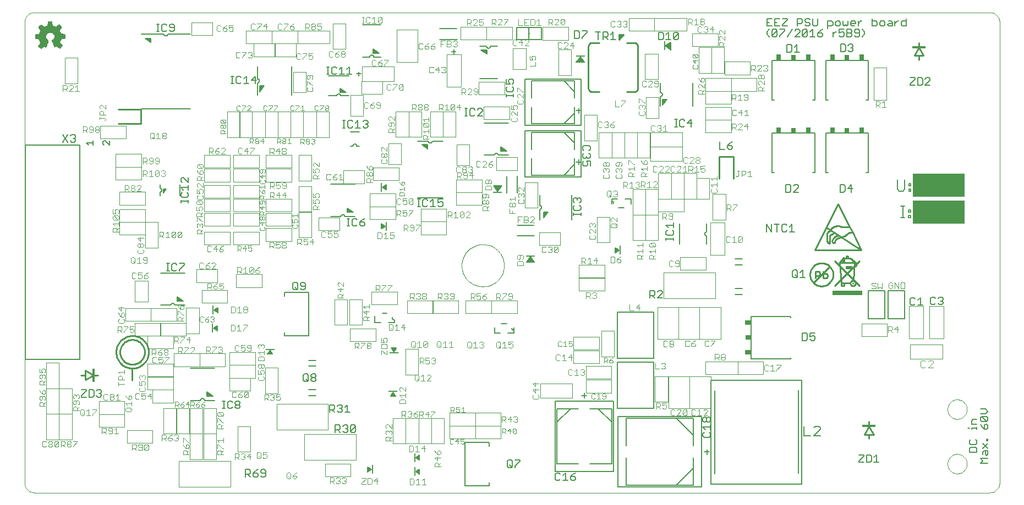
<source format=gto>
G75*
G70*
%OFA0B0*%
%FSLAX24Y24*%
%IPPOS*%
%LPD*%
%AMOC8*
5,1,8,0,0,1.08239X$1,22.5*
%
%ADD10C,0.0039*%
%ADD11R,0.0149X0.0001*%
%ADD12R,0.0004X0.0001*%
%ADD13R,0.0010X0.0001*%
%ADD14R,0.0017X0.0001*%
%ADD15R,0.0023X0.0001*%
%ADD16R,0.0029X0.0001*%
%ADD17R,0.0034X0.0001*%
%ADD18R,0.0040X0.0001*%
%ADD19R,0.0043X0.0002*%
%ADD20R,0.0047X0.0001*%
%ADD21R,0.0050X0.0001*%
%ADD22R,0.0054X0.0001*%
%ADD23R,0.0059X0.0001*%
%ADD24R,0.0064X0.0001*%
%ADD25R,0.0015X0.0001*%
%ADD26R,0.0067X0.0001*%
%ADD27R,0.0020X0.0001*%
%ADD28R,0.0070X0.0001*%
%ADD29R,0.0024X0.0001*%
%ADD30R,0.0074X0.0001*%
%ADD31R,0.0027X0.0001*%
%ADD32R,0.0076X0.0001*%
%ADD33R,0.0030X0.0001*%
%ADD34R,0.0081X0.0002*%
%ADD35R,0.0036X0.0002*%
%ADD36R,0.0086X0.0001*%
%ADD37R,0.0044X0.0001*%
%ADD38R,0.0091X0.0001*%
%ADD39R,0.0046X0.0001*%
%ADD40R,0.0094X0.0001*%
%ADD41R,0.0096X0.0001*%
%ADD42R,0.0053X0.0001*%
%ADD43R,0.0099X0.0001*%
%ADD44R,0.0056X0.0001*%
%ADD45R,0.0104X0.0001*%
%ADD46R,0.0060X0.0001*%
%ADD47R,0.0108X0.0001*%
%ADD48R,0.0112X0.0001*%
%ADD49R,0.0117X0.0001*%
%ADD50R,0.0072X0.0001*%
%ADD51R,0.0120X0.0002*%
%ADD52R,0.0075X0.0002*%
%ADD53R,0.0123X0.0001*%
%ADD54R,0.0078X0.0001*%
%ADD55R,0.0126X0.0001*%
%ADD56R,0.0081X0.0001*%
%ADD57R,0.0131X0.0001*%
%ADD58R,0.0136X0.0001*%
%ADD59R,0.0090X0.0001*%
%ADD60R,0.0139X0.0001*%
%ADD61R,0.0144X0.0001*%
%ADD62R,0.0147X0.0001*%
%ADD63R,0.0101X0.0001*%
%ADD64R,0.0150X0.0001*%
%ADD65R,0.0102X0.0001*%
%ADD66R,0.0153X0.0001*%
%ADD67R,0.0106X0.0001*%
%ADD68R,0.0158X0.0002*%
%ADD69R,0.0109X0.0002*%
%ADD70R,0.0164X0.0001*%
%ADD71R,0.0115X0.0001*%
%ADD72R,0.0168X0.0001*%
%ADD73R,0.0120X0.0001*%
%ADD74R,0.0171X0.0001*%
%ADD75R,0.0123X0.0001*%
%ADD76R,0.0172X0.0001*%
%ADD77R,0.0125X0.0001*%
%ADD78R,0.0175X0.0001*%
%ADD79R,0.0128X0.0001*%
%ADD80R,0.0180X0.0001*%
%ADD81R,0.0132X0.0001*%
%ADD82R,0.0186X0.0001*%
%ADD83R,0.0191X0.0001*%
%ADD84R,0.0141X0.0001*%
%ADD85R,0.0194X0.0001*%
%ADD86R,0.0145X0.0001*%
%ADD87R,0.0196X0.0002*%
%ADD88R,0.0149X0.0002*%
%ADD89R,0.0199X0.0001*%
%ADD90R,0.0151X0.0001*%
%ADD91R,0.0204X0.0001*%
%ADD92R,0.0153X0.0001*%
%ADD93R,0.0207X0.0001*%
%ADD94R,0.0158X0.0001*%
%ADD95R,0.0211X0.0001*%
%ADD96R,0.0162X0.0001*%
%ADD97R,0.0216X0.0001*%
%ADD98R,0.0166X0.0001*%
%ADD99R,0.0219X0.0001*%
%ADD100R,0.0007X0.0001*%
%ADD101R,0.0169X0.0001*%
%ADD102R,0.0222X0.0001*%
%ADD103R,0.0011X0.0001*%
%ADD104R,0.0224X0.0001*%
%ADD105R,0.0014X0.0001*%
%ADD106R,0.0176X0.0001*%
%ADD107R,0.0228X0.0001*%
%ADD108R,0.0018X0.0001*%
%ADD109R,0.0179X0.0001*%
%ADD110R,0.0234X0.0002*%
%ADD111R,0.0024X0.0002*%
%ADD112R,0.0183X0.0002*%
%ADD113R,0.0239X0.0001*%
%ADD114R,0.0189X0.0001*%
%ADD115R,0.0241X0.0001*%
%ADD116R,0.0033X0.0001*%
%ADD117R,0.0012X0.0001*%
%ADD118R,0.0192X0.0001*%
%ADD119R,0.0243X0.0001*%
%ADD120R,0.0038X0.0001*%
%ADD121R,0.0246X0.0001*%
%ADD122R,0.0041X0.0001*%
%ADD123R,0.0019X0.0001*%
%ADD124R,0.0196X0.0001*%
%ADD125R,0.0250X0.0001*%
%ADD126R,0.0021X0.0001*%
%ADD127R,0.0201X0.0001*%
%ADD128R,0.0254X0.0001*%
%ADD129R,0.0048X0.0001*%
%ADD130R,0.0258X0.0001*%
%ADD131R,0.0054X0.0001*%
%ADD132R,0.0209X0.0001*%
%ADD133R,0.0263X0.0001*%
%ADD134R,0.0213X0.0001*%
%ADD135R,0.0267X0.0001*%
%ADD136R,0.0063X0.0001*%
%ADD137R,0.0270X0.0002*%
%ADD138R,0.0066X0.0002*%
%ADD139R,0.0045X0.0002*%
%ADD140R,0.0219X0.0002*%
%ADD141R,0.0271X0.0001*%
%ADD142R,0.0220X0.0001*%
%ADD143R,0.0274X0.0001*%
%ADD144R,0.0051X0.0001*%
%ADD145R,0.0223X0.0001*%
%ADD146R,0.0278X0.0001*%
%ADD147R,0.0282X0.0001*%
%ADD148R,0.0231X0.0001*%
%ADD149R,0.0288X0.0001*%
%ADD150R,0.0085X0.0001*%
%ADD151R,0.0236X0.0001*%
%ADD152R,0.0289X0.0001*%
%ADD153R,0.0087X0.0001*%
%ADD154R,0.0066X0.0001*%
%ADD155R,0.0292X0.0001*%
%ADD156R,0.0069X0.0001*%
%ADD157R,0.0297X0.0001*%
%ADD158R,0.0300X0.0001*%
%ADD159R,0.0075X0.0001*%
%ADD160R,0.0305X0.0002*%
%ADD161R,0.0101X0.0002*%
%ADD162R,0.0078X0.0002*%
%ADD163R,0.0251X0.0002*%
%ADD164R,0.0309X0.0001*%
%ADD165R,0.0105X0.0001*%
%ADD166R,0.0083X0.0001*%
%ADD167R,0.0255X0.0001*%
%ADD168R,0.0314X0.0001*%
%ADD169R,0.0110X0.0001*%
%ADD170R,0.0087X0.0001*%
%ADD171R,0.0316X0.0001*%
%ADD172R,0.0113X0.0001*%
%ADD173R,0.0262X0.0001*%
%ADD174R,0.0319X0.0001*%
%ADD175R,0.0114X0.0001*%
%ADD176R,0.0093X0.0001*%
%ADD177R,0.0266X0.0001*%
%ADD178R,0.0321X0.0001*%
%ADD179R,0.0096X0.0001*%
%ADD180R,0.0324X0.0001*%
%ADD181R,0.0270X0.0001*%
%ADD182R,0.0329X0.0001*%
%ADD183R,0.0124X0.0001*%
%ADD184R,0.0275X0.0001*%
%ADD185R,0.0333X0.0001*%
%ADD186R,0.0279X0.0001*%
%ADD187R,0.0336X0.0001*%
%ADD188R,0.0111X0.0001*%
%ADD189R,0.0284X0.0001*%
%ADD190R,0.0339X0.0002*%
%ADD191R,0.0134X0.0002*%
%ADD192R,0.0114X0.0002*%
%ADD193R,0.0286X0.0002*%
%ADD194R,0.0342X0.0001*%
%ADD195R,0.0116X0.0001*%
%ADD196R,0.0491X0.0001*%
%ADD197R,0.0492X0.0001*%
%ADD198R,0.0294X0.0001*%
%ADD199R,0.0495X0.0001*%
%ADD200R,0.0299X0.0001*%
%ADD201R,0.0496X0.0001*%
%ADD202R,0.0127X0.0001*%
%ADD203R,0.0301X0.0001*%
%ADD204R,0.0498X0.0001*%
%ADD205R,0.0304X0.0001*%
%ADD206R,0.0501X0.0001*%
%ADD207R,0.0134X0.0001*%
%ADD208R,0.0308X0.0001*%
%ADD209R,0.0135X0.0001*%
%ADD210R,0.0311X0.0001*%
%ADD211R,0.0504X0.0001*%
%ADD212R,0.0138X0.0001*%
%ADD213R,0.0504X0.0002*%
%ADD214R,0.0141X0.0002*%
%ADD215R,0.0318X0.0002*%
%ADD216R,0.0507X0.0001*%
%ADD217R,0.0323X0.0001*%
%ADD218R,0.0326X0.0001*%
%ADD219R,0.0508X0.0001*%
%ADD220R,0.0152X0.0001*%
%ADD221R,0.0330X0.0001*%
%ADD222R,0.0510X0.0001*%
%ADD223R,0.0494X0.0001*%
%ADD224R,0.0512X0.0001*%
%ADD225R,0.0500X0.0001*%
%ADD226R,0.0513X0.0001*%
%ADD227R,0.0501X0.0001*%
%ADD228R,0.0513X0.0002*%
%ADD229R,0.0501X0.0002*%
%ADD230R,0.0503X0.0001*%
%ADD231R,0.0504X0.0001*%
%ADD232R,0.0506X0.0001*%
%ADD233R,0.0513X0.0001*%
%ADD234R,0.0509X0.0001*%
%ADD235R,0.0511X0.0001*%
%ADD236R,0.0514X0.0001*%
%ADD237R,0.0516X0.0001*%
%ADD238R,0.0513X0.0002*%
%ADD239R,0.0519X0.0002*%
%ADD240R,0.0519X0.0001*%
%ADD241R,0.0520X0.0001*%
%ADD242R,0.0522X0.0001*%
%ADD243R,0.0507X0.0001*%
%ADD244R,0.0509X0.0002*%
%ADD245R,0.0520X0.0002*%
%ADD246R,0.0522X0.0001*%
%ADD247R,0.0505X0.0001*%
%ADD248R,0.0502X0.0001*%
%ADD249R,0.0521X0.0001*%
%ADD250R,0.0503X0.0002*%
%ADD251R,0.0519X0.0002*%
%ADD252R,0.0519X0.0001*%
%ADD253R,0.0499X0.0001*%
%ADD254R,0.0517X0.0001*%
%ADD255R,0.0495X0.0002*%
%ADD256R,0.0514X0.0002*%
%ADD257R,0.0515X0.0001*%
%ADD258R,0.0492X0.0001*%
%ADD259R,0.0490X0.0001*%
%ADD260R,0.0490X0.0002*%
%ADD261R,0.0511X0.0002*%
%ADD262R,0.0489X0.0001*%
%ADD263R,0.0489X0.0001*%
%ADD264R,0.0488X0.0001*%
%ADD265R,0.0485X0.0001*%
%ADD266R,0.0483X0.0001*%
%ADD267R,0.0483X0.0002*%
%ADD268R,0.0507X0.0002*%
%ADD269R,0.0483X0.0001*%
%ADD270R,0.0481X0.0001*%
%ADD271R,0.0480X0.0001*%
%ADD272R,0.0480X0.0002*%
%ADD273R,0.0501X0.0002*%
%ADD274R,0.0479X0.0001*%
%ADD275R,0.0477X0.0001*%
%ADD276R,0.0477X0.0001*%
%ADD277R,0.0475X0.0001*%
%ADD278R,0.0474X0.0001*%
%ADD279R,0.0472X0.0001*%
%ADD280R,0.0472X0.0002*%
%ADD281R,0.0498X0.0002*%
%ADD282R,0.0471X0.0001*%
%ADD283R,0.0473X0.0001*%
%ADD284R,0.0471X0.0001*%
%ADD285R,0.0470X0.0001*%
%ADD286R,0.0468X0.0001*%
%ADD287R,0.0469X0.0001*%
%ADD288R,0.0468X0.0002*%
%ADD289R,0.0491X0.0002*%
%ADD290R,0.0466X0.0001*%
%ADD291R,0.0465X0.0001*%
%ADD292R,0.0464X0.0001*%
%ADD293R,0.0462X0.0001*%
%ADD294R,0.0462X0.0002*%
%ADD295R,0.0489X0.0002*%
%ADD296R,0.0461X0.0001*%
%ADD297R,0.0460X0.0001*%
%ADD298R,0.0459X0.0001*%
%ADD299R,0.0484X0.0001*%
%ADD300R,0.0457X0.0001*%
%ADD301R,0.0459X0.0001*%
%ADD302R,0.0458X0.0002*%
%ADD303R,0.0484X0.0002*%
%ADD304R,0.0456X0.0001*%
%ADD305R,0.0455X0.0001*%
%ADD306R,0.0453X0.0001*%
%ADD307R,0.0451X0.0001*%
%ADD308R,0.0453X0.0001*%
%ADD309R,0.0450X0.0001*%
%ADD310R,0.0451X0.0002*%
%ADD311R,0.0478X0.0001*%
%ADD312R,0.0449X0.0001*%
%ADD313R,0.0476X0.0001*%
%ADD314R,0.0447X0.0001*%
%ADD315R,0.0474X0.0001*%
%ADD316R,0.0449X0.0002*%
%ADD317R,0.0476X0.0002*%
%ADD318R,0.0454X0.0001*%
%ADD319R,0.0469X0.0002*%
%ADD320R,0.0468X0.0001*%
%ADD321R,0.0467X0.0001*%
%ADD322R,0.0473X0.0002*%
%ADD323R,0.0468X0.0002*%
%ADD324R,0.0486X0.0002*%
%ADD325R,0.0474X0.0002*%
%ADD326R,0.0487X0.0001*%
%ADD327R,0.0497X0.0001*%
%ADD328R,0.0486X0.0001*%
%ADD329R,0.0500X0.0002*%
%ADD330R,0.0487X0.0002*%
%ADD331R,0.0498X0.0001*%
%ADD332R,0.0524X0.0002*%
%ADD333R,0.0524X0.0001*%
%ADD334R,0.0525X0.0001*%
%ADD335R,0.0528X0.0001*%
%ADD336R,0.0529X0.0001*%
%ADD337R,0.0533X0.0001*%
%ADD338R,0.0534X0.0001*%
%ADD339R,0.0523X0.0001*%
%ADD340R,0.0536X0.0001*%
%ADD341R,0.0537X0.0002*%
%ADD342R,0.0527X0.0002*%
%ADD343R,0.0537X0.0001*%
%ADD344R,0.0528X0.0001*%
%ADD345R,0.0539X0.0001*%
%ADD346R,0.0530X0.0001*%
%ADD347R,0.0540X0.0001*%
%ADD348R,0.0541X0.0001*%
%ADD349R,0.0531X0.0001*%
%ADD350R,0.0543X0.0001*%
%ADD351R,0.0544X0.0001*%
%ADD352R,0.0546X0.0002*%
%ADD353R,0.0536X0.0002*%
%ADD354R,0.0547X0.0001*%
%ADD355R,0.0551X0.0001*%
%ADD356R,0.0552X0.0001*%
%ADD357R,0.0554X0.0001*%
%ADD358R,0.0555X0.0001*%
%ADD359R,0.0555X0.0002*%
%ADD360R,0.0547X0.0002*%
%ADD361R,0.0549X0.0001*%
%ADD362R,0.0548X0.0001*%
%ADD363R,0.0538X0.0001*%
%ADD364R,0.0537X0.0001*%
%ADD365R,0.0533X0.0002*%
%ADD366R,0.0531X0.0001*%
%ADD367R,0.0526X0.0001*%
%ADD368R,0.0518X0.0001*%
%ADD369R,0.0498X0.0002*%
%ADD370R,0.0496X0.0002*%
%ADD371R,0.0486X0.0001*%
%ADD372R,0.0485X0.0002*%
%ADD373R,0.0482X0.0001*%
%ADD374R,0.0477X0.0002*%
%ADD375R,0.0530X0.0002*%
%ADD376R,0.0464X0.0002*%
%ADD377R,0.0561X0.0001*%
%ADD378R,0.0570X0.0001*%
%ADD379R,0.0576X0.0001*%
%ADD380R,0.0581X0.0001*%
%ADD381R,0.0585X0.0001*%
%ADD382R,0.0589X0.0001*%
%ADD383R,0.0600X0.0002*%
%ADD384R,0.0614X0.0001*%
%ADD385R,0.0623X0.0001*%
%ADD386R,0.0630X0.0001*%
%ADD387R,0.0633X0.0001*%
%ADD388R,0.0638X0.0001*%
%ADD389R,0.0645X0.0001*%
%ADD390R,0.0657X0.0001*%
%ADD391R,0.0556X0.0001*%
%ADD392R,0.0669X0.0001*%
%ADD393R,0.0674X0.0001*%
%ADD394R,0.0579X0.0001*%
%ADD395R,0.0676X0.0002*%
%ADD396R,0.0585X0.0002*%
%ADD397R,0.0678X0.0001*%
%ADD398R,0.0590X0.0001*%
%ADD399R,0.0679X0.0001*%
%ADD400R,0.0596X0.0001*%
%ADD401R,0.0681X0.0001*%
%ADD402R,0.0606X0.0001*%
%ADD403R,0.0620X0.0001*%
%ADD404R,0.0682X0.0001*%
%ADD405R,0.0633X0.0001*%
%ADD406R,0.0684X0.0001*%
%ADD407R,0.0639X0.0001*%
%ADD408R,0.0649X0.0001*%
%ADD409R,0.0684X0.0001*%
%ADD410R,0.0655X0.0001*%
%ADD411R,0.0683X0.0002*%
%ADD412R,0.0664X0.0002*%
%ADD413R,0.0683X0.0001*%
%ADD414R,0.0670X0.0001*%
%ADD415R,0.0671X0.0001*%
%ADD416R,0.0681X0.0001*%
%ADD417R,0.0672X0.0001*%
%ADD418R,0.0680X0.0001*%
%ADD419R,0.0675X0.0001*%
%ADD420R,0.0676X0.0001*%
%ADD421R,0.0680X0.0002*%
%ADD422R,0.0678X0.0002*%
%ADD423R,0.0678X0.0001*%
%ADD424R,0.0675X0.0002*%
%ADD425R,0.0672X0.0002*%
%ADD426R,0.0672X0.0001*%
%ADD427R,0.0671X0.0002*%
%ADD428R,0.0670X0.0002*%
%ADD429R,0.0669X0.0001*%
%ADD430R,0.0667X0.0001*%
%ADD431R,0.0669X0.0002*%
%ADD432R,0.0667X0.0002*%
%ADD433R,0.0668X0.0001*%
%ADD434R,0.0666X0.0001*%
%ADD435R,0.0668X0.0002*%
%ADD436R,0.0666X0.0002*%
%ADD437R,0.0666X0.0001*%
%ADD438R,0.0664X0.0001*%
%ADD439R,0.0663X0.0001*%
%ADD440R,0.0666X0.0002*%
%ADD441R,0.0663X0.0002*%
%ADD442R,0.0665X0.0001*%
%ADD443R,0.0674X0.0002*%
%ADD444R,0.0677X0.0001*%
%ADD445R,0.0678X0.0002*%
%ADD446R,0.0682X0.0002*%
%ADD447R,0.0686X0.0001*%
%ADD448R,0.0686X0.0002*%
%ADD449R,0.0687X0.0001*%
%ADD450R,0.0689X0.0001*%
%ADD451R,0.0653X0.0001*%
%ADD452R,0.0641X0.0001*%
%ADD453R,0.0626X0.0001*%
%ADD454R,0.0616X0.0001*%
%ADD455R,0.0687X0.0001*%
%ADD456R,0.0612X0.0001*%
%ADD457R,0.0688X0.0001*%
%ADD458R,0.0606X0.0001*%
%ADD459R,0.0601X0.0001*%
%ADD460R,0.0591X0.0002*%
%ADD461R,0.0567X0.0001*%
%ADD462R,0.0560X0.0001*%
%ADD463R,0.0659X0.0001*%
%ADD464R,0.0516X0.0001*%
%ADD465R,0.0639X0.0001*%
%ADD466R,0.0502X0.0002*%
%ADD467R,0.0633X0.0002*%
%ADD468R,0.0608X0.0001*%
%ADD469R,0.0582X0.0001*%
%ADD470R,0.0577X0.0001*%
%ADD471R,0.0569X0.0002*%
%ADD472R,0.0546X0.0001*%
%ADD473R,0.0486X0.0002*%
%ADD474R,0.0493X0.0001*%
%ADD475R,0.0516X0.0002*%
%ADD476R,0.0532X0.0001*%
%ADD477R,0.0534X0.0002*%
%ADD478R,0.0535X0.0002*%
%ADD479R,0.0543X0.0001*%
%ADD480R,0.0553X0.0001*%
%ADD481R,0.0559X0.0001*%
%ADD482R,0.0564X0.0001*%
%ADD483R,0.0564X0.0001*%
%ADD484R,0.0567X0.0001*%
%ADD485R,0.0569X0.0001*%
%ADD486R,0.0570X0.0002*%
%ADD487R,0.0571X0.0002*%
%ADD488R,0.0571X0.0001*%
%ADD489R,0.0573X0.0001*%
%ADD490R,0.0574X0.0001*%
%ADD491R,0.0576X0.0001*%
%ADD492R,0.0600X0.0001*%
%ADD493R,0.0611X0.0001*%
%ADD494R,0.0618X0.0001*%
%ADD495R,0.0621X0.0001*%
%ADD496R,0.1269X0.0001*%
%ADD497R,0.1267X0.0001*%
%ADD498R,0.1266X0.0001*%
%ADD499R,0.1266X0.0002*%
%ADD500R,0.1264X0.0001*%
%ADD501R,0.1261X0.0001*%
%ADD502R,0.1260X0.0001*%
%ADD503R,0.1259X0.0001*%
%ADD504R,0.1256X0.0001*%
%ADD505R,0.1254X0.0001*%
%ADD506R,0.1253X0.0001*%
%ADD507R,0.1251X0.0001*%
%ADD508R,0.1251X0.0002*%
%ADD509R,0.1248X0.0001*%
%ADD510R,0.1245X0.0001*%
%ADD511R,0.1244X0.0001*%
%ADD512R,0.1242X0.0001*%
%ADD513R,0.1239X0.0001*%
%ADD514R,0.1237X0.0001*%
%ADD515R,0.1236X0.0002*%
%ADD516R,0.1233X0.0001*%
%ADD517R,0.1230X0.0001*%
%ADD518R,0.1229X0.0001*%
%ADD519R,0.1227X0.0001*%
%ADD520R,0.1226X0.0001*%
%ADD521R,0.1224X0.0001*%
%ADD522R,0.1223X0.0002*%
%ADD523R,0.1219X0.0001*%
%ADD524R,0.1216X0.0001*%
%ADD525R,0.1215X0.0001*%
%ADD526R,0.1214X0.0001*%
%ADD527R,0.1212X0.0001*%
%ADD528R,0.1209X0.0001*%
%ADD529R,0.1207X0.0002*%
%ADD530R,0.1206X0.0001*%
%ADD531R,0.1204X0.0001*%
%ADD532R,0.1201X0.0001*%
%ADD533R,0.1200X0.0001*%
%ADD534R,0.1199X0.0001*%
%ADD535R,0.1196X0.0001*%
%ADD536R,0.1194X0.0001*%
%ADD537R,0.1193X0.0001*%
%ADD538R,0.1191X0.0001*%
%ADD539R,0.1191X0.0002*%
%ADD540R,0.1188X0.0001*%
%ADD541R,0.1185X0.0001*%
%ADD542R,0.1184X0.0001*%
%ADD543R,0.1181X0.0001*%
%ADD544R,0.1177X0.0001*%
%ADD545R,0.1176X0.0001*%
%ADD546R,0.1174X0.0001*%
%ADD547R,0.1173X0.0001*%
%ADD548R,0.1170X0.0002*%
%ADD549R,0.1170X0.0001*%
%ADD550R,0.1169X0.0001*%
%ADD551R,0.1166X0.0001*%
%ADD552R,0.1164X0.0001*%
%ADD553R,0.1163X0.0001*%
%ADD554R,0.1163X0.0002*%
%ADD555R,0.1167X0.0001*%
%ADD556R,0.1171X0.0001*%
%ADD557R,0.1179X0.0001*%
%ADD558R,0.1182X0.0001*%
%ADD559R,0.1182X0.0002*%
%ADD560R,0.1188X0.0001*%
%ADD561R,0.1190X0.0001*%
%ADD562R,0.1197X0.0001*%
%ADD563R,0.1204X0.0002*%
%ADD564R,0.1207X0.0001*%
%ADD565R,0.1210X0.0001*%
%ADD566R,0.1213X0.0001*%
%ADD567R,0.1217X0.0001*%
%ADD568R,0.1218X0.0001*%
%ADD569R,0.1220X0.0001*%
%ADD570R,0.1221X0.0001*%
%ADD571R,0.1223X0.0001*%
%ADD572R,0.1226X0.0002*%
%ADD573R,0.1236X0.0001*%
%ADD574R,0.1239X0.0001*%
%ADD575R,0.1240X0.0001*%
%ADD576R,0.1243X0.0001*%
%ADD577R,0.1248X0.0002*%
%ADD578R,0.1248X0.0001*%
%ADD579R,0.1251X0.0001*%
%ADD580R,0.1257X0.0001*%
%ADD581R,0.1263X0.0001*%
%ADD582R,0.1267X0.0002*%
%ADD583R,0.1270X0.0001*%
%ADD584R,0.1274X0.0001*%
%ADD585R,0.1275X0.0001*%
%ADD586R,0.1278X0.0001*%
%ADD587R,0.1280X0.0001*%
%ADD588R,0.1281X0.0001*%
%ADD589R,0.1284X0.0001*%
%ADD590R,0.1286X0.0001*%
%ADD591R,0.1289X0.0001*%
%ADD592R,0.1290X0.0002*%
%ADD593R,0.1291X0.0001*%
%ADD594R,0.1294X0.0001*%
%ADD595R,0.1296X0.0001*%
%ADD596R,0.1299X0.0001*%
%ADD597R,0.1300X0.0001*%
%ADD598R,0.1302X0.0001*%
%ADD599R,0.1304X0.0001*%
%ADD600R,0.1306X0.0001*%
%ADD601R,0.1308X0.0001*%
%ADD602R,0.1311X0.0002*%
%ADD603R,0.1313X0.0001*%
%ADD604R,0.1316X0.0001*%
%ADD605R,0.1317X0.0001*%
%ADD606R,0.1320X0.0001*%
%ADD607R,0.1323X0.0001*%
%ADD608R,0.1326X0.0001*%
%ADD609R,0.1329X0.0001*%
%ADD610R,0.1332X0.0002*%
%ADD611R,0.1335X0.0001*%
%ADD612R,0.1336X0.0001*%
%ADD613R,0.1340X0.0001*%
%ADD614R,0.1343X0.0001*%
%ADD615R,0.1346X0.0001*%
%ADD616R,0.1347X0.0001*%
%ADD617R,0.1350X0.0001*%
%ADD618R,0.1353X0.0002*%
%ADD619R,0.1356X0.0001*%
%ADD620R,0.1357X0.0001*%
%ADD621R,0.1360X0.0001*%
%ADD622R,0.1364X0.0001*%
%ADD623R,0.1365X0.0001*%
%ADD624R,0.1368X0.0001*%
%ADD625R,0.1369X0.0001*%
%ADD626R,0.1373X0.0001*%
%ADD627R,0.1374X0.0002*%
%ADD628R,0.1377X0.0001*%
%ADD629R,0.1379X0.0001*%
%ADD630R,0.1380X0.0001*%
%ADD631R,0.1383X0.0001*%
%ADD632R,0.1386X0.0001*%
%ADD633R,0.1387X0.0001*%
%ADD634R,0.1391X0.0001*%
%ADD635R,0.1394X0.0001*%
%ADD636R,0.1395X0.0002*%
%ADD637R,0.1398X0.0001*%
%ADD638R,0.1401X0.0001*%
%ADD639R,0.1403X0.0001*%
%ADD640R,0.1406X0.0001*%
%ADD641R,0.1407X0.0001*%
%ADD642R,0.1409X0.0001*%
%ADD643R,0.1411X0.0001*%
%ADD644R,0.1414X0.0001*%
%ADD645R,0.1416X0.0002*%
%ADD646R,0.1419X0.0001*%
%ADD647R,0.1421X0.0001*%
%ADD648R,0.1422X0.0001*%
%ADD649R,0.1424X0.0001*%
%ADD650R,0.1426X0.0001*%
%ADD651R,0.1428X0.0001*%
%ADD652R,0.1429X0.0002*%
%ADD653R,0.1429X0.0001*%
%ADD654R,0.1425X0.0001*%
%ADD655R,0.1421X0.0002*%
%ADD656R,0.1418X0.0001*%
%ADD657R,0.1416X0.0001*%
%ADD658R,0.1413X0.0001*%
%ADD659R,0.1410X0.0001*%
%ADD660R,0.1404X0.0001*%
%ADD661R,0.1401X0.0001*%
%ADD662R,0.0346X0.0001*%
%ADD663R,0.1044X0.0001*%
%ADD664R,0.0342X0.0002*%
%ADD665R,0.1040X0.0002*%
%ADD666R,0.0337X0.0001*%
%ADD667R,0.1034X0.0001*%
%ADD668R,0.0357X0.0001*%
%ADD669R,0.0660X0.0001*%
%ADD670R,0.0353X0.0001*%
%ADD671R,0.0327X0.0001*%
%ADD672R,0.0349X0.0001*%
%ADD673R,0.0321X0.0001*%
%ADD674R,0.0648X0.0001*%
%ADD675R,0.0344X0.0001*%
%ADD676R,0.0317X0.0001*%
%ADD677R,0.0339X0.0001*%
%ADD678R,0.0312X0.0001*%
%ADD679R,0.0631X0.0001*%
%ADD680R,0.0334X0.0001*%
%ADD681R,0.0309X0.0001*%
%ADD682R,0.0307X0.0002*%
%ADD683R,0.0623X0.0002*%
%ADD684R,0.0327X0.0002*%
%ADD685R,0.0618X0.0001*%
%ADD686R,0.0297X0.0001*%
%ADD687R,0.0607X0.0001*%
%ADD688R,0.0320X0.0001*%
%ADD689R,0.0293X0.0001*%
%ADD690R,0.0599X0.0001*%
%ADD691R,0.0313X0.0001*%
%ADD692R,0.0285X0.0001*%
%ADD693R,0.0584X0.0001*%
%ADD694R,0.0303X0.0001*%
%ADD695R,0.0281X0.0001*%
%ADD696R,0.0273X0.0002*%
%ADD697R,0.0563X0.0002*%
%ADD698R,0.0293X0.0002*%
%ADD699R,0.0264X0.0001*%
%ADD700R,0.0259X0.0001*%
%ADD701R,0.0256X0.0001*%
%ADD702R,0.0276X0.0001*%
%ADD703R,0.0252X0.0001*%
%ADD704R,0.0273X0.0001*%
%ADD705R,0.0248X0.0001*%
%ADD706R,0.0269X0.0001*%
%ADD707R,0.0245X0.0001*%
%ADD708R,0.0240X0.0001*%
%ADD709R,0.0237X0.0002*%
%ADD710R,0.0256X0.0002*%
%ADD711R,0.0234X0.0001*%
%ADD712R,0.0232X0.0001*%
%ADD713R,0.0251X0.0001*%
%ADD714R,0.0228X0.0001*%
%ADD715R,0.0246X0.0001*%
%ADD716R,0.0456X0.0001*%
%ADD717R,0.0219X0.0001*%
%ADD718R,0.0444X0.0001*%
%ADD719R,0.0237X0.0001*%
%ADD720R,0.0214X0.0001*%
%ADD721R,0.0436X0.0001*%
%ADD722R,0.0432X0.0001*%
%ADD723R,0.0231X0.0001*%
%ADD724R,0.0210X0.0001*%
%ADD725R,0.0426X0.0001*%
%ADD726R,0.0420X0.0001*%
%ADD727R,0.0226X0.0001*%
%ADD728R,0.0204X0.0002*%
%ADD729R,0.0409X0.0002*%
%ADD730R,0.0222X0.0002*%
%ADD731R,0.0391X0.0001*%
%ADD732R,0.0217X0.0001*%
%ADD733R,0.0376X0.0001*%
%ADD734R,0.0368X0.0001*%
%ADD735R,0.0189X0.0001*%
%ADD736R,0.0361X0.0001*%
%ADD737R,0.0206X0.0001*%
%ADD738R,0.0186X0.0001*%
%ADD739R,0.0356X0.0001*%
%ADD740R,0.0181X0.0001*%
%ADD741R,0.0345X0.0001*%
%ADD742R,0.0173X0.0001*%
%ADD743R,0.0331X0.0001*%
%ADD744R,0.0190X0.0001*%
%ADD745R,0.0168X0.0001*%
%ADD746R,0.0165X0.0002*%
%ADD747R,0.0162X0.0001*%
%ADD748R,0.0159X0.0001*%
%ADD749R,0.0177X0.0001*%
%ADD750R,0.0156X0.0001*%
%ADD751R,0.0324X0.0001*%
%ADD752R,0.0174X0.0001*%
%ADD753R,0.0167X0.0001*%
%ADD754R,0.0146X0.0001*%
%ADD755R,0.0163X0.0001*%
%ADD756R,0.0141X0.0001*%
%ADD757R,0.0140X0.0001*%
%ADD758R,0.0137X0.0001*%
%ADD759R,0.0133X0.0001*%
%ADD760R,0.0129X0.0002*%
%ADD761R,0.0321X0.0002*%
%ADD762R,0.0146X0.0002*%
%ADD763R,0.0119X0.0001*%
%ADD764R,0.0129X0.0001*%
%ADD765R,0.0111X0.0001*%
%ADD766R,0.0126X0.0001*%
%ADD767R,0.0318X0.0001*%
%ADD768R,0.0097X0.0001*%
%ADD769R,0.0315X0.0001*%
%ADD770R,0.0089X0.0002*%
%ADD771R,0.0315X0.0002*%
%ADD772R,0.0105X0.0002*%
%ADD773R,0.0079X0.0001*%
%ADD774R,0.0089X0.0001*%
%ADD775R,0.0069X0.0001*%
%ADD776R,0.0084X0.0001*%
%ADD777R,0.0057X0.0001*%
%ADD778R,0.0052X0.0002*%
%ADD779R,0.0311X0.0002*%
%ADD780R,0.0066X0.0002*%
%ADD781R,0.0061X0.0001*%
%ADD782R,0.0042X0.0001*%
%ADD783R,0.0055X0.0001*%
%ADD784R,0.0039X0.0001*%
%ADD785R,0.0052X0.0001*%
%ADD786R,0.0036X0.0001*%
%ADD787R,0.0049X0.0001*%
%ADD788R,0.0307X0.0001*%
%ADD789R,0.0045X0.0001*%
%ADD790R,0.0022X0.0001*%
%ADD791R,0.0035X0.0001*%
%ADD792R,0.0025X0.0002*%
%ADD793R,0.0306X0.0001*%
%ADD794R,0.0018X0.0001*%
%ADD795R,0.0008X0.0001*%
%ADD796R,0.0300X0.0002*%
%ADD797R,0.0296X0.0001*%
%ADD798R,0.0294X0.0002*%
%ADD799R,0.0294X0.0001*%
%ADD800R,0.0291X0.0001*%
%ADD801R,0.0291X0.0002*%
%ADD802R,0.0286X0.0001*%
%ADD803R,0.0281X0.0002*%
%ADD804R,0.0277X0.0001*%
%ADD805R,0.0276X0.0001*%
%ADD806R,0.0266X0.0002*%
%ADD807R,0.0264X0.0001*%
%ADD808R,0.0261X0.0001*%
%ADD809R,0.0259X0.0002*%
%ADD810R,0.0254X0.0002*%
%ADD811R,0.0248X0.0002*%
%ADD812R,0.0218X0.0002*%
%ADD813R,0.0157X0.0001*%
%ADD814C,0.0050*%
%ADD815C,0.0080*%
%ADD816R,0.3150X0.1425*%
%ADD817C,0.0100*%
%ADD818C,0.0040*%
%ADD819C,0.0070*%
%ADD820R,0.0079X0.0551*%
%ADD821C,0.0060*%
%ADD822C,0.0020*%
%ADD823C,0.0000*%
%ADD824R,0.0551X0.0079*%
%ADD825R,0.0327X0.0299*%
%ADD826R,0.0358X0.0299*%
%ADD827R,0.0079X0.0079*%
%ADD828R,0.0299X0.0327*%
%ADD829R,0.0299X0.0358*%
%ADD830R,0.1800X0.0300*%
%ADD831R,0.0827X0.0118*%
%ADD832R,0.0118X0.0827*%
D10*
X006662Y034968D02*
X064536Y034968D01*
X064582Y034970D01*
X064628Y034975D01*
X064674Y034984D01*
X064719Y034997D01*
X064762Y035013D01*
X064804Y035032D01*
X064845Y035055D01*
X064883Y035081D01*
X064920Y035110D01*
X064954Y035141D01*
X064985Y035175D01*
X065014Y035212D01*
X065040Y035250D01*
X065063Y035291D01*
X065082Y035333D01*
X065098Y035376D01*
X065111Y035421D01*
X065120Y035467D01*
X065125Y035513D01*
X065127Y035559D01*
X065126Y035559D02*
X065126Y063511D01*
X065127Y063511D02*
X065125Y063557D01*
X065120Y063603D01*
X065111Y063649D01*
X065098Y063694D01*
X065082Y063737D01*
X065063Y063779D01*
X065040Y063820D01*
X065014Y063858D01*
X064985Y063895D01*
X064954Y063929D01*
X064920Y063960D01*
X064883Y063989D01*
X064845Y064015D01*
X064804Y064038D01*
X064762Y064057D01*
X064719Y064073D01*
X064674Y064086D01*
X064628Y064095D01*
X064582Y064100D01*
X064536Y064102D01*
X006662Y064102D01*
X006616Y064100D01*
X006570Y064095D01*
X006524Y064086D01*
X006479Y064073D01*
X006436Y064057D01*
X006394Y064038D01*
X006353Y064015D01*
X006315Y063989D01*
X006278Y063960D01*
X006244Y063929D01*
X006213Y063895D01*
X006184Y063858D01*
X006158Y063820D01*
X006135Y063779D01*
X006116Y063737D01*
X006100Y063694D01*
X006087Y063649D01*
X006078Y063603D01*
X006073Y063557D01*
X006071Y063511D01*
X006071Y035559D01*
X006073Y035513D01*
X006078Y035467D01*
X006087Y035421D01*
X006100Y035376D01*
X006116Y035333D01*
X006135Y035291D01*
X006158Y035250D01*
X006184Y035212D01*
X006213Y035175D01*
X006244Y035141D01*
X006278Y035110D01*
X006315Y035081D01*
X006353Y035055D01*
X006394Y035032D01*
X006436Y035013D01*
X006479Y034997D01*
X006524Y034984D01*
X006570Y034975D01*
X006616Y034970D01*
X006662Y034968D01*
D11*
X007348Y062454D03*
D12*
X007059Y061883D03*
X007880Y061970D03*
X008198Y061899D03*
D13*
X007059Y061884D03*
D14*
X007059Y061886D03*
D15*
X007059Y061887D03*
D16*
X007059Y061889D03*
X007068Y063327D03*
D17*
X007884Y061979D03*
X007059Y061890D03*
D18*
X007059Y061892D03*
X007886Y061980D03*
D19*
X007059Y061893D03*
D20*
X007059Y061895D03*
D21*
X007059Y061896D03*
X008198Y061913D03*
D22*
X007060Y061898D03*
D23*
X007061Y061899D03*
X007362Y061980D03*
X007893Y061989D03*
D24*
X007895Y061991D03*
X008196Y061919D03*
X007061Y061901D03*
D25*
X007879Y061973D03*
X008198Y061901D03*
D26*
X008196Y061920D03*
X007359Y061985D03*
X007061Y061902D03*
D27*
X008198Y061902D03*
D28*
X007898Y061995D03*
X007358Y061986D03*
X007061Y061904D03*
D29*
X008198Y061904D03*
D30*
X007061Y061905D03*
D31*
X007882Y061977D03*
X008198Y061905D03*
D32*
X007356Y061988D03*
X007061Y061907D03*
D33*
X007372Y061970D03*
X008198Y061907D03*
X008161Y063332D03*
D34*
X007061Y061908D03*
D35*
X008198Y061908D03*
D36*
X008195Y061928D03*
X007062Y061910D03*
D37*
X007368Y061976D03*
X007887Y061982D03*
X008198Y061910D03*
D38*
X007904Y062003D03*
X007350Y061995D03*
X007062Y061911D03*
X007071Y063302D03*
D39*
X007070Y063320D03*
X008198Y061911D03*
D40*
X008195Y061931D03*
X007349Y061997D03*
X007062Y061913D03*
X008159Y063308D03*
X007601Y063519D03*
D41*
X007063Y061914D03*
D42*
X008198Y061914D03*
D43*
X008194Y061932D03*
X007906Y062007D03*
X007063Y061916D03*
X008158Y063306D03*
D44*
X008198Y061916D03*
D45*
X007064Y061917D03*
D46*
X008197Y061917D03*
X007070Y063315D03*
D47*
X008158Y063302D03*
X007909Y062010D03*
X007063Y061919D03*
D48*
X007064Y061920D03*
D49*
X007064Y061922D03*
X007342Y062006D03*
X007912Y062016D03*
X008156Y063299D03*
D50*
X008159Y063317D03*
X008195Y061922D03*
D51*
X007064Y061923D03*
D52*
X008195Y061923D03*
D53*
X007064Y061925D03*
X007073Y063290D03*
X008156Y063297D03*
D54*
X008159Y063314D03*
X008195Y061925D03*
D55*
X007064Y061926D03*
D56*
X007354Y061989D03*
X008195Y061926D03*
X008159Y063312D03*
D57*
X007917Y062022D03*
X007065Y061928D03*
D58*
X007065Y061929D03*
X007335Y062015D03*
X008192Y061949D03*
D59*
X008194Y061929D03*
X007351Y061994D03*
D60*
X007065Y061931D03*
D61*
X007066Y061932D03*
D62*
X007066Y061934D03*
X007921Y062031D03*
D63*
X008193Y061934D03*
D64*
X007066Y061935D03*
X007075Y063279D03*
X008155Y063287D03*
D65*
X008158Y063305D03*
X007072Y063299D03*
X008194Y061935D03*
D66*
X007066Y061937D03*
D67*
X008193Y061937D03*
D68*
X007067Y061938D03*
D69*
X008193Y061938D03*
D70*
X007067Y061940D03*
D71*
X008193Y061940D03*
D72*
X007067Y061941D03*
D73*
X007342Y062007D03*
X007913Y062018D03*
X008193Y061941D03*
D74*
X007067Y061943D03*
D75*
X008192Y061943D03*
D76*
X008189Y061964D03*
X007068Y061944D03*
D77*
X008192Y061944D03*
D78*
X007068Y061946D03*
D79*
X007338Y062010D03*
X008192Y061946D03*
D80*
X007068Y061947D03*
X008153Y063275D03*
D81*
X008157Y063293D03*
X008191Y061947D03*
X007337Y062012D03*
D82*
X007069Y061949D03*
D83*
X007070Y061950D03*
X007077Y063263D03*
D84*
X008191Y061950D03*
D85*
X008187Y061973D03*
X007070Y061952D03*
X007077Y063261D03*
X007619Y063516D03*
D86*
X007920Y062030D03*
X008190Y061952D03*
D87*
X007070Y061953D03*
D88*
X008190Y061953D03*
D89*
X007070Y061955D03*
X007077Y063260D03*
D90*
X008190Y061955D03*
D91*
X008186Y061977D03*
X007070Y061956D03*
X008152Y063266D03*
D92*
X008155Y063285D03*
X008189Y061956D03*
D93*
X007070Y061958D03*
X007078Y063257D03*
D94*
X008190Y061958D03*
D95*
X007071Y061959D03*
D96*
X008189Y061959D03*
D97*
X008185Y061982D03*
X007072Y061961D03*
D98*
X008189Y061961D03*
D99*
X007072Y061962D03*
D100*
X007377Y061962D03*
D101*
X008189Y061962D03*
D102*
X007072Y061964D03*
D103*
X007377Y061964D03*
D104*
X007073Y061965D03*
X007079Y063249D03*
X007620Y063512D03*
D105*
X007377Y061965D03*
D106*
X008189Y061965D03*
D107*
X008183Y061988D03*
X007073Y061967D03*
D108*
X007375Y061967D03*
D109*
X008189Y061967D03*
X007076Y063269D03*
D110*
X007073Y061968D03*
D111*
X007373Y061968D03*
D112*
X008188Y061968D03*
X008153Y063273D03*
D113*
X008183Y061992D03*
X007074Y061970D03*
D114*
X008188Y061970D03*
D115*
X008183Y061994D03*
X007074Y061971D03*
X008148Y063249D03*
D116*
X007069Y063326D03*
X007370Y061971D03*
D117*
X007879Y061971D03*
X007069Y063330D03*
D118*
X008188Y061971D03*
D119*
X008182Y061995D03*
X007075Y061973D03*
X007619Y063504D03*
D120*
X007370Y061973D03*
D121*
X007075Y061974D03*
X008182Y061997D03*
D122*
X007370Y061974D03*
D123*
X007880Y061974D03*
D124*
X008187Y061974D03*
X008153Y063269D03*
D125*
X007076Y061976D03*
D126*
X007880Y061976D03*
D127*
X008186Y061976D03*
X008152Y063267D03*
D128*
X008147Y063245D03*
X007619Y063479D03*
X007619Y063480D03*
X007619Y063482D03*
X007619Y063485D03*
X007076Y061977D03*
D129*
X007367Y061977D03*
X007888Y061985D03*
X008161Y063326D03*
D130*
X008146Y063242D03*
X007619Y063471D03*
X008180Y062001D03*
X007077Y061979D03*
D131*
X007364Y061979D03*
X007891Y061988D03*
D132*
X008186Y061979D03*
X008151Y063263D03*
D133*
X007077Y061980D03*
D134*
X008185Y061980D03*
X008150Y063261D03*
X007078Y063254D03*
D135*
X007084Y063230D03*
X007618Y063450D03*
X007618Y063452D03*
X008179Y062006D03*
X007078Y061982D03*
D136*
X007361Y061982D03*
X007070Y063314D03*
D137*
X007618Y063438D03*
X007078Y061983D03*
D138*
X007360Y061983D03*
D139*
X007888Y061983D03*
D140*
X008185Y061983D03*
D141*
X007079Y061985D03*
X007619Y063428D03*
X007619Y063429D03*
X007619Y063431D03*
X007619Y063432D03*
X007619Y063434D03*
D142*
X008184Y061985D03*
D143*
X007079Y061986D03*
X007619Y063420D03*
D144*
X007889Y061986D03*
D145*
X008184Y061986D03*
D146*
X007079Y061988D03*
X007085Y063227D03*
X008144Y063234D03*
D147*
X007618Y063404D03*
X007618Y063405D03*
X007085Y063224D03*
X007079Y061989D03*
D148*
X008183Y061989D03*
D149*
X008177Y062015D03*
X007079Y061991D03*
X007085Y063221D03*
X007618Y063383D03*
X007618Y063384D03*
X007618Y063386D03*
X007618Y063387D03*
X007618Y063389D03*
X007618Y063390D03*
X007618Y063392D03*
X008143Y063230D03*
D150*
X007352Y061991D03*
D151*
X008183Y061991D03*
D152*
X008177Y062016D03*
X007080Y061992D03*
D153*
X007351Y061992D03*
D154*
X007895Y061992D03*
X007070Y063312D03*
D155*
X007080Y061994D03*
D156*
X007897Y061994D03*
D157*
X007081Y061995D03*
D158*
X007081Y061997D03*
X008141Y063225D03*
X007616Y063347D03*
X007616Y063350D03*
X007616Y063351D03*
D159*
X008159Y063315D03*
X007070Y063309D03*
X007898Y061997D03*
D160*
X007082Y061998D03*
D161*
X007347Y061998D03*
D162*
X007900Y061998D03*
D163*
X008181Y061998D03*
D164*
X007082Y062000D03*
X007618Y063323D03*
X007618Y063324D03*
X007618Y063326D03*
D165*
X007072Y063297D03*
X007345Y062000D03*
X007907Y062009D03*
D166*
X007902Y062000D03*
X007071Y063306D03*
D167*
X007619Y063477D03*
X008180Y062000D03*
D168*
X008174Y062027D03*
X007083Y062001D03*
X007617Y063306D03*
X007617Y063308D03*
X007617Y063309D03*
X007617Y063311D03*
X007617Y063312D03*
D169*
X007344Y062001D03*
D170*
X007903Y062001D03*
X007070Y063305D03*
D171*
X007616Y063300D03*
X007616Y063299D03*
X007083Y062003D03*
D172*
X007344Y062003D03*
X007073Y063294D03*
X008157Y063300D03*
D173*
X008145Y063240D03*
X007619Y063461D03*
X007619Y063462D03*
X007619Y063464D03*
X007083Y063233D03*
X008180Y062003D03*
D174*
X007083Y062004D03*
D175*
X007343Y062004D03*
D176*
X007904Y062004D03*
D177*
X008180Y062004D03*
X007619Y063455D03*
X007619Y063456D03*
X007619Y063458D03*
D178*
X007084Y062006D03*
D179*
X007904Y062006D03*
D180*
X007084Y062007D03*
D181*
X008179Y062007D03*
X007618Y063435D03*
X007618Y063437D03*
X007618Y063440D03*
X007618Y063441D03*
D182*
X007617Y063272D03*
X007085Y062009D03*
D183*
X007340Y062009D03*
X007914Y062019D03*
D184*
X008178Y062009D03*
D185*
X007085Y062010D03*
X007090Y063201D03*
D186*
X007618Y063410D03*
X007618Y063411D03*
X008177Y062010D03*
D187*
X007085Y062012D03*
X007618Y063269D03*
D188*
X007910Y062012D03*
D189*
X008177Y062012D03*
X008144Y063231D03*
X007617Y063401D03*
X007617Y063402D03*
D190*
X007085Y062013D03*
D191*
X007337Y062013D03*
D192*
X007910Y062013D03*
D193*
X008177Y062013D03*
X007617Y063393D03*
D194*
X007085Y062015D03*
D195*
X007911Y062015D03*
X007073Y063293D03*
D196*
X007176Y062456D03*
X007200Y062429D03*
X007197Y062121D03*
X007158Y062016D03*
X008030Y062190D03*
X008031Y062187D03*
X008091Y062034D03*
D197*
X008039Y062172D03*
X008038Y062175D03*
X008038Y062177D03*
X008037Y062180D03*
X008032Y062423D03*
X008030Y062799D03*
X008029Y062801D03*
X008027Y062802D03*
X007175Y062766D03*
X007201Y062427D03*
X007202Y062426D03*
X007192Y062114D03*
X007190Y062111D03*
X007189Y062108D03*
X007157Y062018D03*
D198*
X008176Y062018D03*
D199*
X008092Y062037D03*
X008041Y062169D03*
X007988Y062309D03*
X008026Y062805D03*
X007210Y062804D03*
X007204Y062423D03*
X007205Y062421D03*
X007255Y062292D03*
X007255Y062291D03*
X007187Y062105D03*
X007157Y062019D03*
D200*
X008175Y062019D03*
X007617Y063353D03*
D201*
X007212Y062807D03*
X007211Y062805D03*
X007172Y062457D03*
X007185Y062102D03*
X007185Y062100D03*
X007157Y062021D03*
X007988Y062310D03*
X008042Y062168D03*
X008043Y062166D03*
X008093Y062039D03*
X008024Y062807D03*
D202*
X007916Y062021D03*
D203*
X008174Y062021D03*
X007088Y063216D03*
D204*
X007172Y062765D03*
X007207Y062420D03*
X007184Y062099D03*
X007183Y062096D03*
X007156Y062022D03*
X008044Y062165D03*
X008045Y062162D03*
X008045Y062160D03*
X008047Y062159D03*
D205*
X008174Y062022D03*
X008141Y063222D03*
X007617Y063338D03*
X007617Y063339D03*
X007617Y063341D03*
X007088Y063215D03*
D206*
X007214Y062811D03*
X007156Y062025D03*
X007156Y062024D03*
X008054Y062145D03*
X008024Y062414D03*
D207*
X007917Y062024D03*
D208*
X008174Y062024D03*
D209*
X007918Y062025D03*
X008157Y063291D03*
D210*
X007617Y063314D03*
X007617Y063315D03*
X007617Y063317D03*
X007617Y063320D03*
X007617Y063321D03*
X008174Y062025D03*
D211*
X008057Y062139D03*
X008056Y062141D03*
X007174Y062081D03*
X007174Y062079D03*
X007172Y062078D03*
X007156Y062027D03*
X007216Y062813D03*
X007217Y062814D03*
D212*
X007918Y062027D03*
D213*
X007156Y062028D03*
D214*
X007919Y062028D03*
D215*
X008173Y062028D03*
D216*
X007171Y062075D03*
X007156Y062031D03*
X007156Y062030D03*
D217*
X008172Y062030D03*
X008139Y063216D03*
X007616Y063282D03*
X007616Y063284D03*
X007616Y063285D03*
X007616Y063287D03*
D218*
X007616Y063276D03*
X007089Y063206D03*
X008171Y062031D03*
D219*
X007157Y062033D03*
X007217Y062408D03*
D220*
X007922Y062033D03*
D221*
X008170Y062033D03*
X008138Y063212D03*
X007090Y063203D03*
D222*
X007218Y062406D03*
X007253Y062312D03*
X007168Y062069D03*
X007168Y062067D03*
X007166Y062066D03*
X007166Y062064D03*
X007156Y062036D03*
X007156Y062034D03*
X007988Y062322D03*
X007988Y062324D03*
X007988Y062325D03*
X007988Y062327D03*
X008018Y062405D03*
X008068Y062121D03*
X008068Y062120D03*
X008069Y062117D03*
X008013Y062820D03*
D223*
X008027Y062804D03*
X008037Y062795D03*
X008031Y062421D03*
X008030Y062420D03*
X007988Y062307D03*
X008039Y062174D03*
X008040Y062171D03*
X008091Y062036D03*
X007191Y062112D03*
X007190Y062109D03*
X007188Y062106D03*
X007203Y062424D03*
X007617Y063242D03*
D224*
X007157Y062040D03*
X007157Y062039D03*
X007157Y062037D03*
D225*
X007254Y062297D03*
X007254Y062300D03*
X008048Y062157D03*
X008049Y062156D03*
X008051Y062154D03*
X008051Y062153D03*
X008093Y062040D03*
D226*
X008072Y062111D03*
X008071Y062112D03*
X008011Y062822D03*
X007157Y062048D03*
X007157Y062046D03*
X007157Y062045D03*
X007157Y062042D03*
D227*
X007180Y062090D03*
X007181Y062091D03*
X007253Y062301D03*
X007253Y062303D03*
X007210Y062417D03*
X008051Y062151D03*
X008093Y062042D03*
D228*
X007157Y062043D03*
D229*
X007988Y062313D03*
X008093Y062043D03*
D230*
X008094Y062045D03*
X008021Y062811D03*
X008019Y062813D03*
X007617Y063240D03*
X007211Y062415D03*
X007212Y062414D03*
X007212Y062412D03*
X007254Y062304D03*
X007178Y062087D03*
D231*
X007177Y062085D03*
X007175Y062084D03*
X007253Y062306D03*
X007253Y062307D03*
X007988Y062315D03*
X007988Y062316D03*
X008021Y062409D03*
X008023Y062411D03*
X008093Y062046D03*
X008018Y062814D03*
D232*
X008018Y062816D03*
X008016Y062817D03*
X008048Y062790D03*
X008060Y062135D03*
X008061Y062132D03*
X008063Y062130D03*
X008094Y062048D03*
X007214Y062411D03*
D233*
X007220Y062402D03*
X007253Y062315D03*
X007163Y062060D03*
X007160Y062055D03*
X007159Y062052D03*
X007159Y062051D03*
X007159Y062049D03*
X007223Y062820D03*
X007988Y062331D03*
X007988Y062330D03*
D234*
X008019Y062406D03*
X008088Y062480D03*
X008015Y062819D03*
X008066Y062126D03*
X008066Y062124D03*
X008067Y062123D03*
X008096Y062049D03*
X007169Y062070D03*
X007164Y062762D03*
X007221Y062819D03*
D235*
X007218Y062405D03*
X007166Y062063D03*
X007164Y062061D03*
X008070Y062114D03*
X008070Y062115D03*
X008096Y062052D03*
X008096Y062051D03*
X008016Y062402D03*
D236*
X008015Y062400D03*
X007989Y062333D03*
X008075Y062108D03*
X008076Y062105D03*
X008078Y062102D03*
X008079Y062100D03*
X008096Y062054D03*
X008009Y062825D03*
X008007Y062826D03*
X007617Y063239D03*
X007226Y062822D03*
X007221Y062400D03*
X007161Y062057D03*
X007160Y062054D03*
D237*
X007253Y062316D03*
X007253Y062318D03*
X007228Y062825D03*
X007988Y062334D03*
X008075Y062106D03*
X008080Y062099D03*
X008095Y062057D03*
X008095Y062055D03*
D238*
X008009Y062823D03*
X007219Y062403D03*
X007253Y062313D03*
X007162Y062058D03*
D239*
X008095Y062058D03*
D240*
X008095Y062060D03*
X008095Y062061D03*
X007253Y062321D03*
X007253Y062322D03*
X007223Y062399D03*
D241*
X007253Y062325D03*
X007253Y062324D03*
X007989Y062337D03*
X008094Y062481D03*
X008094Y062067D03*
X008094Y062066D03*
X008094Y062064D03*
X008094Y062063D03*
D242*
X008093Y062069D03*
X008093Y062070D03*
X008093Y062072D03*
X007988Y062339D03*
X008003Y062829D03*
X007225Y062397D03*
X007253Y062327D03*
D243*
X007253Y062310D03*
X007253Y062309D03*
X007165Y062459D03*
X007219Y062817D03*
X007169Y062072D03*
X007988Y062318D03*
X007988Y062319D03*
X007988Y062321D03*
X008020Y062408D03*
X008059Y062136D03*
X008063Y062129D03*
X008065Y062127D03*
D244*
X007170Y062073D03*
D245*
X008093Y062073D03*
D246*
X008092Y062075D03*
X008092Y062076D03*
X008090Y062078D03*
X008090Y062079D03*
X008089Y062081D03*
X008087Y062082D03*
X008086Y062085D03*
X008009Y062396D03*
X008011Y062397D03*
X007232Y062829D03*
D247*
X007218Y062816D03*
X007215Y062409D03*
X007172Y062076D03*
X008058Y062138D03*
D248*
X008055Y062142D03*
X008055Y062144D03*
X008054Y062147D03*
X008024Y062412D03*
X007175Y062082D03*
D249*
X008084Y062090D03*
X008085Y062087D03*
X008087Y062084D03*
D250*
X007179Y062088D03*
D251*
X008084Y062088D03*
D252*
X008083Y062091D03*
X008083Y062093D03*
X008056Y062789D03*
X007231Y062828D03*
X007157Y062460D03*
D253*
X007214Y062810D03*
X007184Y062097D03*
X007182Y062094D03*
X007182Y062093D03*
X008052Y062150D03*
X008025Y062415D03*
X008027Y062417D03*
X008043Y062792D03*
X008022Y062810D03*
D254*
X008006Y062828D03*
X007989Y062336D03*
X008081Y062097D03*
X008082Y062096D03*
X008082Y062094D03*
X007253Y062319D03*
D255*
X007187Y062103D03*
X008080Y062478D03*
X008039Y062793D03*
D256*
X008078Y062103D03*
D257*
X008073Y062109D03*
D258*
X007988Y062304D03*
X007988Y062306D03*
X008033Y062424D03*
X007255Y062289D03*
X007193Y062115D03*
X007208Y062801D03*
D259*
X007208Y062799D03*
X007256Y062288D03*
X007194Y062117D03*
X007988Y062301D03*
X007988Y062303D03*
X008033Y062186D03*
X008033Y062184D03*
X008034Y062183D03*
X008036Y062181D03*
X008034Y062426D03*
X008036Y062427D03*
X008034Y062796D03*
X008033Y062798D03*
D260*
X007196Y062118D03*
D261*
X007989Y062328D03*
X008018Y062403D03*
X008069Y062118D03*
D262*
X007988Y062300D03*
X008036Y062429D03*
X007196Y062120D03*
D263*
X007198Y062123D03*
X007198Y062124D03*
X007199Y062127D03*
X007199Y062430D03*
X007205Y062798D03*
X008027Y062195D03*
X008029Y062192D03*
X008030Y062189D03*
D264*
X008027Y062196D03*
X008027Y062198D03*
X007200Y062129D03*
X007199Y062126D03*
X007199Y062432D03*
X007205Y062796D03*
D265*
X007202Y062792D03*
X007202Y062130D03*
X008025Y062199D03*
D266*
X008041Y062435D03*
X007202Y062132D03*
X007201Y062790D03*
D267*
X007202Y062133D03*
D268*
X008060Y062133D03*
D269*
X008024Y062201D03*
X008023Y062204D03*
X008021Y062207D03*
X008020Y062210D03*
X008018Y062211D03*
X007987Y062294D03*
X008074Y062477D03*
X007255Y062280D03*
X007255Y062279D03*
X007205Y062139D03*
X007204Y062136D03*
X007204Y062135D03*
X007195Y062438D03*
X007181Y062453D03*
X007199Y062789D03*
X007618Y063245D03*
D270*
X007194Y062439D03*
X007209Y062144D03*
X007208Y062142D03*
X007206Y062141D03*
X007205Y062138D03*
X007986Y062291D03*
X007986Y062292D03*
X008015Y062217D03*
X008016Y062216D03*
X008016Y062214D03*
X008018Y062213D03*
D271*
X008014Y062219D03*
X008014Y062220D03*
X008043Y062438D03*
X008043Y062439D03*
X007255Y062277D03*
X007255Y062276D03*
X007213Y062151D03*
X007211Y062147D03*
X007210Y062145D03*
X007193Y062441D03*
X007192Y062444D03*
X007184Y062451D03*
X007196Y062786D03*
X007198Y062787D03*
D272*
X007211Y062148D03*
X008013Y062223D03*
D273*
X008053Y062148D03*
D274*
X008013Y062222D03*
X007986Y062289D03*
X008043Y062441D03*
X008045Y062442D03*
X008045Y062444D03*
X007256Y062274D03*
X007214Y062154D03*
X007214Y062153D03*
X007212Y062150D03*
X007193Y062442D03*
X007191Y062445D03*
X007194Y062781D03*
X007196Y062783D03*
X007196Y062784D03*
D275*
X007193Y062780D03*
X007190Y062447D03*
X007256Y062273D03*
X007214Y062156D03*
X007987Y062288D03*
X008045Y062445D03*
X007618Y063246D03*
D276*
X008011Y062228D03*
X007216Y062157D03*
D277*
X007217Y062159D03*
X007187Y062769D03*
X008070Y062475D03*
D278*
X007217Y062160D03*
D279*
X007218Y062162D03*
X007220Y062165D03*
X007188Y062771D03*
X007190Y062772D03*
X008000Y062246D03*
X008000Y062244D03*
D280*
X007220Y062163D03*
D281*
X007213Y062808D03*
X008023Y062808D03*
X008044Y062163D03*
D282*
X007999Y062247D03*
X007999Y062249D03*
X007997Y062252D03*
X007258Y062267D03*
X007220Y062166D03*
D283*
X007221Y062168D03*
X008001Y062243D03*
X008048Y062450D03*
D284*
X008048Y062451D03*
X008050Y062453D03*
X008050Y062454D03*
X008066Y062474D03*
X007987Y062282D03*
X007987Y062280D03*
X007223Y062171D03*
X007222Y062169D03*
D285*
X007224Y062172D03*
X007226Y062174D03*
X008051Y062456D03*
D286*
X008052Y062457D03*
X007987Y062277D03*
X007987Y062276D03*
X007987Y062273D03*
X007993Y062259D03*
X007996Y062255D03*
X007258Y062261D03*
X007258Y062262D03*
X007258Y062264D03*
X007229Y062181D03*
X007228Y062180D03*
X007227Y062175D03*
D287*
X007227Y062177D03*
X007257Y062265D03*
X007986Y062279D03*
X007995Y062256D03*
X007998Y062250D03*
X007619Y063248D03*
D288*
X007228Y062178D03*
D289*
X008037Y062178D03*
D290*
X007994Y062258D03*
X007992Y062261D03*
X007991Y062262D03*
X007988Y062270D03*
X007988Y062271D03*
X007986Y062274D03*
X008052Y062459D03*
X008054Y062460D03*
X007230Y062184D03*
X007230Y062183D03*
D291*
X007231Y062186D03*
X007258Y062258D03*
X007258Y062259D03*
X008054Y062462D03*
X008056Y062465D03*
X008057Y062466D03*
X008059Y062468D03*
X008060Y062469D03*
X008062Y062471D03*
D292*
X007233Y062189D03*
X007232Y062187D03*
D293*
X007234Y062190D03*
X007234Y062192D03*
X007235Y062195D03*
X007258Y062256D03*
D294*
X007235Y062193D03*
D295*
X008029Y062193D03*
D296*
X007236Y062196D03*
D297*
X007238Y062198D03*
X007239Y062199D03*
D298*
X007240Y062201D03*
X007241Y062202D03*
X007241Y062204D03*
D299*
X007256Y062282D03*
X007196Y062436D03*
X007181Y062768D03*
X008022Y062205D03*
X008024Y062202D03*
D300*
X007242Y062205D03*
D301*
X007243Y062207D03*
X007258Y062255D03*
D302*
X007259Y062253D03*
X007244Y062208D03*
D303*
X008021Y062208D03*
D304*
X007246Y062211D03*
X007244Y062210D03*
D305*
X007247Y062213D03*
D306*
X007247Y062214D03*
X007247Y062216D03*
D307*
X007248Y062217D03*
X007250Y062220D03*
X007259Y062246D03*
X007259Y062247D03*
D308*
X007259Y062249D03*
X007249Y062219D03*
D309*
X007250Y062222D03*
X007252Y062225D03*
X007253Y062226D03*
X007259Y062243D03*
X007259Y062244D03*
D310*
X007251Y062223D03*
D311*
X007187Y062450D03*
X008012Y062226D03*
X008012Y062225D03*
D312*
X007259Y062237D03*
X007259Y062240D03*
X007259Y062241D03*
X007257Y062234D03*
X007257Y062232D03*
X007256Y062229D03*
X007254Y062228D03*
D313*
X007191Y062775D03*
X007193Y062777D03*
X008046Y062447D03*
X007986Y062286D03*
X008003Y062240D03*
X008006Y062235D03*
X008007Y062232D03*
X008009Y062231D03*
X008009Y062229D03*
D314*
X007258Y062235D03*
X007256Y062231D03*
D315*
X007256Y062270D03*
X007256Y062271D03*
X007190Y062774D03*
X007987Y062285D03*
X008002Y062241D03*
X008005Y062237D03*
X008006Y062234D03*
D316*
X007259Y062238D03*
D317*
X008004Y062238D03*
D318*
X007259Y062250D03*
X007259Y062252D03*
D319*
X007997Y062253D03*
D320*
X007990Y062264D03*
D321*
X007989Y062265D03*
X007989Y062267D03*
X008064Y062472D03*
D322*
X007257Y062268D03*
D323*
X007988Y062268D03*
D324*
X007255Y062283D03*
X007198Y062433D03*
D325*
X007987Y062283D03*
X008047Y062448D03*
D326*
X007988Y062297D03*
X007256Y062286D03*
X007256Y062285D03*
D327*
X007254Y062294D03*
X007254Y062295D03*
D328*
X007196Y062435D03*
X007180Y062454D03*
X007987Y062295D03*
X008038Y062430D03*
D329*
X007254Y062298D03*
D330*
X007988Y062298D03*
X007617Y063243D03*
D331*
X007988Y062312D03*
D332*
X007253Y062328D03*
D333*
X007253Y062330D03*
X007617Y063237D03*
D334*
X007153Y062462D03*
X007227Y062396D03*
X007252Y062331D03*
X007988Y062342D03*
X008008Y062394D03*
D335*
X008000Y062832D03*
X007237Y062832D03*
X007229Y062393D03*
X007252Y062334D03*
X007252Y062333D03*
D336*
X007251Y062336D03*
X007230Y062391D03*
X007998Y062834D03*
X007617Y063236D03*
D337*
X007239Y062837D03*
X007251Y062339D03*
X007251Y062337D03*
X007989Y062354D03*
X007989Y062355D03*
X008067Y062786D03*
D338*
X007988Y062357D03*
X007252Y062340D03*
D339*
X007989Y062340D03*
D340*
X007989Y062360D03*
X008105Y062486D03*
X007251Y062342D03*
X007146Y062465D03*
X007617Y063234D03*
D341*
X007252Y062343D03*
D342*
X007989Y062343D03*
D343*
X007999Y062387D03*
X007252Y062345D03*
X007237Y062387D03*
D344*
X007988Y062346D03*
X007988Y062345D03*
D345*
X007989Y062361D03*
X007992Y062840D03*
X007617Y063233D03*
X007143Y062466D03*
X007253Y062348D03*
X007253Y062346D03*
D346*
X007238Y062834D03*
X008004Y062390D03*
X007989Y062349D03*
X007989Y062348D03*
D347*
X007990Y062363D03*
X007994Y062382D03*
X007252Y062349D03*
X007241Y062382D03*
X007240Y062384D03*
X007238Y062385D03*
X007244Y062840D03*
D348*
X007143Y062757D03*
X007253Y062352D03*
X007253Y062351D03*
X007989Y062364D03*
X007994Y062381D03*
X008073Y062783D03*
X007991Y062841D03*
D349*
X007988Y062352D03*
X007988Y062351D03*
X007238Y062835D03*
X007150Y062759D03*
D350*
X007243Y062381D03*
X007252Y062355D03*
X007252Y062354D03*
D351*
X007251Y062357D03*
X007989Y062366D03*
X007989Y062367D03*
X007992Y062379D03*
X008109Y062487D03*
X007989Y062843D03*
X007617Y063231D03*
D352*
X007252Y062358D03*
D353*
X007235Y062388D03*
X007989Y062358D03*
D354*
X007989Y062369D03*
X007989Y062370D03*
X007989Y062372D03*
X007989Y062375D03*
X007991Y062378D03*
X007251Y062361D03*
X007251Y062360D03*
D355*
X007251Y062363D03*
X007251Y062364D03*
X007248Y062378D03*
X007139Y062756D03*
X007251Y062846D03*
D356*
X007249Y062376D03*
X007250Y062367D03*
X007250Y062366D03*
X007982Y062847D03*
X007618Y063230D03*
D357*
X007250Y062375D03*
X007251Y062370D03*
X007251Y062369D03*
D358*
X007250Y062372D03*
X007135Y062754D03*
D359*
X007250Y062373D03*
D360*
X007989Y062373D03*
D361*
X007990Y062376D03*
D362*
X007985Y062846D03*
X007250Y062844D03*
X007248Y062843D03*
X007139Y062468D03*
X007245Y062379D03*
D363*
X007997Y062384D03*
D364*
X007997Y062385D03*
X008071Y062784D03*
D365*
X008001Y062388D03*
D366*
X008101Y062484D03*
X007997Y062835D03*
X007232Y062390D03*
D367*
X007229Y062394D03*
X007235Y062831D03*
X008001Y062831D03*
X008063Y062787D03*
X008099Y062483D03*
X008007Y062393D03*
X008006Y062391D03*
D368*
X008013Y062399D03*
X007229Y062826D03*
D369*
X007208Y062418D03*
D370*
X008028Y062418D03*
D371*
X008039Y062432D03*
X007204Y062795D03*
D372*
X008040Y062433D03*
D373*
X008042Y062436D03*
D374*
X007189Y062448D03*
X007193Y062778D03*
D375*
X007149Y062463D03*
D376*
X008055Y062463D03*
D377*
X007130Y062469D03*
D378*
X007124Y062471D03*
X008125Y062490D03*
D379*
X007618Y063225D03*
X007121Y062750D03*
X007120Y062472D03*
D380*
X007116Y062474D03*
X007617Y063224D03*
D381*
X008102Y062774D03*
X007114Y062475D03*
D382*
X007110Y062477D03*
X007617Y063221D03*
X008106Y062772D03*
D383*
X007105Y062478D03*
D384*
X007097Y062480D03*
X007617Y063216D03*
D385*
X007092Y062481D03*
D386*
X007088Y062483D03*
X007938Y062862D03*
X008133Y062765D03*
D387*
X007085Y062484D03*
D388*
X007083Y062486D03*
D389*
X007078Y062487D03*
X008168Y062504D03*
X008143Y062760D03*
D390*
X007616Y063204D03*
X007070Y062489D03*
D391*
X007979Y062849D03*
X008082Y062780D03*
X008117Y062489D03*
D392*
X007618Y063201D03*
X007039Y062669D03*
X007039Y062667D03*
X007039Y062666D03*
X007039Y062664D03*
X007039Y062663D03*
X007039Y062661D03*
X007037Y062652D03*
X007037Y062651D03*
X007037Y062649D03*
X007037Y062574D03*
X007037Y062573D03*
X007037Y062571D03*
X007037Y062570D03*
X007037Y062567D03*
X007037Y062565D03*
X007037Y062564D03*
X007037Y062562D03*
X007037Y062561D03*
X007064Y062490D03*
D393*
X007061Y062492D03*
X007040Y062541D03*
X007040Y062543D03*
X007040Y062544D03*
X007041Y062681D03*
X007041Y062682D03*
X007062Y062732D03*
X008193Y062691D03*
X008195Y062687D03*
X008196Y062537D03*
X008196Y062535D03*
X008190Y062516D03*
X008189Y062514D03*
D394*
X008131Y062492D03*
D395*
X007058Y062493D03*
X007043Y062688D03*
D396*
X008134Y062493D03*
D397*
X008192Y062520D03*
X008192Y062522D03*
X008194Y062525D03*
X008194Y062526D03*
X008194Y062528D03*
X008187Y062715D03*
X008164Y062754D03*
X007057Y062729D03*
X007057Y062495D03*
D398*
X008138Y062495D03*
D399*
X007055Y062496D03*
X007047Y062711D03*
D400*
X008111Y062771D03*
X008141Y062496D03*
D401*
X007054Y062498D03*
X007052Y062499D03*
X007048Y062712D03*
X007052Y062721D03*
X007054Y062726D03*
X007055Y062727D03*
D402*
X008146Y062498D03*
D403*
X008154Y062499D03*
X008124Y062768D03*
D404*
X007053Y062724D03*
X007053Y062723D03*
X007052Y062720D03*
X007050Y062717D03*
X007050Y062715D03*
X007049Y062714D03*
X007052Y062501D03*
D405*
X008161Y062501D03*
D406*
X007051Y062502D03*
X007049Y062504D03*
X007049Y062505D03*
D407*
X008165Y062502D03*
D408*
X008172Y062505D03*
D409*
X008182Y062730D03*
X008168Y062751D03*
X007048Y062507D03*
D410*
X008177Y062507D03*
D411*
X007047Y062508D03*
D412*
X008183Y062508D03*
X008202Y062628D03*
X008201Y062643D03*
D413*
X008184Y062723D03*
X008184Y062724D03*
X008183Y062727D03*
X008183Y062729D03*
X007047Y062510D03*
X007046Y062511D03*
D414*
X008186Y062510D03*
X008198Y062543D03*
X008198Y062544D03*
X008198Y062546D03*
X008199Y062550D03*
X008199Y062552D03*
X008199Y062555D03*
X008199Y062556D03*
X008199Y062558D03*
X008198Y062672D03*
X008198Y062675D03*
X008198Y062676D03*
D415*
X008196Y062679D03*
X008196Y062681D03*
X008196Y062682D03*
X008187Y062511D03*
X007038Y062552D03*
X007038Y062555D03*
X007038Y062556D03*
X007038Y062558D03*
X007038Y062559D03*
X007040Y062670D03*
X007040Y062672D03*
X007040Y062675D03*
X007040Y062676D03*
D416*
X007046Y062709D03*
X007045Y062516D03*
X007045Y062514D03*
X007045Y062513D03*
X008167Y062753D03*
X008183Y062726D03*
X008185Y062721D03*
X008185Y062720D03*
D417*
X008195Y062685D03*
X008195Y062684D03*
X008197Y062541D03*
X008197Y062540D03*
X008188Y062513D03*
X007039Y062546D03*
X007039Y062547D03*
X007039Y062549D03*
X007039Y062550D03*
X007040Y062678D03*
X007040Y062679D03*
D418*
X007046Y062706D03*
X007046Y062708D03*
X007044Y062522D03*
X007044Y062520D03*
X007044Y062519D03*
X007044Y062517D03*
X008186Y062717D03*
D419*
X008189Y062709D03*
X008189Y062708D03*
X008189Y062706D03*
X008191Y062705D03*
X008191Y062702D03*
X008191Y062700D03*
X008191Y062699D03*
X008192Y062697D03*
X008192Y062696D03*
X008192Y062694D03*
X008192Y062693D03*
X008194Y062690D03*
X008161Y062756D03*
X008195Y062534D03*
X008195Y062532D03*
X008191Y062517D03*
X007042Y062535D03*
X007040Y062540D03*
X007042Y062684D03*
X007042Y062685D03*
X007043Y062690D03*
X007060Y062730D03*
D420*
X007043Y062687D03*
X007041Y062537D03*
X007043Y062534D03*
X007043Y062532D03*
X007043Y062531D03*
X008192Y062519D03*
X008195Y062529D03*
X008195Y062531D03*
X008189Y062711D03*
X008189Y062712D03*
X008187Y062714D03*
D421*
X008186Y062718D03*
X007044Y062523D03*
D422*
X008194Y062523D03*
D423*
X007043Y062525D03*
X007043Y062526D03*
X007043Y062528D03*
X007043Y062529D03*
X007045Y062699D03*
X007045Y062700D03*
X007045Y062702D03*
X007045Y062705D03*
D424*
X007040Y062538D03*
X008191Y062703D03*
D425*
X008197Y062538D03*
X007064Y062733D03*
D426*
X008198Y062549D03*
X008198Y062547D03*
D427*
X007038Y062553D03*
X007040Y062673D03*
D428*
X008198Y062673D03*
X008199Y062553D03*
D429*
X008200Y062559D03*
X008200Y062561D03*
X008200Y062562D03*
X008200Y062564D03*
X008200Y062565D03*
X008198Y062664D03*
X008198Y062666D03*
X008198Y062667D03*
X008198Y062669D03*
X008198Y062670D03*
X008197Y062678D03*
D430*
X008199Y062663D03*
X008199Y062661D03*
X008199Y062660D03*
X008199Y062657D03*
X008199Y062655D03*
X008201Y062576D03*
X008201Y062574D03*
X008201Y062573D03*
X008201Y062571D03*
X008201Y062570D03*
X008201Y062567D03*
X008157Y062757D03*
D431*
X007037Y062568D03*
D432*
X008201Y062568D03*
X008199Y062658D03*
D433*
X007067Y062735D03*
X007038Y062660D03*
X007038Y062657D03*
X007038Y062655D03*
X007038Y062654D03*
X007037Y062648D03*
X007037Y062646D03*
X007037Y062645D03*
X007037Y062642D03*
X007037Y062640D03*
X007037Y062639D03*
X007037Y062637D03*
X007037Y062585D03*
X007037Y062582D03*
X007037Y062580D03*
X007037Y062579D03*
X007037Y062577D03*
X007037Y062576D03*
D434*
X008201Y062577D03*
X008201Y062579D03*
X008201Y062580D03*
X008201Y062582D03*
X008201Y062585D03*
X008201Y062636D03*
X008201Y062637D03*
X008201Y062639D03*
X008200Y062645D03*
X008200Y062646D03*
X008200Y062648D03*
X008200Y062649D03*
X008200Y062651D03*
X008200Y062652D03*
X008200Y062654D03*
D435*
X007038Y062658D03*
X007037Y062643D03*
X007037Y062583D03*
D436*
X008201Y062583D03*
D437*
X007036Y062586D03*
X007036Y062588D03*
X007036Y062589D03*
X007036Y062591D03*
X007036Y062592D03*
X007036Y062594D03*
X007034Y062595D03*
X007034Y062597D03*
X007034Y062600D03*
X007034Y062601D03*
X007034Y062603D03*
X007034Y062604D03*
X007036Y062627D03*
X007036Y062630D03*
X007036Y062631D03*
X007036Y062633D03*
X007036Y062634D03*
X007036Y062636D03*
D438*
X007034Y062609D03*
X007034Y062607D03*
X007034Y062606D03*
X008201Y062640D03*
X008201Y062642D03*
X008202Y062634D03*
X008202Y062633D03*
X008202Y062631D03*
X008202Y062630D03*
X008202Y062627D03*
X008202Y062625D03*
X008202Y062595D03*
X008202Y062594D03*
X008202Y062592D03*
X008202Y062591D03*
X008202Y062589D03*
X008202Y062588D03*
X008202Y062586D03*
D439*
X008203Y062597D03*
X008203Y062600D03*
X008203Y062601D03*
X008203Y062603D03*
X008203Y062604D03*
X008203Y062606D03*
X008203Y062607D03*
X008203Y062609D03*
X008203Y062610D03*
X008203Y062612D03*
X008203Y062615D03*
X008203Y062616D03*
X008203Y062618D03*
X008203Y062619D03*
X008203Y062621D03*
X008203Y062622D03*
X008203Y062624D03*
X007070Y062736D03*
X007034Y062616D03*
X007034Y062615D03*
X007034Y062612D03*
X007034Y062610D03*
D440*
X007034Y062598D03*
X007036Y062628D03*
D441*
X007034Y062613D03*
X008203Y062613D03*
X008203Y062598D03*
D442*
X007035Y062618D03*
X007035Y062619D03*
X007035Y062621D03*
X007035Y062622D03*
X007035Y062624D03*
X007035Y062625D03*
D443*
X008195Y062688D03*
D444*
X007044Y062691D03*
X007044Y062693D03*
X007044Y062694D03*
X007044Y062696D03*
X007044Y062697D03*
D445*
X007045Y062703D03*
D446*
X007052Y062718D03*
D447*
X008171Y062750D03*
X008181Y062732D03*
D448*
X008181Y062733D03*
X008172Y062748D03*
D449*
X008174Y062747D03*
X008179Y062738D03*
X008180Y062735D03*
D450*
X008180Y062736D03*
X008178Y062739D03*
X008178Y062741D03*
D451*
X007617Y063206D03*
X007076Y062738D03*
D452*
X007083Y062739D03*
X007617Y063209D03*
D453*
X007617Y063212D03*
X008129Y062766D03*
X007091Y062741D03*
D454*
X007095Y062742D03*
D455*
X008176Y062745D03*
X008177Y062742D03*
D456*
X007099Y062744D03*
D457*
X008177Y062744D03*
D458*
X007102Y062745D03*
D459*
X007106Y062747D03*
D460*
X007112Y062748D03*
D461*
X007127Y062751D03*
D462*
X007133Y062753D03*
D463*
X008151Y062759D03*
D464*
X007159Y062760D03*
D465*
X008138Y062762D03*
D466*
X007169Y062763D03*
D467*
X008135Y062763D03*
D468*
X008117Y062769D03*
D469*
X008099Y062775D03*
X007963Y062858D03*
X007273Y062858D03*
D470*
X008096Y062777D03*
D471*
X008090Y062778D03*
D472*
X008077Y062781D03*
X007987Y062844D03*
D473*
X007202Y062793D03*
D474*
X007209Y062802D03*
D475*
X007226Y062823D03*
D476*
X007997Y062837D03*
D477*
X007241Y062838D03*
D478*
X007995Y062838D03*
D479*
X007246Y062841D03*
D480*
X007254Y062847D03*
D481*
X007257Y062849D03*
D482*
X007261Y062850D03*
D483*
X007973Y062850D03*
D484*
X007264Y062852D03*
D485*
X007971Y062852D03*
D486*
X007265Y062853D03*
D487*
X007970Y062853D03*
D488*
X007617Y063227D03*
X007268Y062855D03*
D489*
X007967Y062855D03*
D490*
X007269Y062856D03*
D491*
X007966Y062856D03*
D492*
X007954Y062859D03*
X007282Y062859D03*
D493*
X007289Y062861D03*
D494*
X007943Y062861D03*
D495*
X007294Y062862D03*
D496*
X007618Y062864D03*
D497*
X007617Y062865D03*
D498*
X007618Y062867D03*
X007615Y063047D03*
D499*
X007618Y062868D03*
D500*
X007617Y062870D03*
D501*
X007617Y062871D03*
X007614Y063044D03*
D502*
X007615Y063042D03*
X007616Y062873D03*
D503*
X007617Y062874D03*
X007614Y063041D03*
D504*
X007617Y062877D03*
X007617Y062876D03*
D505*
X007618Y062879D03*
X007615Y063038D03*
D506*
X007617Y062880D03*
D507*
X007618Y062882D03*
X007618Y062885D03*
D508*
X007618Y062883D03*
D509*
X007618Y062886D03*
X007618Y062888D03*
X007618Y062889D03*
D510*
X007618Y062891D03*
X007615Y063032D03*
D511*
X007617Y062892D03*
D512*
X007618Y062894D03*
D513*
X007618Y062895D03*
D514*
X007617Y062897D03*
X007614Y063026D03*
D515*
X007618Y062898D03*
D516*
X007618Y062900D03*
X007618Y062901D03*
X007615Y063023D03*
D517*
X007615Y063021D03*
X007618Y062906D03*
X007618Y062904D03*
X007618Y062903D03*
D518*
X007617Y062907D03*
X007614Y063020D03*
D519*
X007618Y062909D03*
D520*
X007617Y062910D03*
D521*
X007618Y062912D03*
D522*
X007617Y062913D03*
D523*
X007617Y062915D03*
X007617Y062916D03*
D524*
X007617Y062918D03*
D525*
X007618Y062919D03*
D526*
X007617Y062921D03*
D527*
X007618Y062922D03*
X007618Y062924D03*
D528*
X007618Y062925D03*
X007618Y062927D03*
D529*
X007617Y062928D03*
D530*
X007618Y062930D03*
D531*
X007617Y062931D03*
X007614Y063005D03*
D532*
X007614Y063002D03*
X007617Y062933D03*
D533*
X007616Y062934D03*
X007613Y063000D03*
D534*
X007614Y062999D03*
X007617Y062936D03*
D535*
X007617Y062937D03*
X007614Y062996D03*
D536*
X007618Y062939D03*
D537*
X007617Y062940D03*
X007614Y062994D03*
D538*
X007618Y062942D03*
D539*
X007618Y062943D03*
D540*
X007618Y062945D03*
X007618Y062946D03*
D541*
X007618Y062948D03*
X007613Y062990D03*
D542*
X007617Y062949D03*
D543*
X007617Y062951D03*
D544*
X007617Y062952D03*
D545*
X007618Y062954D03*
X007613Y062982D03*
D546*
X007614Y062981D03*
X007617Y062955D03*
D547*
X007618Y062957D03*
D548*
X007618Y062958D03*
D549*
X007618Y062960D03*
D550*
X007617Y062961D03*
X007617Y062963D03*
D551*
X007617Y062964D03*
X007617Y062966D03*
X007614Y062976D03*
D552*
X007613Y062975D03*
X007615Y062970D03*
X007615Y062969D03*
X007616Y062967D03*
D553*
X007614Y062972D03*
D554*
X007614Y062973D03*
D555*
X007613Y062978D03*
D556*
X007614Y062979D03*
D557*
X007613Y062984D03*
X007613Y062985D03*
D558*
X007613Y062987D03*
D559*
X007613Y062988D03*
D560*
X007613Y062991D03*
D561*
X007614Y062993D03*
D562*
X007613Y062997D03*
D563*
X007614Y063003D03*
D564*
X007614Y063006D03*
D565*
X007614Y063008D03*
D566*
X007614Y063009D03*
D567*
X007614Y063011D03*
D568*
X007613Y063012D03*
D569*
X007614Y063014D03*
D570*
X007613Y063015D03*
D571*
X007614Y063017D03*
D572*
X007614Y063018D03*
D573*
X007615Y063024D03*
D574*
X007615Y063027D03*
D575*
X007614Y063029D03*
D576*
X007614Y063030D03*
D577*
X007615Y063033D03*
D578*
X007615Y063035D03*
D579*
X007615Y063036D03*
D580*
X007615Y063039D03*
D581*
X007615Y063045D03*
D582*
X007616Y063048D03*
D583*
X007616Y063050D03*
D584*
X007616Y063051D03*
D585*
X007615Y063053D03*
D586*
X007615Y063054D03*
D587*
X007614Y063056D03*
D588*
X007615Y063057D03*
D589*
X007615Y063059D03*
D590*
X007616Y063060D03*
D591*
X007616Y063062D03*
D592*
X007616Y063063D03*
D593*
X007616Y063065D03*
D594*
X007616Y063066D03*
D595*
X007615Y063068D03*
D596*
X007615Y063069D03*
D597*
X007616Y063071D03*
D598*
X007615Y063072D03*
D599*
X007616Y063074D03*
D600*
X007616Y063075D03*
D601*
X007617Y063077D03*
D602*
X007616Y063078D03*
D603*
X007616Y063080D03*
D604*
X007616Y063081D03*
D605*
X007615Y063083D03*
D606*
X007615Y063084D03*
X007615Y063086D03*
D607*
X007615Y063087D03*
D608*
X007616Y063089D03*
D609*
X007616Y063090D03*
X007616Y063092D03*
D610*
X007617Y063093D03*
D611*
X007617Y063095D03*
D612*
X007616Y063096D03*
D613*
X007616Y063098D03*
X007616Y063099D03*
D614*
X007616Y063101D03*
D615*
X007616Y063102D03*
D616*
X007616Y063104D03*
D617*
X007616Y063105D03*
X007616Y063107D03*
D618*
X007616Y063108D03*
D619*
X007616Y063110D03*
D620*
X007616Y063111D03*
D621*
X007616Y063113D03*
X007616Y063114D03*
D622*
X007616Y063116D03*
D623*
X007617Y063117D03*
D624*
X007617Y063119D03*
D625*
X007617Y063120D03*
D626*
X007617Y063122D03*
D627*
X007616Y063123D03*
D628*
X007616Y063125D03*
D629*
X007616Y063126D03*
D630*
X007616Y063128D03*
D631*
X007616Y063129D03*
D632*
X007616Y063131D03*
D633*
X007617Y063132D03*
D634*
X007617Y063134D03*
X007617Y063135D03*
D635*
X007617Y063137D03*
D636*
X007617Y063138D03*
D637*
X007617Y063140D03*
D638*
X007616Y063141D03*
D639*
X007617Y063143D03*
D640*
X007617Y063144D03*
X007619Y063192D03*
D641*
X007618Y063146D03*
D642*
X007617Y063147D03*
X007619Y063191D03*
D643*
X007617Y063150D03*
X007617Y063149D03*
D644*
X007617Y063152D03*
D645*
X007616Y063153D03*
D646*
X007616Y063155D03*
D647*
X007617Y063156D03*
D648*
X007617Y063158D03*
X007618Y063182D03*
D649*
X007617Y063159D03*
D650*
X007617Y063161D03*
X007619Y063179D03*
D651*
X007618Y063177D03*
X007618Y063176D03*
X007618Y063167D03*
X007618Y063165D03*
X007618Y063164D03*
X007618Y063162D03*
D652*
X007619Y063168D03*
D653*
X007619Y063170D03*
X007619Y063171D03*
X007619Y063173D03*
X007619Y063174D03*
D654*
X007618Y063180D03*
D655*
X007619Y063183D03*
D656*
X007619Y063185D03*
D657*
X007618Y063186D03*
D658*
X007618Y063188D03*
D659*
X007618Y063189D03*
D660*
X007618Y063194D03*
D661*
X007618Y063195D03*
D662*
X008136Y063206D03*
X007092Y063197D03*
D663*
X007795Y063197D03*
D664*
X007092Y063198D03*
D665*
X007796Y063198D03*
D666*
X007091Y063200D03*
D667*
X007797Y063200D03*
D668*
X008134Y063201D03*
D669*
X007616Y063203D03*
D670*
X008136Y063203D03*
D671*
X008138Y063215D03*
X007616Y063275D03*
X007090Y063204D03*
D672*
X008136Y063204D03*
D673*
X007090Y063207D03*
D674*
X007617Y063207D03*
D675*
X008136Y063207D03*
D676*
X007089Y063209D03*
D677*
X008137Y063209D03*
D678*
X007088Y063210D03*
D679*
X007617Y063210D03*
D680*
X008138Y063210D03*
D681*
X008140Y063221D03*
X007088Y063212D03*
D682*
X007088Y063213D03*
X007617Y063333D03*
D683*
X007617Y063213D03*
D684*
X007616Y063273D03*
X008138Y063213D03*
D685*
X007617Y063215D03*
D686*
X007616Y063354D03*
X007616Y063356D03*
X007616Y063357D03*
X008141Y063227D03*
X007087Y063218D03*
D687*
X007617Y063218D03*
D688*
X007616Y063290D03*
X007616Y063291D03*
X007616Y063293D03*
X007616Y063294D03*
X007616Y063296D03*
X008139Y063218D03*
D689*
X007617Y063366D03*
X007617Y063368D03*
X007617Y063369D03*
X007086Y063219D03*
D690*
X007617Y063219D03*
D691*
X008139Y063219D03*
D692*
X007618Y063396D03*
X007618Y063398D03*
X007618Y063399D03*
X007085Y063222D03*
D693*
X007617Y063222D03*
D694*
X007616Y063342D03*
X007616Y063344D03*
X007616Y063345D03*
X008141Y063224D03*
D695*
X008144Y063233D03*
X007617Y063407D03*
X007085Y063225D03*
D696*
X007084Y063228D03*
X007618Y063423D03*
D697*
X007617Y063228D03*
D698*
X008142Y063228D03*
D699*
X007084Y063231D03*
D700*
X007083Y063234D03*
X007619Y063467D03*
X007619Y063470D03*
D701*
X007619Y063473D03*
X007619Y063474D03*
X007619Y063476D03*
X007083Y063236D03*
D702*
X008144Y063236D03*
D703*
X007619Y063486D03*
X007082Y063237D03*
D704*
X007618Y063422D03*
X007618Y063425D03*
X007618Y063426D03*
X008144Y063237D03*
D705*
X007619Y063500D03*
X007082Y063239D03*
D706*
X007619Y063443D03*
X007619Y063444D03*
X007619Y063446D03*
X007619Y063447D03*
X007619Y063449D03*
X008145Y063239D03*
D707*
X007082Y063240D03*
D708*
X007081Y063242D03*
X007619Y063506D03*
D709*
X007081Y063243D03*
D710*
X008147Y063243D03*
D711*
X008149Y063252D03*
X007081Y063245D03*
D712*
X007080Y063246D03*
X007619Y063509D03*
D713*
X007619Y063497D03*
X007619Y063495D03*
X007619Y063494D03*
X007619Y063492D03*
X007619Y063491D03*
X007619Y063489D03*
X007619Y063488D03*
X008147Y063246D03*
D714*
X008149Y063255D03*
X007619Y063510D03*
X007079Y063248D03*
D715*
X007619Y063501D03*
X007619Y063503D03*
X008147Y063248D03*
D716*
X007618Y063249D03*
D717*
X007079Y063251D03*
D718*
X007618Y063251D03*
D719*
X007619Y063507D03*
X008149Y063251D03*
D720*
X007079Y063252D03*
D721*
X007617Y063252D03*
D722*
X007618Y063254D03*
D723*
X008149Y063254D03*
D724*
X007621Y063515D03*
X007078Y063255D03*
D725*
X007618Y063255D03*
D726*
X007618Y063257D03*
D727*
X008150Y063257D03*
D728*
X007078Y063258D03*
D729*
X007617Y063258D03*
D730*
X008150Y063258D03*
D731*
X007619Y063260D03*
D732*
X008151Y063260D03*
D733*
X007619Y063261D03*
D734*
X007619Y063263D03*
D735*
X007076Y063264D03*
D736*
X007619Y063264D03*
D737*
X008151Y063264D03*
D738*
X008153Y063272D03*
X007076Y063266D03*
D739*
X007619Y063266D03*
D740*
X007076Y063267D03*
D741*
X007618Y063267D03*
D742*
X007076Y063270D03*
D743*
X007617Y063270D03*
D744*
X008153Y063270D03*
D745*
X007075Y063272D03*
D746*
X007075Y063273D03*
D747*
X007075Y063275D03*
D748*
X007075Y063276D03*
X008155Y063282D03*
D749*
X008153Y063276D03*
D750*
X008155Y063284D03*
X007075Y063278D03*
D751*
X007616Y063278D03*
X007616Y063279D03*
X007616Y063281D03*
D752*
X008153Y063278D03*
D753*
X008154Y063279D03*
D754*
X007074Y063281D03*
D755*
X008154Y063281D03*
D756*
X007073Y063282D03*
D757*
X007074Y063284D03*
X008156Y063290D03*
D758*
X007074Y063285D03*
D759*
X007074Y063287D03*
D760*
X007073Y063288D03*
D761*
X007615Y063288D03*
D762*
X008156Y063288D03*
D763*
X007073Y063291D03*
D764*
X008156Y063294D03*
D765*
X007072Y063296D03*
D766*
X008156Y063296D03*
D767*
X007617Y063297D03*
D768*
X007071Y063300D03*
D769*
X007617Y063302D03*
X007617Y063305D03*
D770*
X007071Y063303D03*
D771*
X007617Y063303D03*
D772*
X008158Y063303D03*
D773*
X007071Y063308D03*
D774*
X008159Y063309D03*
D775*
X007070Y063311D03*
D776*
X008159Y063311D03*
D777*
X007070Y063317D03*
D778*
X007070Y063318D03*
D779*
X007617Y063318D03*
D780*
X008159Y063318D03*
D781*
X008160Y063320D03*
D782*
X007069Y063321D03*
D783*
X008160Y063321D03*
D784*
X008161Y063329D03*
X007069Y063323D03*
D785*
X008160Y063323D03*
D786*
X007069Y063324D03*
D787*
X008160Y063324D03*
D788*
X007617Y063327D03*
X007617Y063329D03*
X007617Y063330D03*
X007617Y063332D03*
X007617Y063335D03*
D789*
X008161Y063327D03*
D790*
X008162Y063335D03*
X007068Y063329D03*
D791*
X008162Y063330D03*
D792*
X008162Y063333D03*
D793*
X007616Y063336D03*
D794*
X008162Y063336D03*
D795*
X008165Y063338D03*
D796*
X007616Y063348D03*
D797*
X007617Y063359D03*
X007617Y063360D03*
X007617Y063362D03*
D798*
X007618Y063363D03*
D799*
X007618Y063365D03*
D800*
X007618Y063371D03*
X007618Y063372D03*
X007618Y063374D03*
X007618Y063375D03*
X007618Y063377D03*
X007618Y063380D03*
X007618Y063381D03*
D801*
X007618Y063378D03*
D802*
X007617Y063395D03*
D803*
X007617Y063408D03*
D804*
X007617Y063413D03*
D805*
X007618Y063414D03*
X007618Y063416D03*
X007618Y063417D03*
X007618Y063419D03*
D806*
X007619Y063453D03*
D807*
X007618Y063459D03*
D808*
X007619Y063465D03*
D809*
X007619Y063468D03*
D810*
X007619Y063483D03*
D811*
X007619Y063498D03*
D812*
X007620Y063513D03*
D813*
X007611Y063518D03*
D814*
X014060Y063397D02*
X014210Y063397D01*
X014135Y063397D02*
X014135Y062947D01*
X014060Y062947D02*
X014210Y062947D01*
X014367Y063022D02*
X014442Y062947D01*
X014592Y062947D01*
X014667Y063022D01*
X014828Y063022D02*
X014903Y062947D01*
X015053Y062947D01*
X015128Y063022D01*
X015128Y063322D01*
X015053Y063397D01*
X014903Y063397D01*
X014828Y063322D01*
X014828Y063247D01*
X014903Y063172D01*
X015128Y063172D01*
X014667Y063322D02*
X014592Y063397D01*
X014442Y063397D01*
X014367Y063322D01*
X014367Y063022D01*
X018576Y060219D02*
X018726Y060219D01*
X018651Y060219D02*
X018651Y059769D01*
X018576Y059769D02*
X018726Y059769D01*
X018883Y059844D02*
X018958Y059769D01*
X019108Y059769D01*
X019183Y059844D01*
X019343Y059769D02*
X019643Y059769D01*
X019493Y059769D02*
X019493Y060219D01*
X019343Y060069D01*
X019183Y060144D02*
X019108Y060219D01*
X018958Y060219D01*
X018883Y060144D01*
X018883Y059844D01*
X019803Y059994D02*
X020104Y059994D01*
X020169Y060067D02*
X020190Y060065D01*
X020210Y060060D01*
X020229Y060051D01*
X020246Y060039D01*
X020261Y060024D01*
X020273Y060007D01*
X020282Y059988D01*
X020287Y059968D01*
X020289Y059947D01*
X020287Y059926D01*
X020282Y059906D01*
X020273Y059887D01*
X020261Y059870D01*
X020246Y059855D01*
X020229Y059843D01*
X020210Y059834D01*
X020190Y059829D01*
X020169Y059827D01*
X020169Y059077D01*
X020029Y059769D02*
X020029Y060219D01*
X019803Y059994D01*
X020169Y060067D02*
X020169Y060817D01*
X022255Y060811D02*
X022255Y059077D01*
X024360Y060347D02*
X024510Y060347D01*
X024435Y060347D02*
X024435Y060797D01*
X024360Y060797D02*
X024510Y060797D01*
X024667Y060722D02*
X024667Y060422D01*
X024742Y060347D01*
X024892Y060347D01*
X024967Y060422D01*
X025128Y060347D02*
X025428Y060347D01*
X025278Y060347D02*
X025278Y060797D01*
X025128Y060647D01*
X024967Y060722D02*
X024892Y060797D01*
X024742Y060797D01*
X024667Y060722D01*
X025588Y060647D02*
X025738Y060797D01*
X025738Y060347D01*
X025588Y060347D02*
X025888Y060347D01*
X026190Y060372D02*
X026440Y060372D01*
X026315Y060497D02*
X026315Y060247D01*
X026248Y057547D02*
X026248Y057097D01*
X026098Y057097D02*
X026398Y057097D01*
X026558Y057172D02*
X026633Y057097D01*
X026783Y057097D01*
X026858Y057172D01*
X026858Y057247D01*
X026783Y057322D01*
X026708Y057322D01*
X026783Y057322D02*
X026858Y057397D01*
X026858Y057472D01*
X026783Y057547D01*
X026633Y057547D01*
X026558Y057472D01*
X026248Y057547D02*
X026098Y057397D01*
X025937Y057472D02*
X025862Y057547D01*
X025712Y057547D01*
X025637Y057472D01*
X025637Y057172D01*
X025712Y057097D01*
X025862Y057097D01*
X025937Y057172D01*
X025795Y056852D02*
X026335Y056852D01*
X026335Y055992D02*
X026185Y055992D01*
X026183Y056013D01*
X026178Y056033D01*
X026169Y056052D01*
X026157Y056069D01*
X026142Y056084D01*
X026125Y056096D01*
X026106Y056105D01*
X026086Y056110D01*
X026065Y056112D01*
X026044Y056110D01*
X026024Y056105D01*
X026005Y056096D01*
X025988Y056084D01*
X025973Y056069D01*
X025961Y056052D01*
X025952Y056033D01*
X025947Y056013D01*
X025945Y055992D01*
X025795Y055992D01*
X025480Y057097D02*
X025330Y057097D01*
X025405Y057097D02*
X025405Y057547D01*
X025330Y057547D02*
X025480Y057547D01*
X032730Y057822D02*
X032880Y057822D01*
X032805Y057822D02*
X032805Y058272D01*
X032730Y058272D02*
X032880Y058272D01*
X033037Y058197D02*
X033037Y057897D01*
X033112Y057822D01*
X033262Y057822D01*
X033337Y057897D01*
X033498Y057822D02*
X033798Y058122D01*
X033798Y058197D01*
X033723Y058272D01*
X033573Y058272D01*
X033498Y058197D01*
X033337Y058197D02*
X033262Y058272D01*
X033112Y058272D01*
X033037Y058197D01*
X033498Y057822D02*
X033798Y057822D01*
X035240Y058987D02*
X035240Y059137D01*
X035240Y059062D02*
X035690Y059062D01*
X035690Y058987D02*
X035690Y059137D01*
X035615Y059294D02*
X035690Y059369D01*
X035690Y059519D01*
X035615Y059594D01*
X035615Y059754D02*
X035690Y059829D01*
X035690Y059979D01*
X035615Y060054D01*
X035465Y060054D01*
X035390Y059979D01*
X035390Y059904D01*
X035465Y059754D01*
X035240Y059754D01*
X035240Y060054D01*
X035315Y059594D02*
X035240Y059519D01*
X035240Y059369D01*
X035315Y059294D01*
X035615Y059294D01*
X032190Y061722D02*
X031940Y061722D01*
X032065Y061847D02*
X032065Y061597D01*
X032260Y062468D02*
X031221Y062468D01*
X031221Y063126D02*
X032235Y063126D01*
X035865Y063197D02*
X035865Y062447D01*
X036615Y062447D01*
X036615Y063197D01*
X037365Y063197D01*
X037365Y062447D01*
X036615Y062447D01*
X036615Y063197D02*
X035865Y063197D01*
X039369Y062972D02*
X039369Y062522D01*
X039595Y062522D01*
X039670Y062597D01*
X039670Y062897D01*
X039595Y062972D01*
X039369Y062972D01*
X039830Y062972D02*
X040130Y062972D01*
X040130Y062897D01*
X039830Y062597D01*
X039830Y062522D01*
X040645Y062905D02*
X040945Y062905D01*
X040795Y062905D02*
X040795Y062454D01*
X041105Y062454D02*
X041105Y062905D01*
X041330Y062905D01*
X041405Y062829D01*
X041405Y062679D01*
X041330Y062604D01*
X041105Y062604D01*
X041255Y062604D02*
X041405Y062454D01*
X041566Y062454D02*
X041866Y062454D01*
X041716Y062454D02*
X041716Y062905D01*
X041566Y062754D01*
X044459Y062897D02*
X044459Y062447D01*
X044684Y062447D01*
X044759Y062522D01*
X044759Y062822D01*
X044684Y062897D01*
X044459Y062897D01*
X044919Y062747D02*
X045070Y062897D01*
X045070Y062447D01*
X045220Y062447D02*
X044919Y062447D01*
X045380Y062522D02*
X045680Y062822D01*
X045680Y062522D01*
X045605Y062447D01*
X045455Y062447D01*
X045380Y062522D01*
X045380Y062822D01*
X045455Y062897D01*
X045605Y062897D01*
X045680Y062822D01*
X051040Y062772D02*
X051040Y062922D01*
X051190Y063072D01*
X051347Y062997D02*
X051422Y063072D01*
X051572Y063072D01*
X051647Y062997D01*
X051347Y062697D01*
X051422Y062622D01*
X051572Y062622D01*
X051647Y062697D01*
X051647Y062997D01*
X051808Y063072D02*
X052108Y063072D01*
X052108Y062997D01*
X051808Y062697D01*
X051808Y062622D01*
X052268Y062622D02*
X052568Y063072D01*
X052728Y062997D02*
X052803Y063072D01*
X052954Y063072D01*
X053029Y062997D01*
X053029Y062922D01*
X052728Y062622D01*
X053029Y062622D01*
X053189Y062697D02*
X053264Y062622D01*
X053414Y062622D01*
X053489Y062697D01*
X053489Y062997D01*
X053189Y062697D01*
X053189Y062997D01*
X053264Y063072D01*
X053414Y063072D01*
X053489Y062997D01*
X053649Y062922D02*
X053799Y063072D01*
X053799Y062622D01*
X053649Y062622D02*
X053949Y062622D01*
X054110Y062697D02*
X054185Y062622D01*
X054335Y062622D01*
X054410Y062697D01*
X054410Y062772D01*
X054335Y062847D01*
X054110Y062847D01*
X054110Y062697D01*
X054110Y062847D02*
X054260Y062997D01*
X054410Y063072D01*
X054723Y063122D02*
X054723Y063572D01*
X054949Y063572D01*
X055024Y063497D01*
X055024Y063347D01*
X054949Y063272D01*
X054723Y063272D01*
X055030Y062922D02*
X055030Y062622D01*
X055030Y062772D02*
X055180Y062922D01*
X055255Y062922D01*
X055414Y062847D02*
X055564Y062922D01*
X055639Y062922D01*
X055714Y062847D01*
X055714Y062697D01*
X055639Y062622D01*
X055489Y062622D01*
X055414Y062697D01*
X055414Y062847D02*
X055414Y063072D01*
X055714Y063072D01*
X055874Y063072D02*
X056100Y063072D01*
X056175Y062997D01*
X056175Y062922D01*
X056100Y062847D01*
X055874Y062847D01*
X055874Y062622D02*
X055874Y063072D01*
X055869Y063272D02*
X055944Y063347D01*
X055944Y063572D01*
X056105Y063497D02*
X056180Y063572D01*
X056330Y063572D01*
X056405Y063497D01*
X056405Y063422D01*
X056105Y063422D01*
X056105Y063347D02*
X056105Y063497D01*
X056105Y063347D02*
X056180Y063272D01*
X056330Y063272D01*
X056410Y063072D02*
X056335Y062997D01*
X056335Y062922D01*
X056410Y062847D01*
X056635Y062847D01*
X056635Y062697D02*
X056635Y062997D01*
X056560Y063072D01*
X056410Y063072D01*
X056565Y063272D02*
X056565Y063572D01*
X056565Y063422D02*
X056715Y063572D01*
X056790Y063572D01*
X056795Y063072D02*
X056945Y062922D01*
X056945Y062772D01*
X056795Y062622D01*
X056635Y062697D02*
X056560Y062622D01*
X056410Y062622D01*
X056335Y062697D01*
X056175Y062697D02*
X056100Y062622D01*
X055874Y062622D01*
X056175Y062697D02*
X056175Y062772D01*
X056100Y062847D01*
X055869Y063272D02*
X055794Y063347D01*
X055719Y063272D01*
X055644Y063347D01*
X055644Y063572D01*
X055484Y063497D02*
X055409Y063572D01*
X055259Y063572D01*
X055184Y063497D01*
X055184Y063347D01*
X055259Y063272D01*
X055409Y063272D01*
X055484Y063347D01*
X055484Y063497D01*
X054103Y063347D02*
X054028Y063272D01*
X053878Y063272D01*
X053803Y063347D01*
X053803Y063722D01*
X053642Y063647D02*
X053567Y063722D01*
X053417Y063722D01*
X053342Y063647D01*
X053342Y063572D01*
X053417Y063497D01*
X053567Y063497D01*
X053642Y063422D01*
X053642Y063347D01*
X053567Y063272D01*
X053417Y063272D01*
X053342Y063347D01*
X053182Y063497D02*
X053107Y063422D01*
X052882Y063422D01*
X052882Y063272D02*
X052882Y063722D01*
X053107Y063722D01*
X053182Y063647D01*
X053182Y063497D01*
X052261Y063647D02*
X051961Y063347D01*
X051961Y063272D01*
X052261Y063272D01*
X052261Y063647D02*
X052261Y063722D01*
X051961Y063722D01*
X051801Y063722D02*
X051501Y063722D01*
X051501Y063272D01*
X051801Y063272D01*
X051651Y063497D02*
X051501Y063497D01*
X051340Y063272D02*
X051040Y063272D01*
X051040Y063722D01*
X051340Y063722D01*
X051190Y063497D02*
X051040Y063497D01*
X051347Y062997D02*
X051347Y062697D01*
X051190Y062622D02*
X051040Y062772D01*
X052244Y062147D02*
X052470Y062147D01*
X052545Y062072D01*
X052545Y061772D01*
X052470Y061697D01*
X052244Y061697D01*
X052244Y062147D01*
X052705Y061997D02*
X052855Y062147D01*
X052855Y061697D01*
X052705Y061697D02*
X053005Y061697D01*
X055494Y061722D02*
X055720Y061722D01*
X055795Y061797D01*
X055795Y062097D01*
X055720Y062172D01*
X055494Y062172D01*
X055494Y061722D01*
X055955Y061797D02*
X056030Y061722D01*
X056180Y061722D01*
X056255Y061797D01*
X056255Y061872D01*
X056180Y061947D01*
X056105Y061947D01*
X056180Y061947D02*
X056255Y062022D01*
X056255Y062097D01*
X056180Y062172D01*
X056030Y062172D01*
X055955Y062097D01*
X057409Y063272D02*
X057634Y063272D01*
X057709Y063347D01*
X057709Y063497D01*
X057634Y063572D01*
X057409Y063572D01*
X057409Y063722D02*
X057409Y063272D01*
X057869Y063347D02*
X057944Y063272D01*
X058095Y063272D01*
X058170Y063347D01*
X058170Y063497D01*
X058095Y063572D01*
X057944Y063572D01*
X057869Y063497D01*
X057869Y063347D01*
X058330Y063347D02*
X058405Y063422D01*
X058630Y063422D01*
X058630Y063497D02*
X058630Y063272D01*
X058405Y063272D01*
X058330Y063347D01*
X058405Y063572D02*
X058555Y063572D01*
X058630Y063497D01*
X058790Y063422D02*
X058940Y063572D01*
X059015Y063572D01*
X059174Y063497D02*
X059249Y063572D01*
X059474Y063572D01*
X059474Y063722D02*
X059474Y063272D01*
X059249Y063272D01*
X059174Y063347D01*
X059174Y063497D01*
X058790Y063572D02*
X058790Y063272D01*
X054103Y063347D02*
X054103Y063722D01*
X059701Y060138D02*
X060001Y060138D01*
X060001Y060063D01*
X059701Y059762D01*
X059701Y059687D01*
X060001Y059687D01*
X060161Y059687D02*
X060161Y060138D01*
X060386Y060138D01*
X060462Y060063D01*
X060462Y059762D01*
X060386Y059687D01*
X060161Y059687D01*
X060622Y059687D02*
X060922Y059987D01*
X060922Y060063D01*
X060847Y060138D01*
X060697Y060138D01*
X060622Y060063D01*
X060622Y059687D02*
X060922Y059687D01*
X056151Y053647D02*
X055926Y053422D01*
X056226Y053422D01*
X056151Y053197D02*
X056151Y053647D01*
X055765Y053572D02*
X055690Y053647D01*
X055465Y053647D01*
X055465Y053197D01*
X055690Y053197D01*
X055765Y053272D01*
X055765Y053572D01*
X052951Y053572D02*
X052876Y053647D01*
X052726Y053647D01*
X052651Y053572D01*
X052490Y053572D02*
X052415Y053647D01*
X052190Y053647D01*
X052190Y053197D01*
X052415Y053197D01*
X052490Y053272D01*
X052490Y053572D01*
X052651Y053197D02*
X052951Y053497D01*
X052951Y053572D01*
X052951Y053197D02*
X052651Y053197D01*
X052547Y051247D02*
X052396Y051097D01*
X052236Y051172D02*
X052161Y051247D01*
X052011Y051247D01*
X051936Y051172D01*
X051936Y050872D01*
X052011Y050797D01*
X052161Y050797D01*
X052236Y050872D01*
X052396Y050797D02*
X052697Y050797D01*
X052547Y050797D02*
X052547Y051247D01*
X051776Y051247D02*
X051476Y051247D01*
X051626Y051247D02*
X051626Y050797D01*
X051315Y050797D02*
X051315Y051247D01*
X051015Y051247D02*
X051315Y050797D01*
X051015Y050797D02*
X051015Y051247D01*
X052665Y048472D02*
X052815Y048472D01*
X052890Y048397D01*
X052890Y048097D01*
X052815Y048022D01*
X052665Y048022D01*
X052590Y048097D01*
X052590Y048397D01*
X052665Y048472D01*
X052740Y048172D02*
X052890Y048022D01*
X053051Y048022D02*
X053351Y048022D01*
X053201Y048022D02*
X053201Y048472D01*
X053051Y048322D01*
X057190Y047222D02*
X058190Y047222D01*
X058190Y045522D01*
X057190Y045522D01*
X057190Y045572D01*
X057190Y045622D01*
X057190Y047222D01*
X058390Y047222D02*
X059390Y047222D01*
X059390Y045522D01*
X058390Y045522D01*
X058390Y045572D01*
X058390Y045622D01*
X058390Y047222D01*
X059715Y046722D02*
X059715Y046422D01*
X059790Y046347D01*
X059940Y046347D01*
X060015Y046422D01*
X060176Y046347D02*
X060476Y046347D01*
X060326Y046347D02*
X060326Y046797D01*
X060176Y046647D01*
X060015Y046722D02*
X059940Y046797D01*
X059790Y046797D01*
X059715Y046722D01*
X060940Y046747D02*
X060940Y046447D01*
X061015Y046372D01*
X061165Y046372D01*
X061240Y046447D01*
X061401Y046447D02*
X061476Y046372D01*
X061626Y046372D01*
X061701Y046447D01*
X061701Y046522D01*
X061626Y046597D01*
X061551Y046597D01*
X061626Y046597D02*
X061701Y046672D01*
X061701Y046747D01*
X061626Y046822D01*
X061476Y046822D01*
X061401Y046747D01*
X061240Y046747D02*
X061165Y046822D01*
X061015Y046822D01*
X060940Y046747D01*
X053951Y044647D02*
X053651Y044647D01*
X053651Y044422D01*
X053801Y044497D01*
X053876Y044497D01*
X053951Y044422D01*
X053951Y044272D01*
X053876Y044197D01*
X053726Y044197D01*
X053651Y044272D01*
X053490Y044272D02*
X053490Y044572D01*
X053415Y044647D01*
X053190Y044647D01*
X053190Y044197D01*
X053415Y044197D01*
X053490Y044272D01*
X053146Y041771D02*
X053146Y035472D01*
X047634Y035472D01*
X047634Y041771D01*
X053146Y041771D01*
X052949Y041181D02*
X052949Y036142D01*
X056601Y036812D02*
X056901Y036812D01*
X057061Y036812D02*
X057286Y036812D01*
X057362Y036887D01*
X057362Y037188D01*
X057286Y037263D01*
X057061Y037263D01*
X057061Y036812D01*
X056901Y037188D02*
X056601Y036887D01*
X056601Y036812D01*
X056601Y037263D02*
X056901Y037263D01*
X056901Y037188D01*
X057522Y037112D02*
X057672Y037263D01*
X057672Y036812D01*
X057522Y036812D02*
X057822Y036812D01*
X063296Y037422D02*
X063296Y037647D01*
X063371Y037722D01*
X063672Y037722D01*
X063747Y037647D01*
X063747Y037422D01*
X063296Y037422D01*
X063371Y037882D02*
X063672Y037882D01*
X063747Y037957D01*
X063747Y038107D01*
X063672Y038182D01*
X063371Y038182D02*
X063296Y038107D01*
X063296Y037957D01*
X063371Y037882D01*
X064121Y037968D02*
X064422Y037668D01*
X064422Y037507D02*
X064422Y037282D01*
X064347Y037207D01*
X064272Y037282D01*
X064272Y037507D01*
X064197Y037507D02*
X064422Y037507D01*
X064197Y037507D02*
X064121Y037432D01*
X064121Y037282D01*
X063971Y037047D02*
X064422Y037047D01*
X064422Y036747D02*
X063971Y036747D01*
X064121Y036897D01*
X063971Y037047D01*
X064121Y037668D02*
X064422Y037968D01*
X064422Y038128D02*
X064422Y038203D01*
X064347Y038203D01*
X064347Y038128D01*
X064422Y038128D01*
X064347Y038819D02*
X064422Y038894D01*
X064422Y039044D01*
X064347Y039119D01*
X064272Y039119D01*
X064197Y039044D01*
X064197Y038819D01*
X064347Y038819D01*
X064197Y038819D02*
X064046Y038969D01*
X063971Y039119D01*
X064046Y039279D02*
X063971Y039354D01*
X063971Y039504D01*
X064046Y039579D01*
X064347Y039279D01*
X064422Y039354D01*
X064422Y039504D01*
X064347Y039579D01*
X064046Y039579D01*
X063971Y039739D02*
X064272Y039739D01*
X064422Y039890D01*
X064272Y040040D01*
X063971Y040040D01*
X063747Y039410D02*
X063522Y039410D01*
X063446Y039335D01*
X063446Y039110D01*
X063747Y039110D01*
X063747Y038953D02*
X063747Y038803D01*
X063747Y038878D02*
X063446Y038878D01*
X063446Y038803D01*
X063296Y038878D02*
X063221Y038878D01*
X064046Y039279D02*
X064347Y039279D01*
X047890Y041161D02*
X047890Y036122D01*
X047530Y038332D02*
X047230Y038332D01*
X047155Y038407D01*
X047155Y038557D01*
X047230Y038632D01*
X047305Y038792D02*
X047155Y038942D01*
X047605Y038942D01*
X047605Y038792D02*
X047605Y039092D01*
X047530Y039253D02*
X047455Y039253D01*
X047380Y039328D01*
X047380Y039478D01*
X047455Y039553D01*
X047530Y039553D01*
X047605Y039478D01*
X047605Y039328D01*
X047530Y039253D01*
X047380Y039328D02*
X047305Y039253D01*
X047230Y039253D01*
X047155Y039328D01*
X047155Y039478D01*
X047230Y039553D01*
X047305Y039553D01*
X047380Y039478D01*
X047530Y038632D02*
X047605Y038557D01*
X047605Y038407D01*
X047530Y038332D01*
X039436Y036162D02*
X039286Y036087D01*
X039136Y035937D01*
X039361Y035937D01*
X039436Y035862D01*
X039436Y035787D01*
X039361Y035712D01*
X039211Y035712D01*
X039136Y035787D01*
X039136Y035937D01*
X038976Y035712D02*
X038676Y035712D01*
X038826Y035712D02*
X038826Y036162D01*
X038676Y036012D01*
X038515Y036087D02*
X038440Y036162D01*
X038290Y036162D01*
X038215Y036087D01*
X038215Y035787D01*
X038290Y035712D01*
X038440Y035712D01*
X038515Y035787D01*
X036061Y036872D02*
X036061Y036947D01*
X035761Y036947D01*
X035600Y036872D02*
X035525Y036947D01*
X035375Y036947D01*
X035300Y036872D01*
X035300Y036572D01*
X035375Y036497D01*
X035525Y036497D01*
X035600Y036572D01*
X035600Y036872D01*
X035450Y036647D02*
X035600Y036497D01*
X035761Y036497D02*
X035761Y036572D01*
X036061Y036872D01*
X026111Y038697D02*
X026036Y038622D01*
X025886Y038622D01*
X025811Y038697D01*
X026111Y038997D01*
X026111Y038697D01*
X025811Y038697D02*
X025811Y038997D01*
X025886Y039072D01*
X026036Y039072D01*
X026111Y038997D01*
X025651Y038997D02*
X025651Y038922D01*
X025576Y038847D01*
X025651Y038772D01*
X025651Y038697D01*
X025576Y038622D01*
X025426Y038622D01*
X025351Y038697D01*
X025190Y038622D02*
X025040Y038772D01*
X025115Y038772D02*
X024890Y038772D01*
X024890Y038622D02*
X024890Y039072D01*
X025115Y039072D01*
X025190Y038997D01*
X025190Y038847D01*
X025115Y038772D01*
X025351Y038997D02*
X025426Y039072D01*
X025576Y039072D01*
X025651Y038997D01*
X025576Y038847D02*
X025501Y038847D01*
X025461Y039847D02*
X025761Y039847D01*
X025611Y039847D02*
X025611Y040297D01*
X025461Y040147D01*
X025301Y040147D02*
X025226Y040072D01*
X025301Y039997D01*
X025301Y039922D01*
X025226Y039847D01*
X025076Y039847D01*
X025001Y039922D01*
X024840Y039847D02*
X024690Y039997D01*
X024765Y039997D02*
X024540Y039997D01*
X024540Y039847D02*
X024540Y040297D01*
X024765Y040297D01*
X024840Y040222D01*
X024840Y040072D01*
X024765Y039997D01*
X025001Y040222D02*
X025076Y040297D01*
X025226Y040297D01*
X025301Y040222D01*
X025301Y040147D01*
X025226Y040072D02*
X025151Y040072D01*
X023643Y041718D02*
X023493Y041718D01*
X023418Y041793D01*
X023418Y041868D01*
X023493Y041943D01*
X023643Y041943D01*
X023718Y041868D01*
X023718Y041793D01*
X023643Y041718D01*
X023643Y041943D02*
X023718Y042018D01*
X023718Y042094D01*
X023643Y042169D01*
X023493Y042169D01*
X023418Y042094D01*
X023418Y042018D01*
X023493Y041943D01*
X023257Y041793D02*
X023182Y041718D01*
X023032Y041718D01*
X022957Y041793D01*
X022957Y042094D01*
X023032Y042169D01*
X023182Y042169D01*
X023257Y042094D01*
X023257Y041793D01*
X023257Y041718D02*
X023107Y041868D01*
X019123Y040447D02*
X019123Y040372D01*
X019048Y040297D01*
X018898Y040297D01*
X018823Y040372D01*
X018823Y040447D01*
X018898Y040522D01*
X019048Y040522D01*
X019123Y040447D01*
X019048Y040297D02*
X019123Y040222D01*
X019123Y040147D01*
X019048Y040072D01*
X018898Y040072D01*
X018823Y040147D01*
X018823Y040222D01*
X018898Y040297D01*
X018662Y040147D02*
X018587Y040072D01*
X018437Y040072D01*
X018362Y040147D01*
X018362Y040447D01*
X018437Y040522D01*
X018587Y040522D01*
X018662Y040447D01*
X018205Y040522D02*
X018055Y040522D01*
X018130Y040522D02*
X018130Y040072D01*
X018055Y040072D02*
X018205Y040072D01*
X019440Y036372D02*
X019665Y036372D01*
X019740Y036297D01*
X019740Y036147D01*
X019665Y036072D01*
X019440Y036072D01*
X019440Y035922D02*
X019440Y036372D01*
X019590Y036072D02*
X019740Y035922D01*
X019901Y035997D02*
X019976Y035922D01*
X020126Y035922D01*
X020201Y035997D01*
X020201Y036072D01*
X020126Y036147D01*
X019901Y036147D01*
X019901Y035997D01*
X019901Y036147D02*
X020051Y036297D01*
X020201Y036372D01*
X020361Y036297D02*
X020361Y036222D01*
X020436Y036147D01*
X020661Y036147D01*
X020661Y035997D02*
X020661Y036297D01*
X020586Y036372D01*
X020436Y036372D01*
X020361Y036297D01*
X020361Y035997D02*
X020436Y035922D01*
X020586Y035922D01*
X020661Y035997D01*
X010722Y040837D02*
X010647Y040762D01*
X010497Y040762D01*
X010422Y040837D01*
X010262Y040837D02*
X010262Y041138D01*
X010186Y041213D01*
X009961Y041213D01*
X009961Y040762D01*
X010186Y040762D01*
X010262Y040837D01*
X010422Y041138D02*
X010497Y041213D01*
X010647Y041213D01*
X010722Y041138D01*
X010722Y041062D01*
X010647Y040987D01*
X010722Y040912D01*
X010722Y040837D01*
X010647Y040987D02*
X010572Y040987D01*
X009801Y041138D02*
X009501Y040837D01*
X009501Y040762D01*
X009801Y040762D01*
X009801Y041138D02*
X009801Y041213D01*
X009501Y041213D01*
X014680Y048422D02*
X014830Y048422D01*
X014755Y048422D02*
X014755Y048872D01*
X014680Y048872D02*
X014830Y048872D01*
X014987Y048797D02*
X014987Y048497D01*
X015062Y048422D01*
X015212Y048422D01*
X015287Y048497D01*
X015448Y048497D02*
X015748Y048797D01*
X015748Y048872D01*
X015448Y048872D01*
X015287Y048797D02*
X015212Y048872D01*
X015062Y048872D01*
X014987Y048797D01*
X015448Y048497D02*
X015448Y048422D01*
X022300Y047647D02*
X022375Y047722D01*
X022525Y047722D01*
X022600Y047647D01*
X022600Y047347D01*
X022525Y047272D01*
X022375Y047272D01*
X022300Y047347D01*
X022300Y047647D01*
X022450Y047422D02*
X022600Y047272D01*
X022761Y047347D02*
X022836Y047272D01*
X022986Y047272D01*
X023061Y047347D01*
X023061Y047647D01*
X022986Y047722D01*
X022836Y047722D01*
X022761Y047647D01*
X022761Y047572D01*
X022836Y047497D01*
X023061Y047497D01*
X025605Y051147D02*
X025755Y051147D01*
X025680Y051147D02*
X025680Y051597D01*
X025605Y051597D02*
X025755Y051597D01*
X025912Y051522D02*
X025912Y051222D01*
X025987Y051147D01*
X026137Y051147D01*
X026212Y051222D01*
X026373Y051222D02*
X026448Y051147D01*
X026598Y051147D01*
X026673Y051222D01*
X026673Y051297D01*
X026598Y051372D01*
X026373Y051372D01*
X026373Y051222D01*
X026373Y051372D02*
X026523Y051522D01*
X026673Y051597D01*
X026212Y051522D02*
X026137Y051597D01*
X025987Y051597D01*
X025912Y051522D01*
X029880Y052322D02*
X030030Y052322D01*
X029955Y052322D02*
X029955Y052772D01*
X029880Y052772D02*
X030030Y052772D01*
X030187Y052697D02*
X030187Y052397D01*
X030262Y052322D01*
X030412Y052322D01*
X030487Y052397D01*
X030648Y052322D02*
X030948Y052322D01*
X030798Y052322D02*
X030798Y052772D01*
X030648Y052622D01*
X030487Y052697D02*
X030412Y052772D01*
X030262Y052772D01*
X030187Y052697D01*
X031108Y052772D02*
X031108Y052547D01*
X031258Y052622D01*
X031333Y052622D01*
X031408Y052547D01*
X031408Y052397D01*
X031333Y052322D01*
X031183Y052322D01*
X031108Y052397D01*
X031108Y052772D02*
X031408Y052772D01*
X035261Y053153D02*
X035261Y054166D01*
X035920Y054191D02*
X035920Y053153D01*
X039315Y052779D02*
X039390Y052854D01*
X039465Y052854D01*
X039540Y052779D01*
X039615Y052854D01*
X039690Y052854D01*
X039765Y052779D01*
X039765Y052629D01*
X039690Y052554D01*
X039690Y052394D02*
X039765Y052319D01*
X039765Y052169D01*
X039690Y052094D01*
X039390Y052094D01*
X039315Y052169D01*
X039315Y052319D01*
X039390Y052394D01*
X039390Y052554D02*
X039315Y052629D01*
X039315Y052779D01*
X039540Y052779D02*
X039540Y052704D01*
X039315Y051937D02*
X039315Y051787D01*
X039315Y051862D02*
X039765Y051862D01*
X039765Y051787D02*
X039765Y051937D01*
X036910Y051201D02*
X035896Y051201D01*
X035896Y050543D02*
X036935Y050543D01*
X039955Y054791D02*
X039880Y054866D01*
X039880Y055016D01*
X039955Y055091D01*
X040105Y055091D02*
X040180Y054941D01*
X040180Y054866D01*
X040105Y054791D01*
X039955Y054791D01*
X040105Y055091D02*
X040331Y055091D01*
X040331Y054791D01*
X040256Y055251D02*
X040180Y055251D01*
X040105Y055326D01*
X040030Y055251D01*
X039955Y055251D01*
X039880Y055326D01*
X039880Y055476D01*
X039955Y055551D01*
X039955Y055712D02*
X039880Y055787D01*
X039880Y055937D01*
X039955Y056012D01*
X040256Y056012D01*
X040331Y055937D01*
X040331Y055787D01*
X040256Y055712D01*
X040256Y055551D02*
X040331Y055476D01*
X040331Y055326D01*
X040256Y055251D01*
X040105Y055326D02*
X040105Y055401D01*
X045450Y057157D02*
X045600Y057157D01*
X045525Y057157D02*
X045525Y057607D01*
X045450Y057607D02*
X045600Y057607D01*
X045757Y057532D02*
X045757Y057232D01*
X045832Y057157D01*
X045982Y057157D01*
X046057Y057232D01*
X046218Y057382D02*
X046518Y057382D01*
X046443Y057157D02*
X046443Y057607D01*
X046218Y057382D01*
X046057Y057532D02*
X045982Y057607D01*
X045832Y057607D01*
X045757Y057532D01*
X048190Y056247D02*
X048190Y055797D01*
X048490Y055797D01*
X048651Y055872D02*
X048726Y055797D01*
X048876Y055797D01*
X048951Y055872D01*
X048951Y055947D01*
X048876Y056022D01*
X048651Y056022D01*
X048651Y055872D01*
X048651Y056022D02*
X048801Y056172D01*
X048951Y056247D01*
X045370Y051339D02*
X045370Y051039D01*
X045370Y051189D02*
X044920Y051189D01*
X045070Y051039D01*
X044995Y050879D02*
X044920Y050804D01*
X044920Y050654D01*
X044995Y050579D01*
X045295Y050579D01*
X045370Y050654D01*
X045370Y050804D01*
X045295Y050879D01*
X045370Y050422D02*
X045370Y050272D01*
X045370Y050347D02*
X044920Y050347D01*
X044920Y050272D02*
X044920Y050422D01*
X044626Y047222D02*
X044476Y047222D01*
X044401Y047147D01*
X044240Y047147D02*
X044240Y046997D01*
X044165Y046922D01*
X043940Y046922D01*
X043940Y046772D02*
X043940Y047222D01*
X044165Y047222D01*
X044240Y047147D01*
X044090Y046922D02*
X044240Y046772D01*
X044401Y046772D02*
X044701Y047072D01*
X044701Y047147D01*
X044626Y047222D01*
X044701Y046772D02*
X044401Y046772D01*
X015990Y052562D02*
X015990Y052712D01*
X015990Y052637D02*
X015540Y052637D01*
X015540Y052562D02*
X015540Y052712D01*
X015615Y052869D02*
X015915Y052869D01*
X015990Y052944D01*
X015990Y053094D01*
X015915Y053169D01*
X015990Y053329D02*
X015990Y053629D01*
X015990Y053479D02*
X015540Y053479D01*
X015690Y053329D01*
X015615Y053169D02*
X015540Y053094D01*
X015540Y052944D01*
X015615Y052869D01*
X015615Y053790D02*
X015540Y053865D01*
X015540Y054015D01*
X015615Y054090D01*
X015690Y054090D01*
X015990Y053790D01*
X015990Y054090D01*
X011222Y056058D02*
X010955Y056324D01*
X010888Y056324D01*
X010822Y056258D01*
X010822Y056124D01*
X010888Y056058D01*
X011222Y056058D02*
X011222Y056324D01*
X010222Y056324D02*
X010222Y056058D01*
X010222Y056191D02*
X009822Y056191D01*
X009955Y056058D01*
X009142Y056305D02*
X009067Y056230D01*
X008917Y056230D01*
X008842Y056305D01*
X008681Y056230D02*
X008381Y056680D01*
X008681Y056680D02*
X008381Y056230D01*
X008842Y056605D02*
X008917Y056680D01*
X009067Y056680D01*
X009142Y056605D01*
X009142Y056530D01*
X009067Y056455D01*
X009142Y056380D01*
X009142Y056305D01*
X009067Y056455D02*
X008992Y056455D01*
D815*
X050067Y045667D02*
X050067Y043077D01*
X052469Y043077D01*
X052469Y043156D01*
X052469Y045587D02*
X052469Y045667D01*
X050067Y045667D01*
X059155Y051662D02*
X059382Y051662D01*
X059269Y051662D02*
X059269Y052342D01*
X059382Y052342D02*
X059155Y052342D01*
X059622Y052116D02*
X059622Y052002D01*
X059735Y052002D01*
X059735Y052116D01*
X059622Y052116D01*
X059622Y051775D02*
X059622Y051662D01*
X059735Y051662D01*
X059735Y051775D01*
X059622Y051775D01*
X059630Y053262D02*
X059630Y053375D01*
X059743Y053375D01*
X059743Y053262D01*
X059630Y053262D01*
X059384Y053375D02*
X059384Y053942D01*
X059630Y053716D02*
X059630Y053602D01*
X059743Y053602D01*
X059743Y053716D01*
X059630Y053716D01*
X059384Y053375D02*
X059271Y053262D01*
X059044Y053262D01*
X058930Y053375D01*
X058930Y053942D01*
X057185Y054369D02*
X057056Y054369D01*
X057185Y054369D02*
X057185Y056770D01*
X054595Y056770D01*
X054595Y054369D01*
X054725Y054369D01*
X053935Y054369D02*
X053806Y054369D01*
X053935Y054369D02*
X053935Y056770D01*
X051345Y056770D01*
X051345Y054369D01*
X051475Y054369D01*
X051475Y058794D02*
X051345Y058794D01*
X051345Y061195D01*
X053935Y061195D01*
X053935Y058794D01*
X053806Y058794D01*
X054595Y058794D02*
X054725Y058794D01*
X054595Y058794D02*
X054595Y061195D01*
X057185Y061195D01*
X057185Y058794D01*
X057056Y058794D01*
D816*
X061440Y053634D03*
X061440Y051984D03*
D817*
X056753Y049689D02*
X054653Y051064D01*
X054878Y050914D02*
X054858Y050884D01*
X054836Y050857D01*
X054810Y050831D01*
X054783Y050809D01*
X054753Y050789D01*
X054735Y050778D01*
X054718Y050763D01*
X054704Y050746D01*
X054693Y050727D01*
X054685Y050707D01*
X054680Y050686D01*
X054678Y050664D01*
X054678Y050239D01*
X054803Y050189D02*
X054828Y050189D01*
X054828Y050589D01*
X054678Y050239D02*
X054680Y050216D01*
X054685Y050193D01*
X054694Y050171D01*
X054707Y050151D01*
X054722Y050133D01*
X054740Y050118D01*
X054760Y050105D01*
X054782Y050096D01*
X054805Y050091D01*
X054828Y050089D01*
X054836Y050090D01*
X054843Y050094D01*
X054848Y050099D01*
X054852Y050106D01*
X054853Y050114D01*
X054853Y050164D01*
X054852Y050172D01*
X054848Y050179D01*
X054843Y050184D01*
X054836Y050188D01*
X054828Y050189D01*
X054803Y050189D02*
X054790Y050187D01*
X054778Y050182D01*
X054768Y050174D01*
X054760Y050164D01*
X054755Y050152D01*
X054753Y050139D01*
X055053Y050114D02*
X055113Y050114D01*
X055053Y050114D02*
X055040Y050120D01*
X055028Y050128D01*
X055017Y050139D01*
X055009Y050151D01*
X055003Y050164D01*
X055003Y050163D02*
X054995Y050183D01*
X054990Y050204D01*
X054988Y050226D01*
X054990Y050248D01*
X054995Y050269D01*
X055003Y050289D01*
X054878Y050913D02*
X054905Y050949D01*
X054934Y050982D01*
X054966Y051012D01*
X055000Y051040D01*
X055036Y051065D01*
X055075Y051087D01*
X055115Y051105D01*
X055156Y051121D01*
X055199Y051132D01*
X055242Y051140D01*
X055286Y051145D01*
X055330Y051146D01*
X055374Y051143D01*
X055418Y051137D01*
X055461Y051127D01*
X055503Y051113D01*
X055588Y051089D02*
X056053Y051089D01*
X055353Y052489D01*
X053953Y049689D01*
X056753Y049689D01*
X056228Y050739D01*
X056103Y050739D01*
X056228Y050739D02*
X056053Y051089D01*
X055588Y051089D02*
X055570Y051088D01*
X055552Y051090D01*
X055535Y051096D01*
X055518Y051103D01*
X055503Y051114D01*
X055903Y050663D02*
X055875Y050632D01*
X055844Y050604D01*
X055811Y050578D01*
X055776Y050555D01*
X055739Y050535D01*
X055700Y050518D01*
X055661Y050505D01*
X055620Y050495D01*
X055578Y050488D01*
X055353Y050414D02*
X055319Y050400D01*
X055287Y050383D01*
X055258Y050362D01*
X055230Y050338D01*
X055206Y050312D01*
X055184Y050283D01*
X055166Y050252D01*
X055151Y050219D01*
X055139Y050185D01*
X055131Y050150D01*
X055128Y050114D01*
X055002Y050289D02*
X055023Y050329D01*
X055047Y050368D01*
X055074Y050404D01*
X055104Y050438D01*
X055137Y050469D01*
X055173Y050497D01*
X055210Y050522D01*
X055250Y050544D01*
X055291Y050563D01*
X055334Y050578D01*
X055378Y050589D01*
X055903Y050664D02*
X055923Y050683D01*
X055945Y050700D01*
X055969Y050714D01*
X055994Y050725D01*
X056021Y050733D01*
X056048Y050738D01*
X056075Y050740D01*
X056103Y050739D01*
X055103Y050763D02*
X055081Y050733D01*
X055056Y050705D01*
X055029Y050680D01*
X055000Y050657D01*
X054968Y050637D01*
X054935Y050620D01*
X054901Y050606D01*
X054865Y050596D01*
X054828Y050588D01*
X055642Y049222D02*
X055692Y049222D01*
X055692Y048922D01*
X056342Y048922D01*
X056272Y047832D01*
X056084Y047672D02*
X056086Y047697D01*
X056092Y047721D01*
X056101Y047744D01*
X056114Y047765D01*
X056130Y047784D01*
X056149Y047800D01*
X056170Y047813D01*
X056193Y047822D01*
X056217Y047828D01*
X056242Y047830D01*
X056267Y047828D01*
X056291Y047822D01*
X056314Y047813D01*
X056335Y047800D01*
X056354Y047784D01*
X056370Y047765D01*
X056383Y047744D01*
X056392Y047721D01*
X056398Y047697D01*
X056400Y047672D01*
X056398Y047647D01*
X056392Y047623D01*
X056383Y047600D01*
X056370Y047579D01*
X056354Y047560D01*
X056335Y047544D01*
X056314Y047531D01*
X056291Y047522D01*
X056267Y047516D01*
X056242Y047514D01*
X056217Y047516D01*
X056193Y047522D01*
X056170Y047531D01*
X056149Y047544D01*
X056130Y047560D01*
X056114Y047579D01*
X056101Y047600D01*
X056092Y047623D01*
X056086Y047647D01*
X056084Y047672D01*
X056082Y047672D02*
X055692Y047672D01*
X055692Y047522D01*
X055542Y047522D01*
X055542Y047672D01*
X055442Y048922D01*
X055642Y048922D01*
X055642Y049222D01*
X055842Y049222D02*
X055942Y049222D01*
X055942Y049322D01*
X055842Y049322D01*
X055842Y049222D01*
X055528Y050464D02*
X055469Y050449D01*
X055411Y050433D01*
X055353Y050414D01*
X055142Y049022D02*
X056642Y047522D01*
X056232Y047672D02*
X056234Y047677D01*
X056238Y047681D01*
X056243Y047682D01*
X056249Y047680D01*
X056252Y047675D01*
X056252Y047669D01*
X056249Y047664D01*
X056243Y047662D01*
X056238Y047663D01*
X056234Y047667D01*
X056232Y047672D01*
X055692Y047672D02*
X055542Y047672D01*
X055142Y047522D02*
X056342Y048722D01*
X056642Y049022D01*
X056442Y048872D02*
X056442Y048722D01*
X056342Y048722D01*
X056442Y048872D02*
X056392Y048922D01*
X056342Y048922D01*
X056242Y048972D02*
X056244Y048985D01*
X056249Y048998D01*
X056258Y049009D01*
X056269Y049016D01*
X056282Y049021D01*
X056295Y049022D01*
X056309Y049019D01*
X056321Y049013D01*
X056331Y049004D01*
X056338Y048992D01*
X056342Y048979D01*
X056342Y048965D01*
X056338Y048952D01*
X056331Y048940D01*
X056321Y048931D01*
X056309Y048925D01*
X056295Y048922D01*
X056282Y048923D01*
X056269Y048928D01*
X056258Y048935D01*
X056249Y048946D01*
X056244Y048959D01*
X056242Y048972D01*
X056142Y048672D02*
X055842Y048672D01*
X055842Y048572D01*
X056142Y048572D01*
X056142Y048672D01*
X056342Y048922D02*
X056321Y048959D01*
X056297Y048995D01*
X056270Y049028D01*
X056241Y049059D01*
X056209Y049088D01*
X056174Y049113D01*
X056138Y049136D01*
X056100Y049155D01*
X056060Y049171D01*
X056019Y049184D01*
X055977Y049193D01*
X055935Y049198D01*
X055892Y049200D01*
X055849Y049198D01*
X055807Y049193D01*
X055765Y049184D01*
X055724Y049171D01*
X055684Y049155D01*
X055646Y049136D01*
X055610Y049113D01*
X055575Y049088D01*
X055543Y049059D01*
X055514Y049028D01*
X055487Y048995D01*
X055463Y048959D01*
X055442Y048922D01*
X055392Y048922D01*
X055642Y048922D02*
X055692Y048922D01*
X054840Y048695D02*
X053844Y047699D01*
X053973Y047993D02*
X053973Y048393D01*
X054173Y048393D01*
X054240Y048327D01*
X054240Y048193D01*
X054173Y048126D01*
X053973Y048126D01*
X053642Y048197D02*
X053644Y048249D01*
X053650Y048301D01*
X053660Y048353D01*
X053673Y048403D01*
X053690Y048453D01*
X053711Y048501D01*
X053736Y048547D01*
X053764Y048591D01*
X053795Y048633D01*
X053829Y048673D01*
X053866Y048710D01*
X053906Y048744D01*
X053948Y048775D01*
X053992Y048803D01*
X054038Y048828D01*
X054086Y048849D01*
X054136Y048866D01*
X054186Y048879D01*
X054238Y048889D01*
X054290Y048895D01*
X054342Y048897D01*
X054394Y048895D01*
X054446Y048889D01*
X054498Y048879D01*
X054548Y048866D01*
X054598Y048849D01*
X054646Y048828D01*
X054692Y048803D01*
X054736Y048775D01*
X054778Y048744D01*
X054818Y048710D01*
X054855Y048673D01*
X054889Y048633D01*
X054920Y048591D01*
X054948Y048547D01*
X054973Y048501D01*
X054994Y048453D01*
X055011Y048403D01*
X055024Y048353D01*
X055034Y048301D01*
X055040Y048249D01*
X055042Y048197D01*
X055040Y048145D01*
X055034Y048093D01*
X055024Y048041D01*
X055011Y047991D01*
X054994Y047941D01*
X054973Y047893D01*
X054948Y047847D01*
X054920Y047803D01*
X054889Y047761D01*
X054855Y047721D01*
X054818Y047684D01*
X054778Y047650D01*
X054736Y047619D01*
X054692Y047591D01*
X054646Y047566D01*
X054598Y047545D01*
X054548Y047528D01*
X054498Y047515D01*
X054446Y047505D01*
X054394Y047499D01*
X054342Y047497D01*
X054290Y047499D01*
X054238Y047505D01*
X054186Y047515D01*
X054136Y047528D01*
X054086Y047545D01*
X054038Y047566D01*
X053992Y047591D01*
X053948Y047619D01*
X053906Y047650D01*
X053866Y047684D01*
X053829Y047721D01*
X053795Y047761D01*
X053764Y047803D01*
X053736Y047847D01*
X053711Y047893D01*
X053690Y047941D01*
X053673Y047991D01*
X053660Y048041D01*
X053650Y048093D01*
X053644Y048145D01*
X053642Y048197D01*
X054433Y048260D02*
X054633Y048260D01*
X054700Y048193D01*
X054700Y048060D01*
X054633Y047993D01*
X054433Y047993D01*
X054433Y048393D01*
X049008Y054014D02*
X049008Y055364D01*
X048133Y055364D01*
X048133Y054014D01*
X042975Y059276D02*
X042542Y059276D01*
X042975Y059276D02*
X043003Y059278D01*
X043031Y059283D01*
X043059Y059291D01*
X043085Y059303D01*
X043109Y059318D01*
X043131Y059335D01*
X043152Y059356D01*
X043169Y059378D01*
X043184Y059402D01*
X043196Y059428D01*
X043204Y059456D01*
X043209Y059484D01*
X043211Y059512D01*
X043211Y062032D01*
X043209Y062060D01*
X043204Y062088D01*
X043196Y062116D01*
X043184Y062142D01*
X043169Y062166D01*
X043152Y062188D01*
X043131Y062209D01*
X043109Y062226D01*
X043085Y062241D01*
X043059Y062253D01*
X043031Y062261D01*
X043003Y062266D01*
X042975Y062268D01*
X042542Y062268D01*
X042188Y062571D02*
X042070Y062571D01*
X042070Y062669D02*
X042281Y062669D01*
X042345Y062737D02*
X042070Y062445D01*
X042070Y062737D01*
X042345Y062737D01*
X042095Y062472D02*
X042070Y062472D01*
X040888Y062268D02*
X040455Y062268D01*
X040427Y062266D01*
X040399Y062261D01*
X040371Y062253D01*
X040345Y062241D01*
X040321Y062226D01*
X040299Y062209D01*
X040278Y062188D01*
X040261Y062166D01*
X040246Y062142D01*
X040234Y062116D01*
X040226Y062088D01*
X040221Y062060D01*
X040219Y062032D01*
X040219Y059512D01*
X040221Y059484D01*
X040226Y059456D01*
X040234Y059428D01*
X040246Y059402D01*
X040261Y059378D01*
X040278Y059356D01*
X040299Y059335D01*
X040321Y059318D01*
X040345Y059303D01*
X040371Y059291D01*
X040399Y059283D01*
X040427Y059278D01*
X040455Y059276D01*
X040888Y059276D01*
X059965Y061477D02*
X060240Y061969D01*
X060516Y061477D01*
X059965Y061477D01*
X060240Y061472D02*
X060240Y061222D01*
X060240Y061997D02*
X060240Y062247D01*
X057215Y039272D02*
X057215Y039022D01*
X057215Y038994D02*
X056940Y038502D01*
X057491Y038502D01*
X057215Y038994D01*
X057215Y038497D02*
X057215Y038247D01*
X013107Y057354D02*
X013107Y058229D01*
X011757Y058229D01*
X011757Y057354D02*
X013107Y057354D01*
X011842Y043497D02*
X011844Y043552D01*
X011850Y043606D01*
X011860Y043660D01*
X011874Y043712D01*
X011891Y043764D01*
X011913Y043814D01*
X011938Y043863D01*
X011966Y043910D01*
X011998Y043954D01*
X012033Y043996D01*
X012071Y044035D01*
X012112Y044072D01*
X012155Y044105D01*
X012200Y044135D01*
X012248Y044162D01*
X012297Y044185D01*
X012348Y044205D01*
X012401Y044221D01*
X012454Y044233D01*
X012508Y044241D01*
X012563Y044245D01*
X012617Y044245D01*
X012672Y044241D01*
X012726Y044233D01*
X012779Y044221D01*
X012832Y044205D01*
X012883Y044185D01*
X012932Y044162D01*
X012980Y044135D01*
X013025Y044105D01*
X013068Y044072D01*
X013109Y044035D01*
X013147Y043996D01*
X013182Y043954D01*
X013214Y043910D01*
X013242Y043863D01*
X013267Y043814D01*
X013289Y043764D01*
X013306Y043712D01*
X013320Y043660D01*
X013330Y043606D01*
X013336Y043552D01*
X013338Y043497D01*
X013336Y043442D01*
X013330Y043388D01*
X013320Y043334D01*
X013306Y043282D01*
X013289Y043230D01*
X013267Y043180D01*
X013242Y043131D01*
X013214Y043084D01*
X013182Y043040D01*
X013147Y042998D01*
X013109Y042959D01*
X013068Y042922D01*
X013025Y042889D01*
X012980Y042859D01*
X012932Y042832D01*
X012883Y042809D01*
X012832Y042789D01*
X012779Y042773D01*
X012726Y042761D01*
X012672Y042753D01*
X012617Y042749D01*
X012563Y042749D01*
X012508Y042753D01*
X012454Y042761D01*
X012401Y042773D01*
X012348Y042789D01*
X012297Y042809D01*
X012248Y042832D01*
X012200Y042859D01*
X012155Y042889D01*
X012112Y042922D01*
X012071Y042959D01*
X012033Y042998D01*
X011998Y043040D01*
X011966Y043084D01*
X011938Y043131D01*
X011913Y043180D01*
X011891Y043230D01*
X011874Y043282D01*
X011860Y043334D01*
X011850Y043388D01*
X011844Y043442D01*
X011842Y043497D01*
X011606Y043497D02*
X011608Y043559D01*
X011614Y043622D01*
X011624Y043683D01*
X011638Y043744D01*
X011655Y043804D01*
X011676Y043863D01*
X011702Y043920D01*
X011730Y043975D01*
X011762Y044029D01*
X011798Y044080D01*
X011836Y044130D01*
X011878Y044176D01*
X011922Y044220D01*
X011970Y044261D01*
X012019Y044299D01*
X012071Y044333D01*
X012125Y044364D01*
X012181Y044392D01*
X012239Y044416D01*
X012298Y044437D01*
X012358Y044453D01*
X012419Y044466D01*
X012481Y044475D01*
X012543Y044480D01*
X012606Y044481D01*
X012668Y044478D01*
X012730Y044471D01*
X012792Y044460D01*
X012852Y044445D01*
X012912Y044427D01*
X012970Y044405D01*
X013027Y044379D01*
X013082Y044349D01*
X013135Y044316D01*
X013186Y044280D01*
X013234Y044241D01*
X013280Y044198D01*
X013323Y044153D01*
X013363Y044105D01*
X013400Y044055D01*
X013434Y044002D01*
X013465Y043948D01*
X013491Y043892D01*
X013515Y043834D01*
X013534Y043774D01*
X013550Y043714D01*
X013562Y043652D01*
X013570Y043591D01*
X013574Y043528D01*
X013574Y043466D01*
X013570Y043403D01*
X013562Y043342D01*
X013550Y043280D01*
X013534Y043220D01*
X013515Y043160D01*
X013491Y043102D01*
X013465Y043046D01*
X013434Y042992D01*
X013400Y042939D01*
X013363Y042889D01*
X013323Y042841D01*
X013280Y042796D01*
X013234Y042753D01*
X013186Y042714D01*
X013135Y042678D01*
X013082Y042645D01*
X013027Y042615D01*
X012970Y042589D01*
X012912Y042567D01*
X012852Y042549D01*
X012792Y042534D01*
X012730Y042523D01*
X012668Y042516D01*
X012606Y042513D01*
X012543Y042514D01*
X012481Y042519D01*
X012419Y042528D01*
X012358Y042541D01*
X012298Y042557D01*
X012239Y042578D01*
X012181Y042602D01*
X012125Y042630D01*
X012071Y042661D01*
X012019Y042695D01*
X011970Y042733D01*
X011922Y042774D01*
X011878Y042818D01*
X011836Y042864D01*
X011798Y042914D01*
X011762Y042965D01*
X011730Y043019D01*
X011702Y043074D01*
X011676Y043131D01*
X011655Y043190D01*
X011638Y043250D01*
X011624Y043311D01*
X011614Y043372D01*
X011608Y043435D01*
X011606Y043497D01*
X012590Y042497D02*
X012590Y041797D01*
X010515Y042097D02*
X010265Y042097D01*
X010238Y042097D02*
X009746Y042372D01*
X009746Y041821D01*
X010238Y042097D01*
X009740Y042097D02*
X009490Y042097D01*
D818*
X009310Y040914D02*
X009370Y040854D01*
X009370Y040734D01*
X009310Y040674D01*
X009310Y040545D02*
X009070Y040545D01*
X009010Y040485D01*
X009010Y040365D01*
X009070Y040305D01*
X009130Y040305D01*
X009190Y040365D01*
X009190Y040545D01*
X009310Y040545D02*
X009370Y040485D01*
X009370Y040365D01*
X009310Y040305D01*
X009370Y040177D02*
X009250Y040057D01*
X009250Y040117D02*
X009250Y039937D01*
X009370Y039937D02*
X009010Y039937D01*
X009010Y040117D01*
X009070Y040177D01*
X009190Y040177D01*
X009250Y040117D01*
X009435Y039967D02*
X009495Y040027D01*
X009615Y040027D01*
X009675Y039967D01*
X009675Y039727D01*
X009615Y039667D01*
X009495Y039667D01*
X009435Y039727D01*
X009435Y039967D01*
X009555Y039787D02*
X009675Y039667D01*
X009804Y039667D02*
X010044Y039667D01*
X009924Y039667D02*
X009924Y040027D01*
X009804Y039907D01*
X010172Y040027D02*
X010412Y040027D01*
X010412Y039967D01*
X010172Y039727D01*
X010172Y039667D01*
X010915Y040592D02*
X011035Y040592D01*
X011095Y040652D01*
X011224Y040652D02*
X011224Y040712D01*
X011284Y040772D01*
X011404Y040772D01*
X011464Y040712D01*
X011464Y040652D01*
X011404Y040592D01*
X011284Y040592D01*
X011224Y040652D01*
X011284Y040772D02*
X011224Y040832D01*
X011224Y040892D01*
X011284Y040952D01*
X011404Y040952D01*
X011464Y040892D01*
X011464Y040832D01*
X011404Y040772D01*
X011592Y040832D02*
X011712Y040952D01*
X011712Y040592D01*
X011592Y040592D02*
X011832Y040592D01*
X012185Y040375D02*
X012545Y040375D01*
X012545Y040255D02*
X012545Y040495D01*
X012485Y040624D02*
X012545Y040684D01*
X012545Y040804D01*
X012485Y040864D01*
X012425Y040864D01*
X012365Y040804D01*
X012365Y040624D01*
X012485Y040624D01*
X012365Y040624D02*
X012245Y040744D01*
X012185Y040864D01*
X012185Y040375D02*
X012305Y040255D01*
X012245Y040127D02*
X012485Y040127D01*
X012545Y040067D01*
X012545Y039947D01*
X012485Y039887D01*
X012245Y039887D01*
X012185Y039947D01*
X012185Y040067D01*
X012245Y040127D01*
X012425Y040007D02*
X012545Y040127D01*
X012840Y040642D02*
X012780Y040702D01*
X012780Y040942D01*
X012840Y041002D01*
X012960Y041002D01*
X013020Y040942D01*
X013149Y041002D02*
X013149Y040822D01*
X013269Y040882D01*
X013329Y040882D01*
X013389Y040822D01*
X013389Y040702D01*
X013329Y040642D01*
X013209Y040642D01*
X013149Y040702D01*
X013020Y040702D02*
X012960Y040642D01*
X012840Y040642D01*
X013149Y041002D02*
X013389Y041002D01*
X013298Y041112D02*
X013358Y041172D01*
X013358Y041292D01*
X013298Y041352D01*
X013298Y041480D02*
X013358Y041540D01*
X013358Y041660D01*
X013298Y041720D01*
X013178Y041720D01*
X013118Y041660D01*
X013118Y041600D01*
X013178Y041480D01*
X012998Y041480D01*
X012998Y041720D01*
X013058Y041849D02*
X012998Y041909D01*
X012998Y042029D01*
X013058Y042089D01*
X013118Y042089D01*
X013178Y042029D01*
X013238Y042089D01*
X013298Y042089D01*
X013358Y042029D01*
X013358Y041909D01*
X013298Y041849D01*
X013178Y041969D02*
X013178Y042029D01*
X013058Y041352D02*
X012998Y041292D01*
X012998Y041172D01*
X013058Y041112D01*
X013298Y041112D01*
X013517Y040822D02*
X013757Y040822D01*
X013697Y040642D02*
X013697Y041002D01*
X013517Y040822D01*
X012095Y041557D02*
X011735Y041557D01*
X011735Y041437D02*
X011735Y041677D01*
X011735Y041805D02*
X011735Y041985D01*
X011795Y042045D01*
X011915Y042045D01*
X011975Y041985D01*
X011975Y041805D01*
X012095Y041805D02*
X011735Y041805D01*
X011855Y042174D02*
X011735Y042294D01*
X012095Y042294D01*
X012095Y042174D02*
X012095Y042414D01*
X013817Y042896D02*
X013877Y042836D01*
X013997Y042836D01*
X014057Y042896D01*
X014185Y042896D02*
X014245Y042836D01*
X014365Y042836D01*
X014425Y042896D01*
X014425Y043016D01*
X014365Y043076D01*
X014305Y043076D01*
X014185Y043016D01*
X014185Y043196D01*
X014425Y043196D01*
X014553Y043196D02*
X014793Y043196D01*
X014793Y043136D01*
X014553Y042896D01*
X014553Y042836D01*
X014566Y043316D02*
X014508Y043374D01*
X014508Y043432D01*
X014566Y043491D01*
X014683Y043491D01*
X014741Y043432D01*
X014741Y043374D01*
X014683Y043316D01*
X014566Y043316D01*
X014566Y043491D02*
X014508Y043549D01*
X014508Y043607D01*
X014566Y043666D01*
X014683Y043666D01*
X014741Y043607D01*
X014741Y043549D01*
X014683Y043491D01*
X014382Y043432D02*
X014324Y043491D01*
X014148Y043491D01*
X014148Y043374D01*
X014207Y043316D01*
X014324Y043316D01*
X014382Y043374D01*
X014382Y043432D01*
X014265Y043607D02*
X014148Y043491D01*
X014023Y043491D02*
X013964Y043432D01*
X013789Y043432D01*
X013789Y043316D02*
X013789Y043666D01*
X013964Y043666D01*
X014023Y043607D01*
X014023Y043491D01*
X013906Y043432D02*
X014023Y043316D01*
X013997Y043196D02*
X013877Y043196D01*
X013817Y043136D01*
X013817Y042896D01*
X014057Y043136D02*
X013997Y043196D01*
X014265Y043607D02*
X014382Y043666D01*
X015135Y044067D02*
X015135Y044427D01*
X015315Y044427D01*
X015375Y044367D01*
X015375Y044247D01*
X015315Y044187D01*
X015135Y044187D01*
X015255Y044187D02*
X015375Y044067D01*
X015504Y044067D02*
X015504Y044127D01*
X015744Y044367D01*
X015744Y044427D01*
X015504Y044427D01*
X015872Y044247D02*
X016112Y044247D01*
X016052Y044067D02*
X016052Y044427D01*
X015872Y044247D01*
X015989Y043777D02*
X015989Y043717D01*
X015749Y043477D01*
X015749Y043417D01*
X015620Y043417D02*
X015500Y043537D01*
X015560Y043537D02*
X015380Y043537D01*
X015380Y043417D02*
X015380Y043777D01*
X015560Y043777D01*
X015620Y043717D01*
X015620Y043597D01*
X015560Y043537D01*
X015749Y043777D02*
X015989Y043777D01*
X016117Y043717D02*
X016177Y043777D01*
X016297Y043777D01*
X016357Y043717D01*
X016357Y043657D01*
X016117Y043417D01*
X016357Y043417D01*
X017060Y043467D02*
X017060Y043827D01*
X017240Y043827D01*
X017300Y043767D01*
X017300Y043647D01*
X017240Y043587D01*
X017060Y043587D01*
X017180Y043587D02*
X017300Y043467D01*
X017429Y043467D02*
X017429Y043527D01*
X017669Y043767D01*
X017669Y043827D01*
X017429Y043827D01*
X017797Y043767D02*
X017857Y043827D01*
X017977Y043827D01*
X018037Y043767D01*
X018037Y043707D01*
X017977Y043647D01*
X018037Y043587D01*
X018037Y043527D01*
X017977Y043467D01*
X017857Y043467D01*
X017797Y043527D01*
X017917Y043647D02*
X017977Y043647D01*
X018810Y043622D02*
X018870Y043562D01*
X018990Y043562D01*
X019050Y043622D01*
X019179Y043622D02*
X019239Y043562D01*
X019359Y043562D01*
X019419Y043622D01*
X019419Y043742D01*
X019359Y043802D01*
X019299Y043802D01*
X019179Y043742D01*
X019179Y043922D01*
X019419Y043922D01*
X019547Y043862D02*
X019547Y043802D01*
X019607Y043742D01*
X019787Y043742D01*
X019787Y043622D02*
X019787Y043862D01*
X019727Y043922D01*
X019607Y043922D01*
X019547Y043862D01*
X019547Y043622D02*
X019607Y043562D01*
X019727Y043562D01*
X019787Y043622D01*
X020210Y043475D02*
X020570Y043475D01*
X020570Y043355D02*
X020570Y043595D01*
X020510Y043724D02*
X020570Y043784D01*
X020570Y043904D01*
X020510Y043964D01*
X020450Y043964D01*
X020390Y043904D01*
X020390Y043844D01*
X020390Y043904D02*
X020330Y043964D01*
X020270Y043964D01*
X020210Y043904D01*
X020210Y043784D01*
X020270Y043724D01*
X020210Y043475D02*
X020330Y043355D01*
X020270Y043227D02*
X020210Y043167D01*
X020210Y042987D01*
X020570Y042987D01*
X020570Y043167D01*
X020510Y043227D01*
X020270Y043227D01*
X020271Y042764D02*
X020331Y042764D01*
X020391Y042704D01*
X020391Y042584D01*
X020331Y042524D01*
X020271Y042524D01*
X020211Y042584D01*
X020211Y042704D01*
X020271Y042764D01*
X020391Y042704D02*
X020451Y042764D01*
X020511Y042764D01*
X020571Y042704D01*
X020571Y042584D01*
X020511Y042524D01*
X020451Y042524D01*
X020391Y042584D01*
X020391Y042395D02*
X020511Y042395D01*
X020571Y042335D01*
X020571Y042215D01*
X020511Y042155D01*
X020391Y042155D02*
X020331Y042275D01*
X020331Y042335D01*
X020391Y042395D01*
X020211Y042395D02*
X020211Y042155D01*
X020391Y042155D01*
X020271Y042027D02*
X020211Y041967D01*
X020211Y041847D01*
X020271Y041787D01*
X020511Y041787D01*
X020571Y041847D01*
X020571Y041967D01*
X020511Y042027D01*
X019552Y041102D02*
X019612Y041042D01*
X019372Y040802D01*
X019432Y040742D01*
X019552Y040742D01*
X019612Y040802D01*
X019612Y041042D01*
X019552Y041102D02*
X019432Y041102D01*
X019372Y041042D01*
X019372Y040802D01*
X019244Y040802D02*
X019244Y040862D01*
X019184Y040922D01*
X019004Y040922D01*
X019004Y040802D01*
X019064Y040742D01*
X019184Y040742D01*
X019244Y040802D01*
X019124Y041042D02*
X019244Y041102D01*
X019124Y041042D02*
X019004Y040922D01*
X018875Y040802D02*
X018815Y040742D01*
X018695Y040742D01*
X018635Y040802D01*
X018635Y041042D01*
X018695Y041102D01*
X018815Y041102D01*
X018875Y041042D01*
X018035Y039844D02*
X017795Y039844D01*
X018035Y039603D01*
X018095Y039664D01*
X018095Y039784D01*
X018035Y039844D01*
X017795Y039844D02*
X017735Y039784D01*
X017735Y039664D01*
X017795Y039603D01*
X018035Y039603D01*
X017795Y039475D02*
X018035Y039235D01*
X018095Y039235D01*
X018095Y039107D02*
X017975Y038987D01*
X017975Y039047D02*
X017975Y038867D01*
X018095Y038867D02*
X017735Y038867D01*
X017735Y039047D01*
X017795Y039107D01*
X017915Y039107D01*
X017975Y039047D01*
X017735Y039235D02*
X017735Y039475D01*
X017795Y039475D01*
X016970Y040219D02*
X016970Y040270D01*
X016918Y040322D01*
X016763Y040322D01*
X016763Y040219D01*
X016815Y040167D01*
X016918Y040167D01*
X016970Y040219D01*
X016866Y040425D02*
X016763Y040322D01*
X016648Y040270D02*
X016596Y040322D01*
X016441Y040322D01*
X016441Y040219D01*
X016492Y040167D01*
X016596Y040167D01*
X016648Y040219D01*
X016648Y040270D01*
X016544Y040425D02*
X016441Y040322D01*
X016325Y040322D02*
X016274Y040270D01*
X016118Y040270D01*
X016037Y040322D02*
X015830Y040322D01*
X015985Y040477D01*
X015985Y040167D01*
X016118Y040167D02*
X016118Y040477D01*
X016274Y040477D01*
X016325Y040425D01*
X016325Y040322D01*
X016222Y040270D02*
X016325Y040167D01*
X016544Y040425D02*
X016648Y040477D01*
X016866Y040425D02*
X016970Y040477D01*
X015714Y040477D02*
X015611Y040425D01*
X015507Y040322D01*
X015663Y040322D01*
X015714Y040270D01*
X015714Y040219D01*
X015663Y040167D01*
X015559Y040167D01*
X015507Y040219D01*
X015507Y040322D01*
X015392Y040322D02*
X015340Y040270D01*
X015185Y040270D01*
X015185Y040167D02*
X015185Y040477D01*
X015340Y040477D01*
X015392Y040425D01*
X015392Y040322D01*
X015289Y040270D02*
X015392Y040167D01*
X015302Y038477D02*
X015362Y038417D01*
X015362Y038357D01*
X015302Y038297D01*
X015362Y038237D01*
X015362Y038177D01*
X015302Y038117D01*
X015182Y038117D01*
X015122Y038177D01*
X014994Y038177D02*
X014994Y038237D01*
X014934Y038297D01*
X014754Y038297D01*
X014754Y038177D01*
X014814Y038117D01*
X014934Y038117D01*
X014994Y038177D01*
X014874Y038417D02*
X014754Y038297D01*
X014625Y038297D02*
X014565Y038237D01*
X014385Y038237D01*
X014385Y038117D02*
X014385Y038477D01*
X014565Y038477D01*
X014625Y038417D01*
X014625Y038297D01*
X014505Y038237D02*
X014625Y038117D01*
X014874Y038417D02*
X014994Y038477D01*
X015122Y038417D02*
X015182Y038477D01*
X015302Y038477D01*
X015302Y038297D02*
X015242Y038297D01*
X015660Y038269D02*
X015720Y038269D01*
X015960Y038028D01*
X016020Y038028D01*
X015960Y037900D02*
X015900Y037900D01*
X015840Y037840D01*
X015840Y037660D01*
X015960Y037660D01*
X016020Y037720D01*
X016020Y037840D01*
X015960Y037900D01*
X015720Y037780D02*
X015840Y037660D01*
X015840Y037532D02*
X015900Y037472D01*
X015900Y037292D01*
X015900Y037412D02*
X016020Y037532D01*
X015840Y037532D02*
X015720Y037532D01*
X015660Y037472D01*
X015660Y037292D01*
X016020Y037292D01*
X015720Y037780D02*
X015660Y037900D01*
X015660Y038028D02*
X015660Y038269D01*
X017735Y038149D02*
X018095Y038149D01*
X018095Y038269D02*
X018095Y038028D01*
X017855Y038028D02*
X017735Y038149D01*
X017735Y037900D02*
X017795Y037900D01*
X018035Y037660D01*
X018095Y037660D01*
X018095Y037532D02*
X017975Y037412D01*
X017975Y037472D02*
X017975Y037292D01*
X018095Y037292D02*
X017735Y037292D01*
X017735Y037472D01*
X017795Y037532D01*
X017915Y037532D01*
X017975Y037472D01*
X017735Y037660D02*
X017735Y037900D01*
X018823Y037342D02*
X018998Y037342D01*
X019056Y037284D01*
X019056Y037167D01*
X018998Y037109D01*
X018823Y037109D01*
X018940Y037109D02*
X019056Y036992D01*
X019182Y037050D02*
X019240Y036992D01*
X019357Y036992D01*
X019416Y037050D01*
X019416Y037109D01*
X019357Y037167D01*
X019299Y037167D01*
X019357Y037167D02*
X019416Y037225D01*
X019416Y037284D01*
X019357Y037342D01*
X019240Y037342D01*
X019182Y037284D01*
X018823Y037342D02*
X018823Y036992D01*
X019541Y037167D02*
X019775Y037167D01*
X019716Y037342D02*
X019541Y037167D01*
X019716Y036992D02*
X019716Y037342D01*
X020124Y037367D02*
X020184Y037427D01*
X020304Y037427D01*
X020364Y037367D01*
X020364Y037127D01*
X020304Y037067D01*
X020184Y037067D01*
X020124Y037127D01*
X020124Y037367D01*
X020244Y037187D02*
X020364Y037067D01*
X020492Y037127D02*
X020552Y037067D01*
X020672Y037067D01*
X020732Y037127D01*
X020732Y037247D01*
X020672Y037307D01*
X020612Y037307D01*
X020492Y037247D01*
X020492Y037427D01*
X020732Y037427D01*
X021995Y036177D02*
X022115Y036177D01*
X022175Y036117D01*
X022175Y035877D01*
X022115Y035817D01*
X021995Y035817D01*
X021935Y035877D01*
X021935Y036117D01*
X021995Y036177D01*
X022055Y035937D02*
X022175Y035817D01*
X022304Y035877D02*
X022364Y035817D01*
X022484Y035817D01*
X022544Y035877D01*
X022544Y035937D01*
X022484Y035997D01*
X022304Y035997D01*
X022304Y035877D01*
X022304Y035997D02*
X022424Y036117D01*
X022544Y036177D01*
X024560Y035877D02*
X024740Y035877D01*
X024800Y035817D01*
X024800Y035697D01*
X024740Y035637D01*
X024560Y035637D01*
X024560Y035517D02*
X024560Y035877D01*
X024680Y035637D02*
X024800Y035517D01*
X024929Y035577D02*
X024989Y035517D01*
X025109Y035517D01*
X025169Y035577D01*
X025169Y035637D01*
X025109Y035697D01*
X025049Y035697D01*
X025109Y035697D02*
X025169Y035757D01*
X025169Y035817D01*
X025109Y035877D01*
X024989Y035877D01*
X024929Y035817D01*
X025297Y035817D02*
X025357Y035877D01*
X025477Y035877D01*
X025537Y035817D01*
X025537Y035757D01*
X025477Y035697D01*
X025537Y035637D01*
X025537Y035577D01*
X025477Y035517D01*
X025357Y035517D01*
X025297Y035577D01*
X025417Y035697D02*
X025477Y035697D01*
X026485Y035552D02*
X026485Y035492D01*
X026725Y035492D01*
X026854Y035492D02*
X027034Y035492D01*
X027094Y035552D01*
X027094Y035792D01*
X027034Y035852D01*
X026854Y035852D01*
X026854Y035492D01*
X026725Y035792D02*
X026485Y035552D01*
X026485Y035852D02*
X026725Y035852D01*
X026725Y035792D01*
X027222Y035672D02*
X027462Y035672D01*
X027402Y035492D02*
X027402Y035852D01*
X027222Y035672D01*
X029410Y035827D02*
X029410Y035467D01*
X029590Y035467D01*
X029650Y035527D01*
X029650Y035767D01*
X029590Y035827D01*
X029410Y035827D01*
X029779Y035707D02*
X029899Y035827D01*
X029899Y035467D01*
X029779Y035467D02*
X030019Y035467D01*
X030147Y035467D02*
X030387Y035467D01*
X030267Y035467D02*
X030267Y035827D01*
X030147Y035707D01*
X030910Y036542D02*
X030910Y036722D01*
X030970Y036782D01*
X031090Y036782D01*
X031150Y036722D01*
X031150Y036542D01*
X031150Y036662D02*
X031270Y036782D01*
X031090Y036910D02*
X031090Y037150D01*
X031090Y037278D02*
X031090Y037459D01*
X031150Y037519D01*
X031210Y037519D01*
X031270Y037459D01*
X031270Y037339D01*
X031210Y037278D01*
X031090Y037278D01*
X030970Y037399D01*
X030910Y037519D01*
X030910Y037090D02*
X031090Y036910D01*
X031270Y037090D02*
X030910Y037090D01*
X030910Y036542D02*
X031270Y036542D01*
X030277Y037467D02*
X030277Y037827D01*
X030097Y037647D01*
X030337Y037647D01*
X029969Y037467D02*
X029729Y037467D01*
X029849Y037467D02*
X029849Y037827D01*
X029729Y037707D01*
X029600Y037767D02*
X029540Y037827D01*
X029360Y037827D01*
X029360Y037467D01*
X029540Y037467D01*
X029600Y037527D01*
X029600Y037767D01*
X028305Y038127D02*
X027945Y038127D01*
X027945Y038307D01*
X028005Y038367D01*
X028125Y038367D01*
X028185Y038307D01*
X028185Y038127D01*
X028185Y038247D02*
X028305Y038367D01*
X028245Y038495D02*
X028305Y038555D01*
X028305Y038675D01*
X028245Y038735D01*
X028185Y038735D01*
X028125Y038675D01*
X028125Y038615D01*
X028125Y038675D02*
X028065Y038735D01*
X028005Y038735D01*
X027945Y038675D01*
X027945Y038555D01*
X028005Y038495D01*
X028005Y038864D02*
X027945Y038924D01*
X027945Y039044D01*
X028005Y039104D01*
X028065Y039104D01*
X028305Y038864D01*
X028305Y039104D01*
X028923Y039567D02*
X028923Y039917D01*
X029098Y039917D01*
X029156Y039859D01*
X029156Y039742D01*
X029098Y039684D01*
X028923Y039684D01*
X029040Y039684D02*
X029156Y039567D01*
X029282Y039625D02*
X029340Y039567D01*
X029457Y039567D01*
X029516Y039625D01*
X029516Y039684D01*
X029457Y039742D01*
X029399Y039742D01*
X029457Y039742D02*
X029516Y039800D01*
X029516Y039859D01*
X029457Y039917D01*
X029340Y039917D01*
X029282Y039859D01*
X029641Y039742D02*
X029641Y039625D01*
X029699Y039567D01*
X029816Y039567D01*
X029875Y039625D01*
X029875Y039684D01*
X029816Y039742D01*
X029641Y039742D01*
X029758Y039859D01*
X029875Y039917D01*
X029970Y039902D02*
X030145Y039902D01*
X030204Y039844D01*
X030204Y039727D01*
X030145Y039669D01*
X029970Y039669D01*
X030087Y039669D02*
X030204Y039552D01*
X030329Y039727D02*
X030563Y039727D01*
X030688Y039610D02*
X030688Y039552D01*
X030688Y039610D02*
X030922Y039844D01*
X030922Y039902D01*
X030688Y039902D01*
X030504Y039902D02*
X030504Y039552D01*
X030329Y039727D02*
X030504Y039902D01*
X029970Y039902D02*
X029970Y039552D01*
X031883Y039857D02*
X031883Y040167D01*
X032039Y040167D01*
X032090Y040115D01*
X032090Y040012D01*
X032039Y039960D01*
X031883Y039960D01*
X031987Y039960D02*
X032090Y039857D01*
X032206Y039909D02*
X032257Y039857D01*
X032361Y039857D01*
X032413Y039909D01*
X032413Y040012D01*
X032361Y040064D01*
X032309Y040064D01*
X032206Y040012D01*
X032206Y040167D01*
X032413Y040167D01*
X032528Y040064D02*
X032631Y040167D01*
X032631Y039857D01*
X032528Y039857D02*
X032735Y039857D01*
X034970Y039602D02*
X035145Y039602D01*
X035204Y039544D01*
X035204Y039427D01*
X035145Y039369D01*
X034970Y039369D01*
X035087Y039369D02*
X035204Y039252D01*
X035329Y039427D02*
X035563Y039427D01*
X035688Y039544D02*
X035747Y039602D01*
X035864Y039602D01*
X035922Y039544D01*
X035922Y039485D01*
X035864Y039427D01*
X035922Y039369D01*
X035922Y039310D01*
X035864Y039252D01*
X035747Y039252D01*
X035688Y039310D01*
X035805Y039427D02*
X035864Y039427D01*
X035504Y039602D02*
X035329Y039427D01*
X035504Y039252D02*
X035504Y039602D01*
X034970Y039602D02*
X034970Y039252D01*
X034995Y038862D02*
X035150Y038862D01*
X035202Y038810D01*
X035202Y038707D01*
X035150Y038655D01*
X034995Y038655D01*
X034995Y038552D02*
X034995Y038862D01*
X035099Y038655D02*
X035202Y038552D01*
X035317Y038707D02*
X035524Y038707D01*
X035640Y038810D02*
X035691Y038862D01*
X035795Y038862D01*
X035847Y038810D01*
X035640Y038604D01*
X035691Y038552D01*
X035795Y038552D01*
X035847Y038604D01*
X035847Y038810D01*
X035640Y038810D02*
X035640Y038604D01*
X035473Y038552D02*
X035473Y038862D01*
X035317Y038707D01*
X032687Y038227D02*
X032480Y038227D01*
X032480Y038072D01*
X032583Y038124D01*
X032635Y038124D01*
X032687Y038072D01*
X032687Y037969D01*
X032635Y037917D01*
X032531Y037917D01*
X032480Y037969D01*
X032364Y038072D02*
X032157Y038072D01*
X032313Y038227D01*
X032313Y037917D01*
X032042Y037969D02*
X031990Y037917D01*
X031887Y037917D01*
X031835Y037969D01*
X031835Y038175D01*
X031887Y038227D01*
X031990Y038227D01*
X032042Y038175D01*
X029145Y040387D02*
X029145Y040567D01*
X029085Y040627D01*
X028845Y040627D01*
X028785Y040567D01*
X028785Y040387D01*
X029145Y040387D01*
X029145Y040755D02*
X029145Y040995D01*
X029145Y040875D02*
X028785Y040875D01*
X028905Y040755D01*
X028845Y041124D02*
X028785Y041184D01*
X028785Y041304D01*
X028845Y041364D01*
X028905Y041364D01*
X029145Y041124D01*
X029145Y041364D01*
X029705Y041827D02*
X029765Y041767D01*
X029885Y041767D01*
X029945Y041827D01*
X029945Y042067D01*
X029885Y042127D01*
X029765Y042127D01*
X029705Y042067D01*
X029705Y041827D01*
X029825Y041887D02*
X029945Y041767D01*
X030074Y041767D02*
X030314Y041767D01*
X030194Y041767D02*
X030194Y042127D01*
X030074Y042007D01*
X030442Y042067D02*
X030502Y042127D01*
X030622Y042127D01*
X030682Y042067D01*
X030682Y042007D01*
X030442Y041767D01*
X030682Y041767D01*
X030772Y042802D02*
X030713Y042860D01*
X030772Y042802D02*
X030889Y042802D01*
X030947Y042860D01*
X030947Y042919D01*
X030889Y042977D01*
X030830Y042977D01*
X030889Y042977D02*
X030947Y043035D01*
X030947Y043094D01*
X030889Y043152D01*
X030772Y043152D01*
X030713Y043094D01*
X030588Y043152D02*
X030354Y043152D01*
X030354Y042977D01*
X030471Y043035D01*
X030529Y043035D01*
X030588Y042977D01*
X030588Y042860D01*
X030529Y042802D01*
X030413Y042802D01*
X030354Y042860D01*
X030229Y042802D02*
X030112Y042919D01*
X030170Y042919D02*
X029995Y042919D01*
X029995Y042802D02*
X029995Y043152D01*
X030170Y043152D01*
X030229Y043094D01*
X030229Y042977D01*
X030170Y042919D01*
X030094Y043792D02*
X029854Y043792D01*
X029974Y043792D02*
X029974Y044152D01*
X029854Y044032D01*
X029725Y044092D02*
X029725Y043852D01*
X029665Y043792D01*
X029545Y043792D01*
X029485Y043852D01*
X029485Y044092D01*
X029545Y044152D01*
X029665Y044152D01*
X029725Y044092D01*
X029605Y043912D02*
X029725Y043792D01*
X030222Y043852D02*
X030282Y043792D01*
X030402Y043792D01*
X030462Y043852D01*
X030462Y044092D01*
X030222Y043852D01*
X030222Y044092D01*
X030282Y044152D01*
X030402Y044152D01*
X030462Y044092D01*
X031035Y044092D02*
X031095Y044152D01*
X031215Y044152D01*
X031275Y044092D01*
X031275Y043852D01*
X031215Y043792D01*
X031095Y043792D01*
X031035Y043852D01*
X031035Y044092D01*
X031155Y043912D02*
X031275Y043792D01*
X031404Y043792D02*
X031644Y043792D01*
X031524Y043792D02*
X031524Y044152D01*
X031404Y044032D01*
X031772Y044032D02*
X031892Y044152D01*
X031892Y043792D01*
X031772Y043792D02*
X032012Y043792D01*
X032885Y043827D02*
X032945Y043767D01*
X033065Y043767D01*
X033125Y043827D01*
X033125Y044067D01*
X033065Y044127D01*
X032945Y044127D01*
X032885Y044067D01*
X032885Y043827D01*
X033005Y043887D02*
X033125Y043767D01*
X033254Y043767D02*
X033494Y043767D01*
X033374Y043767D02*
X033374Y044127D01*
X033254Y044007D01*
X033622Y044067D02*
X033682Y044127D01*
X033802Y044127D01*
X033862Y044067D01*
X033862Y044007D01*
X033802Y043947D01*
X033862Y043887D01*
X033862Y043827D01*
X033802Y043767D01*
X033682Y043767D01*
X033622Y043827D01*
X033742Y043947D02*
X033802Y043947D01*
X034650Y043827D02*
X034710Y043767D01*
X034830Y043767D01*
X034890Y043827D01*
X034890Y044067D01*
X034830Y044127D01*
X034710Y044127D01*
X034650Y044067D01*
X034650Y043827D01*
X034770Y043887D02*
X034890Y043767D01*
X035019Y043767D02*
X035259Y043767D01*
X035139Y043767D02*
X035139Y044127D01*
X035019Y044007D01*
X035387Y043947D02*
X035507Y044007D01*
X035567Y044007D01*
X035627Y043947D01*
X035627Y043827D01*
X035567Y043767D01*
X035447Y043767D01*
X035387Y043827D01*
X035387Y043947D02*
X035387Y044127D01*
X035627Y044127D01*
X038255Y043292D02*
X038255Y043052D01*
X038315Y042992D01*
X038435Y042992D01*
X038495Y043052D01*
X038624Y042992D02*
X038864Y042992D01*
X038744Y042992D02*
X038744Y043352D01*
X038624Y043232D01*
X038495Y043292D02*
X038435Y043352D01*
X038315Y043352D01*
X038255Y043292D01*
X038437Y043842D02*
X038540Y043842D01*
X038592Y043894D01*
X038707Y043842D02*
X038914Y043842D01*
X038811Y043842D02*
X038811Y044152D01*
X038707Y044049D01*
X038592Y044100D02*
X038540Y044152D01*
X038437Y044152D01*
X038385Y044100D01*
X038385Y043894D01*
X038437Y043842D01*
X039030Y043894D02*
X039081Y043842D01*
X039185Y043842D01*
X039237Y043894D01*
X039237Y043997D01*
X039185Y044049D01*
X039133Y044049D01*
X039030Y043997D01*
X039030Y044152D01*
X039237Y044152D01*
X039172Y043352D02*
X038992Y043172D01*
X039232Y043172D01*
X039172Y042992D02*
X039172Y043352D01*
X039185Y042452D02*
X039065Y042452D01*
X039005Y042392D01*
X039005Y042152D01*
X039065Y042092D01*
X039185Y042092D01*
X039245Y042152D01*
X039374Y042092D02*
X039614Y042092D01*
X039494Y042092D02*
X039494Y042452D01*
X039374Y042332D01*
X039245Y042392D02*
X039185Y042452D01*
X039742Y042392D02*
X039802Y042452D01*
X039922Y042452D01*
X039982Y042392D01*
X039982Y042332D01*
X039922Y042272D01*
X039982Y042212D01*
X039982Y042152D01*
X039922Y042092D01*
X039802Y042092D01*
X039742Y042152D01*
X039862Y042272D02*
X039922Y042272D01*
X041166Y042842D02*
X041166Y043152D01*
X041321Y043152D01*
X041373Y043100D01*
X041373Y042997D01*
X041321Y042945D01*
X041166Y042945D01*
X041269Y042945D02*
X041373Y042842D01*
X041488Y042894D02*
X041540Y042842D01*
X041643Y042842D01*
X041695Y042894D01*
X041695Y042945D01*
X041643Y042997D01*
X041488Y042997D01*
X041488Y042894D01*
X041488Y042997D02*
X041591Y043100D01*
X041695Y043152D01*
X044273Y042831D02*
X044273Y042471D01*
X044513Y042471D01*
X044641Y042531D02*
X044701Y042471D01*
X044821Y042471D01*
X044882Y042531D01*
X044882Y042591D01*
X044821Y042651D01*
X044761Y042651D01*
X044821Y042651D02*
X044882Y042711D01*
X044882Y042771D01*
X044821Y042831D01*
X044701Y042831D01*
X044641Y042771D01*
X044820Y043817D02*
X044940Y043817D01*
X045000Y043877D01*
X045129Y043877D02*
X045129Y043937D01*
X045189Y043997D01*
X045309Y043997D01*
X045369Y043937D01*
X045369Y043877D01*
X045309Y043817D01*
X045189Y043817D01*
X045129Y043877D01*
X045189Y043997D02*
X045129Y044057D01*
X045129Y044117D01*
X045189Y044177D01*
X045309Y044177D01*
X045369Y044117D01*
X045369Y044057D01*
X045309Y043997D01*
X045000Y044117D02*
X044940Y044177D01*
X044820Y044177D01*
X044760Y044117D01*
X044760Y043877D01*
X044820Y043817D01*
X046085Y043902D02*
X046145Y043842D01*
X046265Y043842D01*
X046325Y043902D01*
X046454Y043902D02*
X046514Y043842D01*
X046634Y043842D01*
X046694Y043902D01*
X046694Y043962D01*
X046634Y044022D01*
X046454Y044022D01*
X046454Y043902D01*
X046454Y044022D02*
X046574Y044142D01*
X046694Y044202D01*
X046325Y044142D02*
X046265Y044202D01*
X046145Y044202D01*
X046085Y044142D01*
X046085Y043902D01*
X047260Y043902D02*
X047320Y043842D01*
X047440Y043842D01*
X047500Y043902D01*
X047629Y043902D02*
X047629Y043842D01*
X047629Y043902D02*
X047869Y044142D01*
X047869Y044202D01*
X047629Y044202D01*
X047500Y044142D02*
X047440Y044202D01*
X047320Y044202D01*
X047260Y044142D01*
X047260Y043902D01*
X047885Y043377D02*
X048065Y043377D01*
X048125Y043317D01*
X048125Y043197D01*
X048065Y043137D01*
X047885Y043137D01*
X047885Y043017D02*
X047885Y043377D01*
X048005Y043137D02*
X048125Y043017D01*
X048254Y043077D02*
X048254Y043137D01*
X048314Y043197D01*
X048434Y043197D01*
X048494Y043137D01*
X048494Y043077D01*
X048434Y043017D01*
X048314Y043017D01*
X048254Y043077D01*
X048314Y043197D02*
X048254Y043257D01*
X048254Y043317D01*
X048314Y043377D01*
X048434Y043377D01*
X048494Y043317D01*
X048494Y043257D01*
X048434Y043197D01*
X050885Y042667D02*
X050885Y042427D01*
X050945Y042367D01*
X051065Y042367D01*
X051125Y042427D01*
X051254Y042367D02*
X051494Y042367D01*
X051374Y042367D02*
X051374Y042727D01*
X051254Y042607D01*
X051125Y042667D02*
X051065Y042727D01*
X050945Y042727D01*
X050885Y042667D01*
X051622Y042727D02*
X051862Y042727D01*
X051862Y042667D01*
X051622Y042427D01*
X051622Y042367D01*
X047437Y039967D02*
X047377Y040027D01*
X047257Y040027D01*
X047197Y039967D01*
X047437Y039967D02*
X047437Y039907D01*
X047197Y039667D01*
X047437Y039667D01*
X047069Y039667D02*
X046829Y039667D01*
X046949Y039667D02*
X046949Y040027D01*
X046829Y039907D01*
X046700Y039967D02*
X046640Y040027D01*
X046520Y040027D01*
X046460Y039967D01*
X046460Y039727D01*
X046520Y039667D01*
X046640Y039667D01*
X046700Y039727D01*
X046187Y039727D02*
X046127Y039667D01*
X046007Y039667D01*
X045947Y039727D01*
X046187Y039967D01*
X046187Y039727D01*
X046187Y039967D02*
X046127Y040027D01*
X046007Y040027D01*
X045947Y039967D01*
X045947Y039727D01*
X045819Y039667D02*
X045579Y039667D01*
X045819Y039907D01*
X045819Y039967D01*
X045759Y040027D01*
X045639Y040027D01*
X045579Y039967D01*
X045450Y039967D02*
X045390Y040027D01*
X045270Y040027D01*
X045210Y039967D01*
X045210Y039727D01*
X045270Y039667D01*
X045390Y039667D01*
X045450Y039727D01*
X044932Y040127D02*
X044872Y040067D01*
X044752Y040067D01*
X044692Y040127D01*
X044692Y040247D02*
X044812Y040307D01*
X044872Y040307D01*
X044932Y040247D01*
X044932Y040127D01*
X044692Y040247D02*
X044692Y040427D01*
X044932Y040427D01*
X044564Y040367D02*
X044564Y040247D01*
X044504Y040187D01*
X044324Y040187D01*
X044444Y040187D02*
X044564Y040067D01*
X044324Y040067D02*
X044324Y040427D01*
X044504Y040427D01*
X044564Y040367D01*
X041262Y040719D02*
X041262Y040925D01*
X041210Y040977D01*
X041106Y040977D01*
X041055Y040925D01*
X041055Y040874D01*
X041106Y040822D01*
X041262Y040822D01*
X041262Y040719D02*
X041210Y040667D01*
X041106Y040667D01*
X041055Y040719D01*
X040939Y040667D02*
X040732Y040667D01*
X040836Y040667D02*
X040836Y040977D01*
X040732Y040874D01*
X040617Y040925D02*
X040565Y040977D01*
X040462Y040977D01*
X040410Y040925D01*
X040410Y040719D01*
X040462Y040667D01*
X040565Y040667D01*
X040617Y040719D01*
X037195Y040727D02*
X037195Y040847D01*
X037135Y040907D01*
X037015Y041035D02*
X037015Y041275D01*
X037015Y041403D02*
X037015Y041644D01*
X036835Y041584D02*
X037015Y041403D01*
X037195Y041584D02*
X036835Y041584D01*
X036835Y041215D02*
X037015Y041035D01*
X036895Y040907D02*
X036835Y040847D01*
X036835Y040727D01*
X036895Y040667D01*
X037135Y040667D01*
X037195Y040727D01*
X037195Y041215D02*
X036835Y041215D01*
X029042Y044817D02*
X029042Y045177D01*
X028862Y044997D01*
X029102Y044997D01*
X028734Y044817D02*
X028494Y044817D01*
X028614Y044817D02*
X028614Y045177D01*
X028494Y045057D01*
X028365Y045117D02*
X028365Y044877D01*
X028305Y044817D01*
X028185Y044817D01*
X028125Y044877D01*
X028125Y045117D01*
X028185Y045177D01*
X028305Y045177D01*
X028365Y045117D01*
X028245Y044937D02*
X028365Y044817D01*
X027960Y044339D02*
X028020Y044279D01*
X028020Y044159D01*
X027960Y044099D01*
X027840Y044099D02*
X027780Y044219D01*
X027780Y044279D01*
X027840Y044339D01*
X027960Y044339D01*
X027840Y044099D02*
X027660Y044099D01*
X027660Y044339D01*
X027720Y043970D02*
X027660Y043910D01*
X027660Y043730D01*
X028020Y043730D01*
X028020Y043910D01*
X027960Y043970D01*
X027720Y043970D01*
X027720Y043602D02*
X027960Y043362D01*
X028020Y043362D01*
X028020Y043602D01*
X027720Y043602D02*
X027660Y043602D01*
X027660Y043362D01*
X027025Y043775D02*
X026966Y043717D01*
X026849Y043717D01*
X026791Y043775D01*
X026791Y043834D01*
X026849Y043892D01*
X026966Y043892D01*
X027025Y043834D01*
X027025Y043775D01*
X026966Y043892D02*
X027025Y043950D01*
X027025Y044009D01*
X026966Y044067D01*
X026849Y044067D01*
X026791Y044009D01*
X026791Y043950D01*
X026849Y043892D01*
X026666Y044009D02*
X026432Y043775D01*
X026432Y043717D01*
X026306Y043717D02*
X026190Y043834D01*
X026248Y043834D02*
X026073Y043834D01*
X026073Y043717D02*
X026073Y044067D01*
X026248Y044067D01*
X026306Y044009D01*
X026306Y043892D01*
X026248Y043834D01*
X026432Y044067D02*
X026666Y044067D01*
X026666Y044009D01*
X026585Y045427D02*
X026585Y045602D01*
X026643Y045660D01*
X026760Y045660D01*
X026818Y045602D01*
X026818Y045427D01*
X026818Y045544D02*
X026935Y045660D01*
X026760Y045786D02*
X026760Y046019D01*
X026702Y046145D02*
X026585Y046262D01*
X026935Y046262D01*
X026935Y046145D02*
X026935Y046379D01*
X026935Y045961D02*
X026585Y045961D01*
X026760Y045786D01*
X026935Y045427D02*
X026585Y045427D01*
X025385Y046777D02*
X025035Y046777D01*
X025035Y046952D01*
X025093Y047010D01*
X025210Y047010D01*
X025268Y046952D01*
X025268Y046777D01*
X025268Y046894D02*
X025385Y047010D01*
X025210Y047136D02*
X025210Y047369D01*
X025093Y047495D02*
X025035Y047553D01*
X025035Y047670D01*
X025093Y047729D01*
X025152Y047729D01*
X025385Y047495D01*
X025385Y047729D01*
X025385Y047311D02*
X025035Y047311D01*
X025210Y047136D01*
X027348Y047217D02*
X027348Y047567D01*
X027523Y047567D01*
X027581Y047509D01*
X027581Y047392D01*
X027523Y047334D01*
X027348Y047334D01*
X027465Y047334D02*
X027581Y047217D01*
X027707Y047217D02*
X027707Y047275D01*
X027941Y047509D01*
X027941Y047567D01*
X027707Y047567D01*
X028066Y047567D02*
X028300Y047567D01*
X028300Y047509D01*
X028066Y047275D01*
X028066Y047217D01*
X029420Y047067D02*
X029600Y047067D01*
X029660Y047007D01*
X029660Y046887D01*
X029600Y046827D01*
X029420Y046827D01*
X029420Y046707D02*
X029420Y047067D01*
X029540Y046827D02*
X029660Y046707D01*
X029789Y046767D02*
X029849Y046707D01*
X029969Y046707D01*
X030029Y046767D01*
X030029Y046827D01*
X029969Y046887D01*
X029909Y046887D01*
X029969Y046887D02*
X030029Y046947D01*
X030029Y047007D01*
X029969Y047067D01*
X029849Y047067D01*
X029789Y047007D01*
X030157Y047007D02*
X030157Y046947D01*
X030217Y046887D01*
X030337Y046887D01*
X030397Y046827D01*
X030397Y046767D01*
X030337Y046707D01*
X030217Y046707D01*
X030157Y046767D01*
X030157Y046827D01*
X030217Y046887D01*
X030337Y046887D02*
X030397Y046947D01*
X030397Y047007D01*
X030337Y047067D01*
X030217Y047067D01*
X030157Y047007D01*
X031095Y047067D02*
X031275Y047067D01*
X031335Y047007D01*
X031335Y046887D01*
X031275Y046827D01*
X031095Y046827D01*
X031095Y046707D02*
X031095Y047067D01*
X031215Y046827D02*
X031335Y046707D01*
X031464Y046767D02*
X031524Y046707D01*
X031644Y046707D01*
X031704Y046767D01*
X031704Y046827D01*
X031644Y046887D01*
X031584Y046887D01*
X031644Y046887D02*
X031704Y046947D01*
X031704Y047007D01*
X031644Y047067D01*
X031524Y047067D01*
X031464Y047007D01*
X031832Y047007D02*
X031832Y046947D01*
X031892Y046887D01*
X032072Y046887D01*
X032072Y046767D02*
X032072Y047007D01*
X032012Y047067D01*
X031892Y047067D01*
X031832Y047007D01*
X031832Y046767D02*
X031892Y046707D01*
X032012Y046707D01*
X032072Y046767D01*
X033095Y046819D02*
X033270Y046819D01*
X033329Y046877D01*
X033329Y046994D01*
X033270Y047052D01*
X033095Y047052D01*
X033095Y046702D01*
X033212Y046819D02*
X033329Y046702D01*
X033454Y046760D02*
X033513Y046702D01*
X033629Y046702D01*
X033688Y046760D01*
X033688Y046877D01*
X033629Y046935D01*
X033571Y046935D01*
X033454Y046877D01*
X033454Y047052D01*
X033688Y047052D01*
X033813Y046877D02*
X033989Y046877D01*
X034047Y046819D01*
X034047Y046760D01*
X033989Y046702D01*
X033872Y046702D01*
X033813Y046760D01*
X033813Y046877D01*
X033930Y046994D01*
X034047Y047052D01*
X034645Y047052D02*
X034820Y047052D01*
X034879Y046994D01*
X034879Y046877D01*
X034820Y046819D01*
X034645Y046819D01*
X034762Y046819D02*
X034879Y046702D01*
X035004Y046702D02*
X035004Y046760D01*
X035238Y046994D01*
X035238Y047052D01*
X035004Y047052D01*
X034645Y047052D02*
X034645Y046702D01*
X035363Y046760D02*
X035422Y046702D01*
X035539Y046702D01*
X035597Y046760D01*
X035597Y046994D01*
X035539Y047052D01*
X035422Y047052D01*
X035363Y046994D01*
X035363Y046935D01*
X035422Y046877D01*
X035597Y046877D01*
X035904Y048763D02*
X035904Y048943D01*
X035964Y049003D01*
X036204Y049003D01*
X036264Y048943D01*
X036264Y048763D01*
X035904Y048763D01*
X035964Y049132D02*
X036024Y049132D01*
X036084Y049192D01*
X036084Y049372D01*
X036204Y049372D02*
X035964Y049372D01*
X035904Y049312D01*
X035904Y049192D01*
X035964Y049132D01*
X036204Y049132D02*
X036264Y049192D01*
X036264Y049312D01*
X036204Y049372D01*
X037410Y049602D02*
X037470Y049542D01*
X037590Y049542D01*
X037650Y049602D01*
X037779Y049602D02*
X037839Y049542D01*
X037959Y049542D01*
X038019Y049602D01*
X038019Y049662D01*
X037959Y049722D01*
X037899Y049722D01*
X037959Y049722D02*
X038019Y049782D01*
X038019Y049842D01*
X037959Y049902D01*
X037839Y049902D01*
X037779Y049842D01*
X037650Y049842D02*
X037590Y049902D01*
X037470Y049902D01*
X037410Y049842D01*
X037410Y049602D01*
X038147Y049602D02*
X038387Y049842D01*
X038387Y049602D01*
X038327Y049542D01*
X038207Y049542D01*
X038147Y049602D01*
X038147Y049842D01*
X038207Y049902D01*
X038327Y049902D01*
X038387Y049842D01*
X039805Y049227D02*
X039985Y049227D01*
X040045Y049167D01*
X040045Y049047D01*
X039985Y048987D01*
X039805Y048987D01*
X039805Y048867D02*
X039805Y049227D01*
X039925Y048987D02*
X040045Y048867D01*
X040174Y048867D02*
X040414Y048867D01*
X040294Y048867D02*
X040294Y049227D01*
X040174Y049107D01*
X040542Y049047D02*
X040782Y049047D01*
X040722Y048867D02*
X040722Y049227D01*
X040542Y049047D01*
X041582Y048923D02*
X041762Y048923D01*
X041822Y048983D01*
X041822Y049223D01*
X041762Y049283D01*
X041582Y049283D01*
X041582Y048923D01*
X041950Y048983D02*
X042010Y048923D01*
X042130Y048923D01*
X042190Y048983D01*
X042190Y049043D01*
X042130Y049103D01*
X041950Y049103D01*
X041950Y048983D01*
X041950Y049103D02*
X042070Y049223D01*
X042190Y049283D01*
X043160Y049317D02*
X043220Y049377D01*
X043340Y049377D01*
X043400Y049317D01*
X043400Y049137D01*
X043400Y049257D02*
X043520Y049377D01*
X043520Y049505D02*
X043520Y049745D01*
X043520Y049625D02*
X043160Y049625D01*
X043280Y049505D01*
X043160Y049317D02*
X043160Y049137D01*
X043520Y049137D01*
X043910Y049137D02*
X043910Y049317D01*
X043970Y049377D01*
X044090Y049377D01*
X044150Y049317D01*
X044150Y049137D01*
X044150Y049257D02*
X044270Y049377D01*
X044270Y049505D02*
X044270Y049745D01*
X044270Y049625D02*
X043910Y049625D01*
X044030Y049505D01*
X043970Y049874D02*
X043910Y049934D01*
X043910Y050054D01*
X043970Y050114D01*
X044210Y049874D01*
X044270Y049934D01*
X044270Y050054D01*
X044210Y050114D01*
X043970Y050114D01*
X043970Y049874D02*
X044210Y049874D01*
X043520Y049874D02*
X043520Y050114D01*
X043520Y049994D02*
X043160Y049994D01*
X043280Y049874D01*
X043910Y049137D02*
X044270Y049137D01*
X045110Y048992D02*
X045110Y048752D01*
X045170Y048692D01*
X045290Y048692D01*
X045350Y048752D01*
X045479Y048752D02*
X045539Y048692D01*
X045659Y048692D01*
X045719Y048752D01*
X045719Y048992D01*
X045659Y049052D01*
X045539Y049052D01*
X045479Y048992D01*
X045479Y048932D01*
X045539Y048872D01*
X045719Y048872D01*
X045350Y048992D02*
X045290Y049052D01*
X045170Y049052D01*
X045110Y048992D01*
X048560Y050227D02*
X048620Y050167D01*
X048740Y050167D01*
X048800Y050227D01*
X048929Y050167D02*
X049169Y050167D01*
X049049Y050167D02*
X049049Y050527D01*
X048929Y050407D01*
X048800Y050467D02*
X048740Y050527D01*
X048620Y050527D01*
X048560Y050467D01*
X048560Y050227D01*
X049297Y050227D02*
X049537Y050467D01*
X049537Y050227D01*
X049477Y050167D01*
X049357Y050167D01*
X049297Y050227D01*
X049297Y050467D01*
X049357Y050527D01*
X049477Y050527D01*
X049537Y050467D01*
X048979Y052092D02*
X048979Y052152D01*
X049219Y052392D01*
X049219Y052452D01*
X048979Y052452D01*
X048850Y052392D02*
X048850Y052272D01*
X048790Y052212D01*
X048610Y052212D01*
X048610Y052092D02*
X048610Y052452D01*
X048790Y052452D01*
X048850Y052392D01*
X048730Y052212D02*
X048850Y052092D01*
X047935Y053167D02*
X047995Y053227D01*
X047995Y053347D01*
X047935Y053407D01*
X047995Y053535D02*
X047995Y053775D01*
X047995Y053655D02*
X047635Y053655D01*
X047755Y053535D01*
X047695Y053407D02*
X047635Y053347D01*
X047635Y053227D01*
X047695Y053167D01*
X047935Y053167D01*
X047995Y053903D02*
X047995Y054144D01*
X047995Y054024D02*
X047635Y054024D01*
X047755Y053903D01*
X047202Y054417D02*
X047082Y054417D01*
X047022Y054477D01*
X047022Y054597D02*
X047142Y054657D01*
X047202Y054657D01*
X047262Y054597D01*
X047262Y054477D01*
X047202Y054417D01*
X047022Y054597D02*
X047022Y054777D01*
X047262Y054777D01*
X046962Y055027D02*
X046902Y054967D01*
X046782Y054967D01*
X046722Y055027D01*
X046722Y055087D01*
X046782Y055147D01*
X046902Y055147D01*
X046962Y055087D01*
X046962Y055027D01*
X046902Y055147D02*
X046962Y055207D01*
X046962Y055267D01*
X046902Y055327D01*
X046782Y055327D01*
X046722Y055267D01*
X046722Y055207D01*
X046782Y055147D01*
X046594Y055207D02*
X046594Y055267D01*
X046534Y055327D01*
X046414Y055327D01*
X046354Y055267D01*
X046225Y055267D02*
X046165Y055327D01*
X046045Y055327D01*
X045985Y055267D01*
X045985Y055027D01*
X046045Y054967D01*
X046165Y054967D01*
X046225Y055027D01*
X046354Y054967D02*
X046594Y055207D01*
X046594Y054967D02*
X046354Y054967D01*
X046285Y054777D02*
X046465Y054777D01*
X046525Y054717D01*
X046525Y054597D01*
X046465Y054537D01*
X046285Y054537D01*
X046285Y054417D02*
X046285Y054777D01*
X046067Y054777D02*
X046067Y054417D01*
X045947Y054417D02*
X046187Y054417D01*
X046405Y054537D02*
X046525Y054417D01*
X046654Y054417D02*
X046894Y054417D01*
X046774Y054417D02*
X046774Y054777D01*
X046654Y054657D01*
X046067Y054777D02*
X045947Y054657D01*
X045819Y054657D02*
X045819Y054717D01*
X045759Y054777D01*
X045639Y054777D01*
X045579Y054717D01*
X045450Y054717D02*
X045390Y054777D01*
X045270Y054777D01*
X045210Y054717D01*
X045210Y054477D01*
X045270Y054417D01*
X045390Y054417D01*
X045450Y054477D01*
X045579Y054417D02*
X045819Y054657D01*
X045819Y054417D02*
X045579Y054417D01*
X045107Y054417D02*
X044867Y054417D01*
X045107Y054657D01*
X045107Y054717D01*
X045047Y054777D01*
X044927Y054777D01*
X044867Y054717D01*
X044739Y054717D02*
X044679Y054777D01*
X044559Y054777D01*
X044499Y054717D01*
X044370Y054717D02*
X044310Y054777D01*
X044190Y054777D01*
X044130Y054717D01*
X044130Y054477D01*
X044190Y054417D01*
X044310Y054417D01*
X044370Y054477D01*
X044499Y054417D02*
X044739Y054657D01*
X044739Y054717D01*
X044739Y054417D02*
X044499Y054417D01*
X044322Y053852D02*
X044202Y053852D01*
X044142Y053792D01*
X044322Y053852D02*
X044382Y053792D01*
X044382Y053732D01*
X044142Y053492D01*
X044382Y053492D01*
X044014Y053492D02*
X043774Y053492D01*
X043894Y053492D02*
X043894Y053852D01*
X043774Y053732D01*
X043645Y053672D02*
X043585Y053612D01*
X043405Y053612D01*
X043312Y053587D02*
X043312Y053527D01*
X043252Y053467D01*
X043132Y053467D01*
X043072Y053527D01*
X042944Y053467D02*
X042704Y053467D01*
X042824Y053467D02*
X042824Y053827D01*
X042704Y053707D01*
X042575Y053647D02*
X042515Y053587D01*
X042335Y053587D01*
X042335Y053467D02*
X042335Y053827D01*
X042515Y053827D01*
X042575Y053767D01*
X042575Y053647D01*
X042455Y053587D02*
X042575Y053467D01*
X043072Y053767D02*
X043132Y053827D01*
X043252Y053827D01*
X043312Y053767D01*
X043312Y053707D01*
X043252Y053647D01*
X043312Y053587D01*
X043252Y053647D02*
X043192Y053647D01*
X043405Y053492D02*
X043405Y053852D01*
X043585Y053852D01*
X043645Y053792D01*
X043645Y053672D01*
X043525Y053612D02*
X043645Y053492D01*
X043650Y054137D02*
X043650Y054317D01*
X043590Y054377D01*
X043470Y054377D01*
X043410Y054317D01*
X043410Y054137D01*
X043770Y054137D01*
X043650Y054257D02*
X043770Y054377D01*
X043770Y054505D02*
X043770Y054745D01*
X043770Y054625D02*
X043410Y054625D01*
X043530Y054505D01*
X043590Y054874D02*
X043590Y055054D01*
X043650Y055114D01*
X043710Y055114D01*
X043770Y055054D01*
X043770Y054934D01*
X043710Y054874D01*
X043590Y054874D01*
X043470Y054994D01*
X043410Y055114D01*
X042995Y054874D02*
X042935Y054874D01*
X042695Y055114D01*
X042635Y055114D01*
X042635Y054874D01*
X042635Y054625D02*
X042995Y054625D01*
X042995Y054505D02*
X042995Y054745D01*
X042755Y054505D02*
X042635Y054625D01*
X042695Y054377D02*
X042815Y054377D01*
X042875Y054317D01*
X042875Y054137D01*
X042875Y054257D02*
X042995Y054377D01*
X042995Y054137D02*
X042635Y054137D01*
X042635Y054317D01*
X042695Y054377D01*
X042245Y054465D02*
X042185Y054405D01*
X042245Y054465D02*
X042245Y054585D01*
X042185Y054645D01*
X042125Y054645D01*
X042065Y054585D01*
X042065Y054525D01*
X042065Y054585D02*
X042005Y054645D01*
X041945Y054645D01*
X041885Y054585D01*
X041885Y054465D01*
X041945Y054405D01*
X041945Y054277D02*
X041885Y054217D01*
X041885Y054097D01*
X041945Y054037D01*
X042185Y054037D01*
X042245Y054097D01*
X042245Y054217D01*
X042185Y054277D01*
X042185Y054774D02*
X042245Y054834D01*
X042245Y054954D01*
X042185Y055014D01*
X041945Y055014D01*
X041885Y054954D01*
X041885Y054834D01*
X041945Y054774D01*
X042005Y054774D01*
X042065Y054834D01*
X042065Y055014D01*
X041470Y054954D02*
X041410Y055014D01*
X041350Y055014D01*
X041290Y054954D01*
X041290Y054834D01*
X041230Y054774D01*
X041170Y054774D01*
X041110Y054834D01*
X041110Y054954D01*
X041170Y055014D01*
X041230Y055014D01*
X041290Y054954D01*
X041290Y054834D02*
X041350Y054774D01*
X041410Y054774D01*
X041470Y054834D01*
X041470Y054954D01*
X041410Y054645D02*
X041470Y054585D01*
X041470Y054465D01*
X041410Y054405D01*
X041410Y054277D02*
X041470Y054217D01*
X041470Y054097D01*
X041410Y054037D01*
X041170Y054037D01*
X041110Y054097D01*
X041110Y054217D01*
X041170Y054277D01*
X041170Y054405D02*
X041110Y054465D01*
X041110Y054585D01*
X041170Y054645D01*
X041230Y054645D01*
X041290Y054585D01*
X041350Y054645D01*
X041410Y054645D01*
X041290Y054585D02*
X041290Y054525D01*
X041410Y053277D02*
X041530Y053277D01*
X041590Y053217D01*
X041590Y052977D01*
X041530Y052917D01*
X041410Y052917D01*
X041350Y052977D01*
X041350Y053217D01*
X041410Y053277D01*
X041470Y053037D02*
X041590Y052917D01*
X041719Y052977D02*
X041779Y052917D01*
X041899Y052917D01*
X041959Y052977D01*
X041959Y053037D01*
X041899Y053097D01*
X041839Y053097D01*
X041899Y053097D02*
X041959Y053157D01*
X041959Y053217D01*
X041899Y053277D01*
X041779Y053277D01*
X041719Y053217D01*
X041705Y051650D02*
X041645Y051650D01*
X041585Y051590D01*
X041585Y051470D01*
X041645Y051410D01*
X041645Y051282D02*
X041885Y051282D01*
X041945Y051222D01*
X041945Y051102D01*
X041885Y051042D01*
X041645Y051042D01*
X041585Y051102D01*
X041585Y051222D01*
X041645Y051282D01*
X041825Y051162D02*
X041945Y051282D01*
X041945Y051410D02*
X041705Y051650D01*
X041945Y051650D02*
X041945Y051410D01*
X040645Y051254D02*
X040645Y051134D01*
X040585Y051074D01*
X040645Y050945D02*
X040645Y050705D01*
X040405Y050945D01*
X040345Y050945D01*
X040285Y050885D01*
X040285Y050765D01*
X040345Y050705D01*
X040345Y050577D02*
X040285Y050517D01*
X040285Y050397D01*
X040345Y050337D01*
X040585Y050337D01*
X040645Y050397D01*
X040645Y050517D01*
X040585Y050577D01*
X040345Y051074D02*
X040285Y051134D01*
X040285Y051254D01*
X040345Y051314D01*
X040405Y051314D01*
X040465Y051254D01*
X040525Y051314D01*
X040585Y051314D01*
X040645Y051254D01*
X040465Y051254D02*
X040465Y051194D01*
X036930Y051349D02*
X036690Y051349D01*
X036930Y051590D01*
X036930Y051650D01*
X036870Y051710D01*
X036750Y051710D01*
X036690Y051650D01*
X036562Y051650D02*
X036562Y051590D01*
X036502Y051529D01*
X036322Y051529D01*
X036322Y051349D02*
X036322Y051710D01*
X036502Y051710D01*
X036562Y051650D01*
X036502Y051529D02*
X036562Y051469D01*
X036562Y051409D01*
X036502Y051349D01*
X036322Y051349D01*
X036073Y051529D02*
X035953Y051529D01*
X035953Y051349D02*
X035953Y051710D01*
X036194Y051710D01*
X035788Y051935D02*
X035427Y051935D01*
X035427Y052175D01*
X035427Y052303D02*
X035427Y052483D01*
X035487Y052543D01*
X035548Y052543D01*
X035608Y052483D01*
X035608Y052303D01*
X035788Y052303D02*
X035788Y052483D01*
X035728Y052543D01*
X035668Y052543D01*
X035608Y052483D01*
X035548Y052672D02*
X035427Y052792D01*
X035788Y052792D01*
X035788Y052672D02*
X035788Y052912D01*
X035960Y052940D02*
X036020Y052880D01*
X035960Y052940D02*
X035960Y053060D01*
X036020Y053120D01*
X036080Y053120D01*
X036140Y053060D01*
X036200Y053120D01*
X036260Y053120D01*
X036320Y053060D01*
X036320Y052940D01*
X036260Y052880D01*
X036260Y052752D02*
X036320Y052692D01*
X036320Y052572D01*
X036260Y052512D01*
X036020Y052512D01*
X035960Y052572D01*
X035960Y052692D01*
X036020Y052752D01*
X036140Y053000D02*
X036140Y053060D01*
X036020Y053249D02*
X035960Y053309D01*
X035960Y053429D01*
X036020Y053489D01*
X036080Y053489D01*
X036320Y053249D01*
X036320Y053489D01*
X035788Y052303D02*
X035427Y052303D01*
X035608Y052055D02*
X035608Y051935D01*
X034180Y052102D02*
X033820Y052102D01*
X033820Y052282D01*
X033880Y052342D01*
X034000Y052342D01*
X034060Y052282D01*
X034060Y052102D01*
X034060Y052222D02*
X034180Y052342D01*
X034120Y052470D02*
X034060Y052470D01*
X034000Y052530D01*
X034000Y052650D01*
X034060Y052710D01*
X034120Y052710D01*
X034180Y052650D01*
X034180Y052530D01*
X034120Y052470D01*
X034000Y052530D02*
X033940Y052470D01*
X033880Y052470D01*
X033820Y052530D01*
X033820Y052650D01*
X033880Y052710D01*
X033940Y052710D01*
X034000Y052650D01*
X033940Y052839D02*
X034000Y052899D01*
X034000Y053079D01*
X033880Y053079D02*
X033820Y053019D01*
X033820Y052899D01*
X033880Y052839D01*
X033940Y052839D01*
X034120Y052839D02*
X034180Y052899D01*
X034180Y053019D01*
X034120Y053079D01*
X033880Y053079D01*
X033979Y053338D02*
X033979Y053518D01*
X034039Y053578D01*
X034279Y053578D01*
X034339Y053518D01*
X034339Y053338D01*
X033979Y053338D01*
X034039Y053707D02*
X034099Y053707D01*
X034159Y053767D01*
X034159Y053887D01*
X034219Y053947D01*
X034279Y053947D01*
X034339Y053887D01*
X034339Y053767D01*
X034279Y053707D01*
X034219Y053707D01*
X034159Y053767D01*
X034159Y053887D02*
X034099Y053947D01*
X034039Y053947D01*
X033979Y053887D01*
X033979Y053767D01*
X034039Y053707D01*
X033187Y054027D02*
X033187Y054387D01*
X033007Y054207D01*
X033247Y054207D01*
X033127Y054392D02*
X033007Y054392D01*
X032947Y054452D01*
X032819Y054452D02*
X032759Y054392D01*
X032639Y054392D01*
X032579Y054452D01*
X032579Y054512D01*
X032639Y054572D01*
X032759Y054572D01*
X032819Y054512D01*
X032819Y054452D01*
X032819Y054387D02*
X032699Y054387D01*
X032639Y054327D01*
X032639Y054267D01*
X032699Y054207D01*
X032879Y054207D01*
X032879Y054087D02*
X032879Y054327D01*
X032819Y054387D01*
X032759Y054572D02*
X032819Y054632D01*
X032819Y054692D01*
X032759Y054752D01*
X032639Y054752D01*
X032579Y054692D01*
X032579Y054632D01*
X032639Y054572D01*
X032450Y054452D02*
X032390Y054392D01*
X032270Y054392D01*
X032210Y054452D01*
X032210Y054692D01*
X032270Y054752D01*
X032390Y054752D01*
X032450Y054692D01*
X032450Y054387D02*
X032510Y054327D01*
X032510Y054207D01*
X032450Y054147D01*
X032270Y054147D01*
X032270Y054027D02*
X032270Y054387D01*
X032450Y054387D01*
X032390Y054147D02*
X032510Y054027D01*
X032639Y054087D02*
X032699Y054027D01*
X032819Y054027D01*
X032879Y054087D01*
X033127Y054392D02*
X033187Y054452D01*
X033187Y054512D01*
X033127Y054572D01*
X033067Y054572D01*
X033127Y054572D02*
X033187Y054632D01*
X033187Y054692D01*
X033127Y054752D01*
X033007Y054752D01*
X032947Y054692D01*
X033430Y054777D02*
X033430Y055017D01*
X033490Y055077D01*
X033610Y055077D01*
X033670Y055017D01*
X033799Y055017D02*
X033859Y055077D01*
X033979Y055077D01*
X034039Y055017D01*
X034039Y054957D01*
X033799Y054717D01*
X034039Y054717D01*
X034167Y054777D02*
X034227Y054717D01*
X034347Y054717D01*
X034407Y054777D01*
X034407Y054837D01*
X034347Y054897D01*
X034167Y054897D01*
X034167Y054777D01*
X034167Y054897D02*
X034287Y055017D01*
X034407Y055077D01*
X033670Y054777D02*
X033610Y054717D01*
X033490Y054717D01*
X033430Y054777D01*
X030545Y056420D02*
X030195Y056420D01*
X030195Y056596D01*
X030253Y056654D01*
X030370Y056654D01*
X030428Y056596D01*
X030428Y056420D01*
X030428Y056537D02*
X030545Y056654D01*
X030545Y056780D02*
X030545Y057013D01*
X030545Y056896D02*
X030195Y056896D01*
X030312Y056780D01*
X030253Y057139D02*
X030195Y057197D01*
X030195Y057314D01*
X030253Y057372D01*
X030487Y057139D01*
X030545Y057197D01*
X030545Y057314D01*
X030487Y057372D01*
X030253Y057372D01*
X030312Y057498D02*
X030195Y057615D01*
X030545Y057615D01*
X030545Y057731D02*
X030545Y057498D01*
X030487Y057139D02*
X030253Y057139D01*
X030322Y058177D02*
X030263Y058235D01*
X030263Y058294D01*
X030322Y058352D01*
X030439Y058352D01*
X030497Y058294D01*
X030497Y058235D01*
X030439Y058177D01*
X030322Y058177D01*
X030322Y058352D02*
X030263Y058410D01*
X030263Y058469D01*
X030322Y058527D01*
X030439Y058527D01*
X030497Y058469D01*
X030497Y058410D01*
X030439Y058352D01*
X030138Y058294D02*
X030138Y058235D01*
X030079Y058177D01*
X029963Y058177D01*
X029904Y058235D01*
X029904Y058294D01*
X029963Y058352D01*
X030079Y058352D01*
X030138Y058294D01*
X030079Y058352D02*
X030138Y058410D01*
X030138Y058469D01*
X030079Y058527D01*
X029963Y058527D01*
X029904Y058469D01*
X029904Y058410D01*
X029963Y058352D01*
X029779Y058352D02*
X029720Y058294D01*
X029545Y058294D01*
X029662Y058294D02*
X029779Y058177D01*
X029779Y058352D02*
X029779Y058469D01*
X029720Y058527D01*
X029545Y058527D01*
X029545Y058177D01*
X028460Y057779D02*
X028460Y057545D01*
X028227Y057779D01*
X028168Y057779D01*
X028110Y057720D01*
X028110Y057603D01*
X028168Y057545D01*
X028168Y057419D02*
X028110Y057361D01*
X028110Y057244D01*
X028168Y057186D01*
X028227Y057186D01*
X028285Y057244D01*
X028285Y057419D01*
X028402Y057419D02*
X028168Y057419D01*
X028402Y057419D02*
X028460Y057361D01*
X028460Y057244D01*
X028402Y057186D01*
X028460Y057060D02*
X028343Y056944D01*
X028343Y057002D02*
X028343Y056827D01*
X028460Y056827D02*
X028110Y056827D01*
X028110Y057002D01*
X028168Y057060D01*
X028285Y057060D01*
X028343Y057002D01*
X028020Y055914D02*
X028020Y055674D01*
X027780Y055914D01*
X027720Y055914D01*
X027660Y055854D01*
X027660Y055734D01*
X027720Y055674D01*
X027720Y055545D02*
X027780Y055545D01*
X027840Y055485D01*
X027840Y055365D01*
X027780Y055305D01*
X027720Y055305D01*
X027660Y055365D01*
X027660Y055485D01*
X027720Y055545D01*
X027840Y055485D02*
X027900Y055545D01*
X027960Y055545D01*
X028020Y055485D01*
X028020Y055365D01*
X027960Y055305D01*
X027900Y055305D01*
X027840Y055365D01*
X027720Y055177D02*
X027660Y055117D01*
X027660Y054997D01*
X027720Y054937D01*
X027960Y054937D01*
X028020Y054997D01*
X028020Y055117D01*
X027960Y055177D01*
X027130Y054719D02*
X027070Y054779D01*
X027010Y054779D01*
X026950Y054719D01*
X026950Y054539D01*
X027070Y054539D01*
X027130Y054599D01*
X027130Y054719D01*
X026950Y054539D02*
X026830Y054659D01*
X026770Y054779D01*
X026830Y054410D02*
X026890Y054410D01*
X026950Y054350D01*
X026950Y054230D01*
X026890Y054170D01*
X026830Y054170D01*
X026770Y054230D01*
X026770Y054350D01*
X026830Y054410D01*
X026950Y054350D02*
X027010Y054410D01*
X027070Y054410D01*
X027130Y054350D01*
X027130Y054230D01*
X027070Y054170D01*
X027010Y054170D01*
X026950Y054230D01*
X026950Y054042D02*
X027010Y053982D01*
X027010Y053802D01*
X027010Y053922D02*
X027130Y054042D01*
X026950Y054042D02*
X026830Y054042D01*
X026770Y053982D01*
X026770Y053802D01*
X027130Y053802D01*
X028760Y053826D02*
X028812Y053723D01*
X028915Y053620D01*
X028915Y053775D01*
X028967Y053826D01*
X029019Y053826D01*
X029070Y053775D01*
X029070Y053671D01*
X029019Y053620D01*
X028915Y053620D01*
X029070Y053504D02*
X029070Y053297D01*
X029070Y053401D02*
X028760Y053401D01*
X028863Y053297D01*
X028812Y053182D02*
X028760Y053130D01*
X028760Y052975D01*
X029070Y052975D01*
X029070Y053130D01*
X029019Y053182D01*
X028812Y053182D01*
X028790Y052827D02*
X028670Y052827D01*
X028610Y052767D01*
X028610Y052527D01*
X028670Y052467D01*
X028790Y052467D01*
X028850Y052527D01*
X028979Y052527D02*
X029039Y052467D01*
X029159Y052467D01*
X029219Y052527D01*
X029219Y052647D01*
X029159Y052707D01*
X029099Y052707D01*
X028979Y052647D01*
X028979Y052827D01*
X029219Y052827D01*
X029347Y052767D02*
X029407Y052827D01*
X029527Y052827D01*
X029587Y052767D01*
X029347Y052527D01*
X029407Y052467D01*
X029527Y052467D01*
X029587Y052527D01*
X029587Y052767D01*
X029347Y052767D02*
X029347Y052527D01*
X029347Y052102D02*
X029587Y052102D01*
X029587Y052042D01*
X029347Y051802D01*
X029347Y051742D01*
X029219Y051802D02*
X029159Y051742D01*
X029039Y051742D01*
X028979Y051802D01*
X028979Y051922D02*
X029099Y051982D01*
X029159Y051982D01*
X029219Y051922D01*
X029219Y051802D01*
X028979Y051922D02*
X028979Y052102D01*
X029219Y052102D01*
X028850Y052042D02*
X028850Y051922D01*
X028790Y051862D01*
X028610Y051862D01*
X028610Y051742D02*
X028610Y052102D01*
X028790Y052102D01*
X028850Y052042D01*
X028730Y051862D02*
X028850Y051742D01*
X029035Y051227D02*
X029215Y051227D01*
X029275Y051167D01*
X029275Y051047D01*
X029215Y050987D01*
X029035Y050987D01*
X029035Y050867D02*
X029035Y051227D01*
X029155Y050987D02*
X029275Y050867D01*
X029404Y050927D02*
X029464Y050867D01*
X029584Y050867D01*
X029644Y050927D01*
X029644Y051167D01*
X029584Y051227D01*
X029464Y051227D01*
X029404Y051167D01*
X029404Y051107D01*
X029464Y051047D01*
X029644Y051047D01*
X029772Y050927D02*
X029772Y050867D01*
X029772Y050927D02*
X030012Y051167D01*
X030012Y051227D01*
X029772Y051227D01*
X028432Y050752D02*
X028192Y050752D01*
X028192Y050572D01*
X028312Y050632D01*
X028372Y050632D01*
X028432Y050572D01*
X028432Y050452D01*
X028372Y050392D01*
X028252Y050392D01*
X028192Y050452D01*
X028064Y050392D02*
X027824Y050392D01*
X027944Y050392D02*
X027944Y050752D01*
X027824Y050632D01*
X027695Y050692D02*
X027635Y050752D01*
X027455Y050752D01*
X027455Y050392D01*
X027635Y050392D01*
X027695Y050452D01*
X027695Y050692D01*
X025032Y050647D02*
X025032Y050527D01*
X024972Y050467D01*
X024852Y050467D01*
X024792Y050527D01*
X024792Y050647D02*
X024912Y050707D01*
X024972Y050707D01*
X025032Y050647D01*
X025032Y050827D02*
X024792Y050827D01*
X024792Y050647D01*
X024664Y050647D02*
X024664Y050527D01*
X024604Y050467D01*
X024484Y050467D01*
X024424Y050527D01*
X024424Y050647D02*
X024544Y050707D01*
X024604Y050707D01*
X024664Y050647D01*
X024664Y050827D02*
X024424Y050827D01*
X024424Y050647D01*
X024295Y050527D02*
X024235Y050467D01*
X024115Y050467D01*
X024055Y050527D01*
X024055Y050767D01*
X024115Y050827D01*
X024235Y050827D01*
X024295Y050767D01*
X023507Y050367D02*
X023507Y050007D01*
X023567Y050187D02*
X023327Y050187D01*
X023507Y050367D01*
X023199Y050367D02*
X022959Y050367D01*
X022959Y050187D01*
X023079Y050247D01*
X023139Y050247D01*
X023199Y050187D01*
X023199Y050067D01*
X023139Y050007D01*
X023019Y050007D01*
X022959Y050067D01*
X022830Y050007D02*
X022710Y050127D01*
X022770Y050127D02*
X022590Y050127D01*
X022590Y050007D02*
X022590Y050367D01*
X022770Y050367D01*
X022830Y050307D01*
X022830Y050187D01*
X022770Y050127D01*
X021897Y050107D02*
X021897Y050047D01*
X021837Y049987D01*
X021717Y049987D01*
X021657Y050047D01*
X021657Y050107D01*
X021717Y050167D01*
X021837Y050167D01*
X021897Y050107D01*
X021837Y049987D02*
X021897Y049927D01*
X021897Y049867D01*
X021837Y049807D01*
X021717Y049807D01*
X021657Y049867D01*
X021657Y049927D01*
X021717Y049987D01*
X021529Y049987D02*
X021529Y049867D01*
X021469Y049807D01*
X021349Y049807D01*
X021289Y049867D01*
X021289Y049987D02*
X021409Y050047D01*
X021469Y050047D01*
X021529Y049987D01*
X021529Y050167D02*
X021289Y050167D01*
X021289Y049987D01*
X021160Y049987D02*
X021100Y049927D01*
X020920Y049927D01*
X020920Y049807D02*
X020920Y050167D01*
X021100Y050167D01*
X021160Y050107D01*
X021160Y049987D01*
X021040Y049927D02*
X021160Y049807D01*
X019816Y049786D02*
X019816Y049683D01*
X019765Y049631D01*
X019661Y049631D01*
X019610Y049683D01*
X019610Y049786D02*
X019713Y049838D01*
X019765Y049838D01*
X019816Y049786D01*
X019816Y049941D02*
X019610Y049941D01*
X019610Y049786D01*
X019494Y049786D02*
X019287Y049786D01*
X019442Y049941D01*
X019442Y049631D01*
X019172Y049631D02*
X019069Y049734D01*
X019120Y049734D02*
X018965Y049734D01*
X018965Y049631D02*
X018965Y049941D01*
X019120Y049941D01*
X019172Y049890D01*
X019172Y049786D01*
X019120Y049734D01*
X018102Y049699D02*
X018042Y049759D01*
X017861Y049759D01*
X017861Y049639D01*
X017921Y049579D01*
X018042Y049579D01*
X018102Y049639D01*
X018102Y049699D01*
X017981Y049879D02*
X017861Y049759D01*
X017733Y049759D02*
X017493Y049759D01*
X017673Y049939D01*
X017673Y049579D01*
X017365Y049639D02*
X017305Y049579D01*
X017185Y049579D01*
X017125Y049639D01*
X017125Y049879D01*
X017185Y049939D01*
X017305Y049939D01*
X017365Y049879D01*
X017981Y049879D02*
X018102Y049939D01*
X017572Y048927D02*
X017452Y048927D01*
X017392Y048867D01*
X017264Y048927D02*
X017144Y048867D01*
X017024Y048747D01*
X017204Y048747D01*
X017264Y048687D01*
X017264Y048627D01*
X017204Y048567D01*
X017084Y048567D01*
X017024Y048627D01*
X017024Y048747D01*
X016895Y048627D02*
X016835Y048567D01*
X016715Y048567D01*
X016655Y048627D01*
X016655Y048867D01*
X016715Y048927D01*
X016835Y048927D01*
X016895Y048867D01*
X017392Y048567D02*
X017632Y048807D01*
X017632Y048867D01*
X017572Y048927D01*
X017632Y048567D02*
X017392Y048567D01*
X017331Y047663D02*
X017390Y047605D01*
X017390Y047488D01*
X017331Y047430D01*
X017156Y047430D01*
X017156Y047313D02*
X017156Y047663D01*
X017331Y047663D01*
X017273Y047430D02*
X017390Y047313D01*
X017515Y047372D02*
X017574Y047313D01*
X017690Y047313D01*
X017749Y047372D01*
X017749Y047430D01*
X017690Y047488D01*
X017515Y047488D01*
X017515Y047372D01*
X017515Y047488D02*
X017632Y047605D01*
X017749Y047663D01*
X017874Y047663D02*
X017874Y047488D01*
X017991Y047547D01*
X018049Y047547D01*
X018108Y047488D01*
X018108Y047372D01*
X018049Y047313D01*
X017933Y047313D01*
X017874Y047372D01*
X017874Y047663D02*
X018108Y047663D01*
X018952Y048282D02*
X018952Y048642D01*
X019132Y048642D01*
X019192Y048582D01*
X019192Y048462D01*
X019132Y048402D01*
X018952Y048402D01*
X019072Y048402D02*
X019192Y048282D01*
X019320Y048282D02*
X019560Y048282D01*
X019440Y048282D02*
X019440Y048642D01*
X019320Y048522D01*
X019689Y048582D02*
X019749Y048642D01*
X019869Y048642D01*
X019929Y048582D01*
X019689Y048342D01*
X019749Y048282D01*
X019869Y048282D01*
X019929Y048342D01*
X019929Y048582D01*
X020057Y048462D02*
X020237Y048462D01*
X020297Y048402D01*
X020297Y048342D01*
X020237Y048282D01*
X020117Y048282D01*
X020057Y048342D01*
X020057Y048462D01*
X020177Y048582D01*
X020297Y048642D01*
X019689Y048582D02*
X019689Y048342D01*
X019502Y046252D02*
X019562Y046192D01*
X019562Y046132D01*
X019502Y046072D01*
X019382Y046072D01*
X019322Y046132D01*
X019322Y046192D01*
X019382Y046252D01*
X019502Y046252D01*
X019502Y046072D02*
X019562Y046012D01*
X019562Y045952D01*
X019502Y045892D01*
X019382Y045892D01*
X019322Y045952D01*
X019322Y046012D01*
X019382Y046072D01*
X019194Y045892D02*
X018954Y045892D01*
X019074Y045892D02*
X019074Y046252D01*
X018954Y046132D01*
X018825Y046192D02*
X018765Y046252D01*
X018585Y046252D01*
X018585Y045892D01*
X018765Y045892D01*
X018825Y045952D01*
X018825Y046192D01*
X017538Y045585D02*
X017538Y045533D01*
X017486Y045482D01*
X017538Y045430D01*
X017538Y045378D01*
X017486Y045327D01*
X017383Y045327D01*
X017331Y045378D01*
X017216Y045378D02*
X017216Y045430D01*
X017164Y045482D01*
X017009Y045482D01*
X017009Y045378D01*
X017061Y045327D01*
X017164Y045327D01*
X017216Y045378D01*
X017112Y045585D02*
X017009Y045482D01*
X017112Y045585D02*
X017216Y045637D01*
X017331Y045585D02*
X017383Y045637D01*
X017486Y045637D01*
X017538Y045585D01*
X017486Y045482D02*
X017435Y045482D01*
X016893Y045585D02*
X016842Y045637D01*
X016738Y045637D01*
X016687Y045585D01*
X016687Y045378D01*
X016738Y045327D01*
X016842Y045327D01*
X016893Y045378D01*
X015695Y045380D02*
X015345Y045380D01*
X015345Y045555D01*
X015403Y045613D01*
X015520Y045613D01*
X015578Y045555D01*
X015578Y045380D01*
X015578Y045496D02*
X015695Y045613D01*
X015695Y045739D02*
X015637Y045739D01*
X015403Y045972D01*
X015345Y045972D01*
X015345Y045739D01*
X015520Y046098D02*
X015520Y046273D01*
X015578Y046331D01*
X015637Y046331D01*
X015695Y046273D01*
X015695Y046156D01*
X015637Y046098D01*
X015520Y046098D01*
X015403Y046215D01*
X015345Y046331D01*
X013537Y048027D02*
X013477Y047967D01*
X013357Y047967D01*
X013297Y048027D01*
X013297Y048147D01*
X013477Y048147D01*
X013537Y048087D01*
X013537Y048027D01*
X013417Y048267D02*
X013297Y048147D01*
X013169Y048147D02*
X013169Y048027D01*
X013109Y047967D01*
X012989Y047967D01*
X012929Y048027D01*
X012929Y048147D02*
X013049Y048207D01*
X013109Y048207D01*
X013169Y048147D01*
X013169Y048327D02*
X012929Y048327D01*
X012929Y048147D01*
X012800Y048027D02*
X012740Y047967D01*
X012620Y047967D01*
X012560Y048027D01*
X012560Y048267D01*
X012620Y048327D01*
X012740Y048327D01*
X012800Y048267D01*
X013417Y048267D02*
X013537Y048327D01*
X013427Y048892D02*
X013487Y048952D01*
X013487Y049192D01*
X013427Y049252D01*
X013307Y049252D01*
X013247Y049192D01*
X013247Y049132D01*
X013307Y049072D01*
X013487Y049072D01*
X013427Y048892D02*
X013307Y048892D01*
X013247Y048952D01*
X013119Y048892D02*
X012879Y048892D01*
X012999Y048892D02*
X012999Y049252D01*
X012879Y049132D01*
X012750Y049192D02*
X012750Y048952D01*
X012690Y048892D01*
X012570Y048892D01*
X012510Y048952D01*
X012510Y049192D01*
X012570Y049252D01*
X012690Y049252D01*
X012750Y049192D01*
X012630Y049012D02*
X012750Y048892D01*
X012970Y049487D02*
X013210Y049487D01*
X013270Y049547D01*
X013270Y049667D01*
X013210Y049727D01*
X013210Y049855D02*
X013150Y049855D01*
X013090Y049915D01*
X013090Y050035D01*
X013150Y050095D01*
X013210Y050095D01*
X013270Y050035D01*
X013270Y049915D01*
X013210Y049855D01*
X013090Y049915D02*
X013030Y049855D01*
X012970Y049855D01*
X012910Y049915D01*
X012910Y050035D01*
X012970Y050095D01*
X013030Y050095D01*
X013090Y050035D01*
X013090Y050224D02*
X013090Y050464D01*
X012910Y050404D02*
X013090Y050224D01*
X013270Y050404D02*
X012910Y050404D01*
X012970Y049727D02*
X012910Y049667D01*
X012910Y049547D01*
X012970Y049487D01*
X014235Y050442D02*
X014235Y050802D01*
X014415Y050802D01*
X014475Y050742D01*
X014475Y050622D01*
X014415Y050562D01*
X014235Y050562D01*
X014355Y050562D02*
X014475Y050442D01*
X014604Y050442D02*
X014844Y050442D01*
X014724Y050442D02*
X014724Y050802D01*
X014604Y050682D01*
X014972Y050742D02*
X015032Y050802D01*
X015152Y050802D01*
X015212Y050742D01*
X014972Y050502D01*
X015032Y050442D01*
X015152Y050442D01*
X015212Y050502D01*
X015212Y050742D01*
X015340Y050742D02*
X015400Y050802D01*
X015520Y050802D01*
X015580Y050742D01*
X015340Y050502D01*
X015400Y050442D01*
X015520Y050442D01*
X015580Y050502D01*
X015580Y050742D01*
X015340Y050742D02*
X015340Y050502D01*
X014972Y050502D02*
X014972Y050742D01*
X016495Y050677D02*
X016495Y050857D01*
X016555Y050917D01*
X016675Y050917D01*
X016735Y050857D01*
X016735Y050677D01*
X016735Y050797D02*
X016855Y050917D01*
X016795Y051045D02*
X016855Y051105D01*
X016855Y051225D01*
X016795Y051285D01*
X016735Y051285D01*
X016675Y051225D01*
X016675Y051165D01*
X016675Y051225D02*
X016615Y051285D01*
X016555Y051285D01*
X016495Y051225D01*
X016495Y051105D01*
X016555Y051045D01*
X016495Y050677D02*
X016855Y050677D01*
X016855Y051414D02*
X016795Y051414D01*
X016555Y051654D01*
X016495Y051654D01*
X016495Y051414D01*
X016485Y051712D02*
X016485Y051892D01*
X016545Y051952D01*
X016665Y051952D01*
X016725Y051892D01*
X016725Y051712D01*
X016725Y051832D02*
X016845Y051952D01*
X016785Y052080D02*
X016845Y052140D01*
X016845Y052260D01*
X016785Y052320D01*
X016665Y052320D01*
X016605Y052260D01*
X016605Y052200D01*
X016665Y052080D01*
X016485Y052080D01*
X016485Y052320D01*
X016545Y052449D02*
X016485Y052509D01*
X016485Y052629D01*
X016545Y052689D01*
X016785Y052449D01*
X016845Y052509D01*
X016845Y052629D01*
X016785Y052689D01*
X016545Y052689D01*
X016560Y052761D02*
X016801Y052761D01*
X016861Y052821D01*
X016861Y052941D01*
X016801Y053001D01*
X016801Y053129D02*
X016861Y053189D01*
X016861Y053309D01*
X016801Y053369D01*
X016680Y053369D01*
X016620Y053309D01*
X016620Y053249D01*
X016680Y053129D01*
X016500Y053129D01*
X016500Y053369D01*
X016560Y053497D02*
X016500Y053557D01*
X016500Y053677D01*
X016560Y053737D01*
X016620Y053737D01*
X016861Y053497D01*
X016861Y053737D01*
X016870Y053912D02*
X016510Y053912D01*
X016510Y054092D01*
X016570Y054152D01*
X016690Y054152D01*
X016750Y054092D01*
X016750Y053912D01*
X016750Y054032D02*
X016870Y054152D01*
X016810Y054280D02*
X016870Y054340D01*
X016870Y054460D01*
X016810Y054520D01*
X016750Y054520D01*
X016690Y054460D01*
X016690Y054280D01*
X016810Y054280D01*
X016690Y054280D02*
X016570Y054400D01*
X016510Y054520D01*
X016570Y054649D02*
X016510Y054709D01*
X016510Y054829D01*
X016570Y054889D01*
X016810Y054649D01*
X016870Y054709D01*
X016870Y054829D01*
X016810Y054889D01*
X016570Y054889D01*
X016570Y054649D02*
X016810Y054649D01*
X017230Y055517D02*
X017230Y055877D01*
X017410Y055877D01*
X017470Y055817D01*
X017470Y055697D01*
X017410Y055637D01*
X017230Y055637D01*
X017350Y055637D02*
X017470Y055517D01*
X017599Y055577D02*
X017659Y055517D01*
X017779Y055517D01*
X017839Y055577D01*
X017839Y055637D01*
X017779Y055697D01*
X017599Y055697D01*
X017599Y055577D01*
X017599Y055697D02*
X017719Y055817D01*
X017839Y055877D01*
X017967Y055817D02*
X018027Y055877D01*
X018147Y055877D01*
X018207Y055817D01*
X018207Y055757D01*
X017967Y055517D01*
X018207Y055517D01*
X019005Y055577D02*
X019065Y055517D01*
X019185Y055517D01*
X019245Y055577D01*
X019374Y055697D02*
X019614Y055697D01*
X019742Y055577D02*
X019982Y055817D01*
X019982Y055877D01*
X019742Y055877D01*
X019554Y055877D02*
X019374Y055697D01*
X019245Y055817D02*
X019185Y055877D01*
X019065Y055877D01*
X019005Y055817D01*
X019005Y055577D01*
X019554Y055517D02*
X019554Y055877D01*
X019710Y056142D02*
X019710Y056452D01*
X019865Y056452D01*
X019917Y056400D01*
X019917Y056297D01*
X019865Y056245D01*
X019710Y056245D01*
X019814Y056245D02*
X019917Y056142D01*
X020032Y056194D02*
X020032Y056245D01*
X020084Y056297D01*
X020188Y056297D01*
X020239Y056245D01*
X020239Y056194D01*
X020188Y056142D01*
X020084Y056142D01*
X020032Y056194D01*
X020084Y056297D02*
X020032Y056349D01*
X020032Y056400D01*
X020084Y056452D01*
X020188Y056452D01*
X020239Y056400D01*
X020239Y056349D01*
X020188Y056297D01*
X020355Y056297D02*
X020562Y056297D01*
X020510Y056142D02*
X020510Y056452D01*
X020355Y056297D01*
X020920Y055867D02*
X020920Y055507D01*
X020920Y055627D02*
X021100Y055627D01*
X021160Y055687D01*
X021160Y055807D01*
X021100Y055867D01*
X020920Y055867D01*
X021040Y055627D02*
X021160Y055507D01*
X021289Y055687D02*
X021529Y055687D01*
X021657Y055627D02*
X021717Y055687D01*
X021837Y055687D01*
X021897Y055627D01*
X021897Y055567D01*
X021837Y055507D01*
X021717Y055507D01*
X021657Y055567D01*
X021657Y055627D01*
X021717Y055687D02*
X021657Y055747D01*
X021657Y055807D01*
X021717Y055867D01*
X021837Y055867D01*
X021897Y055807D01*
X021897Y055747D01*
X021837Y055687D01*
X021469Y055507D02*
X021469Y055867D01*
X021289Y055687D01*
X021360Y056142D02*
X021360Y056452D01*
X021515Y056452D01*
X021567Y056400D01*
X021567Y056297D01*
X021515Y056245D01*
X021360Y056245D01*
X021464Y056245D02*
X021567Y056142D01*
X021682Y056194D02*
X021682Y056245D01*
X021734Y056297D01*
X021838Y056297D01*
X021889Y056245D01*
X021889Y056194D01*
X021838Y056142D01*
X021734Y056142D01*
X021682Y056194D01*
X021734Y056297D02*
X021682Y056349D01*
X021682Y056400D01*
X021734Y056452D01*
X021838Y056452D01*
X021889Y056400D01*
X021889Y056349D01*
X021838Y056297D01*
X022005Y056349D02*
X022108Y056452D01*
X022108Y056142D01*
X022005Y056142D02*
X022212Y056142D01*
X022785Y056117D02*
X022785Y056427D01*
X022940Y056427D01*
X022992Y056375D01*
X022992Y056272D01*
X022940Y056220D01*
X022785Y056220D01*
X022889Y056220D02*
X022992Y056117D01*
X023107Y056169D02*
X023107Y056220D01*
X023159Y056272D01*
X023263Y056272D01*
X023314Y056220D01*
X023314Y056169D01*
X023263Y056117D01*
X023159Y056117D01*
X023107Y056169D01*
X023159Y056272D02*
X023107Y056324D01*
X023107Y056375D01*
X023159Y056427D01*
X023263Y056427D01*
X023314Y056375D01*
X023314Y056324D01*
X023263Y056272D01*
X023430Y056375D02*
X023481Y056427D01*
X023585Y056427D01*
X023637Y056375D01*
X023637Y056324D01*
X023585Y056272D01*
X023637Y056220D01*
X023637Y056169D01*
X023585Y056117D01*
X023481Y056117D01*
X023430Y056169D01*
X023533Y056272D02*
X023585Y056272D01*
X023595Y054989D02*
X023535Y054929D01*
X023535Y054809D01*
X023595Y054749D01*
X023535Y054620D02*
X023535Y054380D01*
X023715Y054380D01*
X023655Y054500D01*
X023655Y054560D01*
X023715Y054620D01*
X023835Y054620D01*
X023895Y054560D01*
X023895Y054440D01*
X023835Y054380D01*
X023895Y054252D02*
X023775Y054132D01*
X023775Y054192D02*
X023775Y054012D01*
X023895Y054012D02*
X023535Y054012D01*
X023535Y054192D01*
X023595Y054252D01*
X023715Y054252D01*
X023775Y054192D01*
X023895Y054749D02*
X023655Y054989D01*
X023595Y054989D01*
X023895Y054989D02*
X023895Y054749D01*
X024355Y054242D02*
X024355Y054002D01*
X024415Y053942D01*
X024535Y053942D01*
X024595Y054002D01*
X024724Y054002D02*
X024784Y053942D01*
X024904Y053942D01*
X024964Y054002D01*
X024964Y054062D01*
X024904Y054122D01*
X024724Y054122D01*
X024724Y054002D01*
X024724Y054122D02*
X024844Y054242D01*
X024964Y054302D01*
X025092Y054182D02*
X025212Y054302D01*
X025212Y053942D01*
X025092Y053942D02*
X025332Y053942D01*
X024595Y054242D02*
X024535Y054302D01*
X024415Y054302D01*
X024355Y054242D01*
X023835Y053114D02*
X023895Y053054D01*
X023895Y052934D01*
X023835Y052874D01*
X023715Y052874D02*
X023655Y052994D01*
X023655Y053054D01*
X023715Y053114D01*
X023835Y053114D01*
X023715Y052874D02*
X023535Y052874D01*
X023535Y053114D01*
X023535Y052745D02*
X023535Y052505D01*
X023715Y052505D01*
X023655Y052625D01*
X023655Y052685D01*
X023715Y052745D01*
X023835Y052745D01*
X023895Y052685D01*
X023895Y052565D01*
X023835Y052505D01*
X023895Y052377D02*
X023775Y052257D01*
X023775Y052317D02*
X023775Y052137D01*
X023895Y052137D02*
X023535Y052137D01*
X023535Y052317D01*
X023595Y052377D01*
X023715Y052377D01*
X023775Y052317D01*
X022595Y051876D02*
X022595Y051670D01*
X022595Y051773D02*
X022285Y051773D01*
X022388Y051670D01*
X022440Y051554D02*
X022544Y051554D01*
X022595Y051502D01*
X022595Y051399D01*
X022544Y051347D01*
X022440Y051347D02*
X022388Y051451D01*
X022388Y051502D01*
X022440Y051554D01*
X022285Y051554D02*
X022285Y051347D01*
X022440Y051347D01*
X022337Y051232D02*
X022285Y051180D01*
X022285Y051077D01*
X022337Y051025D01*
X022544Y051025D01*
X022595Y051077D01*
X022595Y051180D01*
X022544Y051232D01*
X020616Y051349D02*
X020306Y051349D01*
X020461Y051194D01*
X020461Y051401D01*
X020410Y051517D02*
X020358Y051517D01*
X020306Y051568D01*
X020306Y051672D01*
X020358Y051723D01*
X020410Y051723D01*
X020461Y051672D01*
X020461Y051568D01*
X020410Y051517D01*
X020461Y051568D02*
X020513Y051517D01*
X020565Y051517D01*
X020616Y051568D01*
X020616Y051672D01*
X020565Y051723D01*
X020513Y051723D01*
X020461Y051672D01*
X020517Y051825D02*
X020517Y051980D01*
X020465Y052032D01*
X020362Y052032D01*
X020310Y051980D01*
X020310Y051825D01*
X020620Y051825D01*
X020517Y051928D02*
X020620Y052032D01*
X020465Y052147D02*
X020465Y052354D01*
X020413Y052470D02*
X020465Y052521D01*
X020465Y052676D01*
X020362Y052676D02*
X020569Y052676D01*
X020620Y052625D01*
X020620Y052521D01*
X020569Y052470D01*
X020413Y052470D02*
X020362Y052470D01*
X020310Y052521D01*
X020310Y052625D01*
X020362Y052676D01*
X020313Y052785D02*
X020313Y052940D01*
X020364Y052992D01*
X020468Y052992D01*
X020520Y052940D01*
X020520Y052785D01*
X020623Y052785D02*
X020313Y052785D01*
X020520Y052888D02*
X020623Y052992D01*
X020571Y053107D02*
X020623Y053159D01*
X020623Y053262D01*
X020571Y053314D01*
X020520Y053314D01*
X020468Y053262D01*
X020468Y053107D01*
X020571Y053107D01*
X020468Y053107D02*
X020364Y053211D01*
X020313Y053314D01*
X020416Y053429D02*
X020313Y053533D01*
X020623Y053533D01*
X020623Y053636D02*
X020623Y053429D01*
X020580Y053720D02*
X020373Y053720D01*
X020322Y053772D01*
X020322Y053875D01*
X020373Y053927D01*
X020477Y054042D02*
X020322Y054197D01*
X020632Y054197D01*
X020477Y054249D02*
X020477Y054042D01*
X020580Y053927D02*
X020632Y053875D01*
X020632Y053772D01*
X020580Y053720D01*
X020930Y053777D02*
X021110Y053777D01*
X021170Y053717D01*
X021170Y053597D01*
X021110Y053537D01*
X020930Y053537D01*
X020930Y053417D02*
X020930Y053777D01*
X021050Y053537D02*
X021170Y053417D01*
X021299Y053477D02*
X021359Y053417D01*
X021479Y053417D01*
X021539Y053477D01*
X021539Y053597D01*
X021479Y053657D01*
X021419Y053657D01*
X021299Y053597D01*
X021299Y053777D01*
X021539Y053777D01*
X021667Y053717D02*
X021667Y053657D01*
X021727Y053597D01*
X021907Y053597D01*
X021907Y053477D02*
X021907Y053717D01*
X021847Y053777D01*
X021727Y053777D01*
X021667Y053717D01*
X021667Y053477D02*
X021727Y053417D01*
X021847Y053417D01*
X021907Y053477D01*
X021847Y053202D02*
X021667Y053022D01*
X021907Y053022D01*
X021847Y052842D02*
X021847Y053202D01*
X021539Y053022D02*
X021299Y053022D01*
X021479Y053202D01*
X021479Y052842D01*
X021170Y052842D02*
X021050Y052962D01*
X021110Y052962D02*
X020930Y052962D01*
X020930Y052842D02*
X020930Y053202D01*
X021110Y053202D01*
X021170Y053142D01*
X021170Y053022D01*
X021110Y052962D01*
X020620Y052302D02*
X020310Y052302D01*
X020465Y052147D01*
X020565Y051079D02*
X020616Y051027D01*
X020616Y050924D01*
X020565Y050872D01*
X020358Y050872D01*
X020306Y050924D01*
X020306Y051027D01*
X020358Y051079D01*
X016845Y051712D02*
X016485Y051712D01*
X016545Y052449D02*
X016785Y052449D01*
X016560Y052761D02*
X016500Y052821D01*
X016500Y052941D01*
X016560Y053001D01*
X014580Y054227D02*
X014520Y054167D01*
X014400Y054167D01*
X014340Y054227D01*
X014212Y054227D02*
X014152Y054167D01*
X014032Y054167D01*
X013972Y054227D01*
X014212Y054467D01*
X014212Y054227D01*
X014212Y054467D02*
X014152Y054527D01*
X014032Y054527D01*
X013972Y054467D01*
X013972Y054227D01*
X013844Y054167D02*
X013604Y054167D01*
X013724Y054167D02*
X013724Y054527D01*
X013604Y054407D01*
X013475Y054347D02*
X013415Y054287D01*
X013235Y054287D01*
X013235Y054167D02*
X013235Y054527D01*
X013415Y054527D01*
X013475Y054467D01*
X013475Y054347D01*
X013355Y054287D02*
X013475Y054167D01*
X013052Y053627D02*
X012932Y053627D01*
X012872Y053567D01*
X012744Y053567D02*
X012684Y053627D01*
X012564Y053627D01*
X012504Y053567D01*
X012504Y053507D01*
X012564Y053447D01*
X012684Y053447D01*
X012744Y053387D01*
X012744Y053327D01*
X012684Y053267D01*
X012564Y053267D01*
X012504Y053327D01*
X012504Y053387D01*
X012564Y053447D01*
X012684Y053447D02*
X012744Y053507D01*
X012744Y053567D01*
X013052Y053627D02*
X013112Y053567D01*
X013112Y053507D01*
X012872Y053267D01*
X013112Y053267D01*
X012375Y053267D02*
X012255Y053387D01*
X012315Y053387D02*
X012135Y053387D01*
X012135Y053267D02*
X012135Y053627D01*
X012315Y053627D01*
X012375Y053567D01*
X012375Y053447D01*
X012315Y053387D01*
X011710Y052139D02*
X011770Y052079D01*
X011770Y051959D01*
X011710Y051899D01*
X011590Y051899D02*
X011530Y052019D01*
X011530Y052079D01*
X011590Y052139D01*
X011710Y052139D01*
X011590Y051899D02*
X011410Y051899D01*
X011410Y052139D01*
X011470Y051770D02*
X011710Y051530D01*
X011770Y051590D01*
X011770Y051710D01*
X011710Y051770D01*
X011470Y051770D01*
X011410Y051710D01*
X011410Y051590D01*
X011470Y051530D01*
X011710Y051530D01*
X011770Y051402D02*
X011770Y051162D01*
X011770Y051282D02*
X011410Y051282D01*
X011530Y051162D01*
X011470Y051034D02*
X011590Y051034D01*
X011650Y050974D01*
X011650Y050794D01*
X011650Y050914D02*
X011770Y051034D01*
X011770Y050794D02*
X011410Y050794D01*
X011410Y050974D01*
X011470Y051034D01*
X014580Y054227D02*
X014580Y054287D01*
X014520Y054347D01*
X014460Y054347D01*
X014520Y054347D02*
X014580Y054407D01*
X014580Y054467D01*
X014520Y054527D01*
X014400Y054527D01*
X014340Y054467D01*
X014152Y054917D02*
X014212Y054977D01*
X014212Y055217D01*
X014152Y055277D01*
X014032Y055277D01*
X013972Y055217D01*
X013972Y055157D01*
X014032Y055097D01*
X014212Y055097D01*
X014152Y054917D02*
X014032Y054917D01*
X013972Y054977D01*
X013844Y054977D02*
X013844Y055217D01*
X013784Y055277D01*
X013664Y055277D01*
X013604Y055217D01*
X013604Y055157D01*
X013664Y055097D01*
X013844Y055097D01*
X013844Y054977D02*
X013784Y054917D01*
X013664Y054917D01*
X013604Y054977D01*
X013475Y054917D02*
X013355Y055037D01*
X013415Y055037D02*
X013235Y055037D01*
X013235Y054917D02*
X013235Y055277D01*
X013415Y055277D01*
X013475Y055217D01*
X013475Y055097D01*
X013415Y055037D01*
X013720Y056442D02*
X013660Y056502D01*
X013660Y056742D01*
X013720Y056802D01*
X013840Y056802D01*
X013900Y056742D01*
X013900Y056502D01*
X013840Y056442D01*
X013720Y056442D01*
X013780Y056562D02*
X013900Y056442D01*
X014029Y056442D02*
X014269Y056442D01*
X014149Y056442D02*
X014149Y056802D01*
X014029Y056682D01*
X014397Y056682D02*
X014397Y056742D01*
X014457Y056802D01*
X014577Y056802D01*
X014637Y056742D01*
X014637Y056682D01*
X014577Y056622D01*
X014457Y056622D01*
X014397Y056682D01*
X014457Y056622D02*
X014397Y056562D01*
X014397Y056502D01*
X014457Y056442D01*
X014577Y056442D01*
X014637Y056502D01*
X014637Y056562D01*
X014577Y056622D01*
X017935Y056750D02*
X017935Y056905D01*
X017987Y056957D01*
X018090Y056957D01*
X018142Y056905D01*
X018142Y056750D01*
X018245Y056750D02*
X017935Y056750D01*
X018142Y056853D02*
X018245Y056957D01*
X018194Y057072D02*
X018142Y057072D01*
X018090Y057124D01*
X018090Y057227D01*
X018142Y057279D01*
X018194Y057279D01*
X018245Y057227D01*
X018245Y057124D01*
X018194Y057072D01*
X018090Y057124D02*
X018038Y057072D01*
X017987Y057072D01*
X017935Y057124D01*
X017935Y057227D01*
X017987Y057279D01*
X018038Y057279D01*
X018090Y057227D01*
X017987Y057395D02*
X017935Y057446D01*
X017935Y057550D01*
X017987Y057601D01*
X018194Y057395D01*
X018245Y057446D01*
X018245Y057550D01*
X018194Y057601D01*
X017987Y057601D01*
X017987Y057395D02*
X018194Y057395D01*
X018962Y058142D02*
X019065Y058142D01*
X019117Y058194D01*
X019232Y058194D02*
X019232Y058142D01*
X019232Y058194D02*
X019439Y058400D01*
X019439Y058452D01*
X019232Y058452D01*
X019117Y058400D02*
X019065Y058452D01*
X018962Y058452D01*
X018910Y058400D01*
X018910Y058194D01*
X018962Y058142D01*
X019555Y058142D02*
X019762Y058349D01*
X019762Y058400D01*
X019710Y058452D01*
X019606Y058452D01*
X019555Y058400D01*
X019555Y058142D02*
X019762Y058142D01*
X020535Y058194D02*
X020587Y058142D01*
X020690Y058142D01*
X020742Y058194D01*
X020857Y058194D02*
X020857Y058142D01*
X020857Y058194D02*
X021064Y058400D01*
X021064Y058452D01*
X020857Y058452D01*
X020742Y058400D02*
X020690Y058452D01*
X020587Y058452D01*
X020535Y058400D01*
X020535Y058194D01*
X021180Y058194D02*
X021180Y058142D01*
X021180Y058194D02*
X021387Y058400D01*
X021387Y058452D01*
X021180Y058452D01*
X022160Y058400D02*
X022160Y058194D01*
X022212Y058142D01*
X022315Y058142D01*
X022367Y058194D01*
X022482Y058194D02*
X022482Y058142D01*
X022482Y058194D02*
X022689Y058400D01*
X022689Y058452D01*
X022482Y058452D01*
X022367Y058400D02*
X022315Y058452D01*
X022212Y058452D01*
X022160Y058400D01*
X022805Y058349D02*
X022908Y058452D01*
X022908Y058142D01*
X022805Y058142D02*
X023012Y058142D01*
X023635Y058194D02*
X023687Y058142D01*
X023790Y058142D01*
X023842Y058194D01*
X023957Y058194D02*
X023957Y058142D01*
X023957Y058194D02*
X024164Y058400D01*
X024164Y058452D01*
X023957Y058452D01*
X023842Y058400D02*
X023790Y058452D01*
X023687Y058452D01*
X023635Y058400D01*
X023635Y058194D01*
X024280Y058194D02*
X024280Y058245D01*
X024331Y058297D01*
X024435Y058297D01*
X024487Y058245D01*
X024487Y058194D01*
X024435Y058142D01*
X024331Y058142D01*
X024280Y058194D01*
X024331Y058297D02*
X024280Y058349D01*
X024280Y058400D01*
X024331Y058452D01*
X024435Y058452D01*
X024487Y058400D01*
X024487Y058349D01*
X024435Y058297D01*
X026635Y058352D02*
X026635Y058592D01*
X026695Y058652D01*
X026815Y058652D01*
X026875Y058592D01*
X027004Y058472D02*
X027184Y058472D01*
X027244Y058412D01*
X027244Y058352D01*
X027184Y058292D01*
X027064Y058292D01*
X027004Y058352D01*
X027004Y058472D01*
X027124Y058592D01*
X027244Y058652D01*
X027372Y058592D02*
X027372Y058532D01*
X027432Y058472D01*
X027612Y058472D01*
X027612Y058352D02*
X027612Y058592D01*
X027552Y058652D01*
X027432Y058652D01*
X027372Y058592D01*
X027372Y058352D02*
X027432Y058292D01*
X027552Y058292D01*
X027612Y058352D01*
X026875Y058352D02*
X026815Y058292D01*
X026695Y058292D01*
X026635Y058352D01*
X028010Y059452D02*
X028070Y059392D01*
X028190Y059392D01*
X028250Y059452D01*
X028379Y059452D02*
X028379Y059392D01*
X028379Y059452D02*
X028619Y059692D01*
X028619Y059752D01*
X028379Y059752D01*
X028250Y059692D02*
X028190Y059752D01*
X028070Y059752D01*
X028010Y059692D01*
X028010Y059452D01*
X028747Y059452D02*
X028987Y059692D01*
X028987Y059452D01*
X028927Y059392D01*
X028807Y059392D01*
X028747Y059452D01*
X028747Y059692D01*
X028807Y059752D01*
X028927Y059752D01*
X028987Y059692D01*
X030585Y060502D02*
X030645Y060442D01*
X030765Y060442D01*
X030825Y060502D01*
X030954Y060622D02*
X031194Y060622D01*
X031322Y060502D02*
X031382Y060442D01*
X031502Y060442D01*
X031562Y060502D01*
X031562Y060562D01*
X031502Y060622D01*
X031442Y060622D01*
X031502Y060622D02*
X031562Y060682D01*
X031562Y060742D01*
X031502Y060802D01*
X031382Y060802D01*
X031322Y060742D01*
X031134Y060802D02*
X030954Y060622D01*
X030825Y060742D02*
X030765Y060802D01*
X030645Y060802D01*
X030585Y060742D01*
X030585Y060502D01*
X031134Y060442D02*
X031134Y060802D01*
X030859Y061872D02*
X030919Y061932D01*
X030919Y061992D01*
X030859Y062052D01*
X030679Y062052D01*
X030679Y061932D01*
X030739Y061872D01*
X030859Y061872D01*
X030679Y062052D02*
X030799Y062172D01*
X030919Y062232D01*
X030551Y062232D02*
X030431Y062172D01*
X030311Y062052D01*
X030491Y062052D01*
X030551Y061992D01*
X030551Y061932D01*
X030491Y061872D01*
X030371Y061872D01*
X030311Y061932D01*
X030311Y062052D01*
X030183Y062172D02*
X030123Y062232D01*
X030003Y062232D01*
X029943Y062172D01*
X029943Y061932D01*
X030003Y061872D01*
X030123Y061872D01*
X030183Y061932D01*
X031287Y062009D02*
X031287Y062370D01*
X031527Y062370D01*
X031656Y062370D02*
X031836Y062370D01*
X031896Y062310D01*
X031896Y062250D01*
X031836Y062190D01*
X031656Y062190D01*
X031836Y062190D02*
X031896Y062129D01*
X031896Y062069D01*
X031836Y062009D01*
X031656Y062009D01*
X031656Y062370D01*
X031407Y062190D02*
X031287Y062190D01*
X032024Y062310D02*
X032084Y062370D01*
X032204Y062370D01*
X032264Y062310D01*
X032264Y062250D01*
X032204Y062190D01*
X032264Y062129D01*
X032264Y062069D01*
X032204Y062009D01*
X032084Y062009D01*
X032024Y062069D01*
X032144Y062190D02*
X032204Y062190D01*
X032860Y063317D02*
X032860Y063677D01*
X033040Y063677D01*
X033100Y063617D01*
X033100Y063497D01*
X033040Y063437D01*
X032860Y063437D01*
X032980Y063437D02*
X033100Y063317D01*
X033229Y063317D02*
X033469Y063557D01*
X033469Y063617D01*
X033409Y063677D01*
X033289Y063677D01*
X033229Y063617D01*
X033229Y063317D02*
X033469Y063317D01*
X033597Y063377D02*
X033657Y063317D01*
X033777Y063317D01*
X033837Y063377D01*
X033837Y063497D01*
X033777Y063557D01*
X033717Y063557D01*
X033597Y063497D01*
X033597Y063677D01*
X033837Y063677D01*
X034360Y063702D02*
X034540Y063702D01*
X034600Y063642D01*
X034600Y063522D01*
X034540Y063462D01*
X034360Y063462D01*
X034360Y063342D02*
X034360Y063702D01*
X034480Y063462D02*
X034600Y063342D01*
X034729Y063342D02*
X034969Y063582D01*
X034969Y063642D01*
X034909Y063702D01*
X034789Y063702D01*
X034729Y063642D01*
X034729Y063342D02*
X034969Y063342D01*
X035097Y063342D02*
X035097Y063402D01*
X035337Y063642D01*
X035337Y063702D01*
X035097Y063702D01*
X035985Y063677D02*
X035985Y063317D01*
X036225Y063317D01*
X036354Y063317D02*
X036594Y063317D01*
X036722Y063317D02*
X036902Y063317D01*
X036962Y063377D01*
X036962Y063617D01*
X036902Y063677D01*
X036722Y063677D01*
X036722Y063317D01*
X036474Y063497D02*
X036354Y063497D01*
X036354Y063677D02*
X036354Y063317D01*
X036354Y063677D02*
X036594Y063677D01*
X037090Y063557D02*
X037210Y063677D01*
X037210Y063317D01*
X037090Y063317D02*
X037330Y063317D01*
X037820Y063352D02*
X037820Y063702D01*
X037995Y063702D01*
X038054Y063644D01*
X038054Y063527D01*
X037995Y063469D01*
X037820Y063469D01*
X037937Y063469D02*
X038054Y063352D01*
X038179Y063352D02*
X038413Y063585D01*
X038413Y063644D01*
X038354Y063702D01*
X038238Y063702D01*
X038179Y063644D01*
X038179Y063352D02*
X038413Y063352D01*
X038538Y063410D02*
X038772Y063644D01*
X038772Y063410D01*
X038714Y063352D01*
X038597Y063352D01*
X038538Y063410D01*
X038538Y063644D01*
X038597Y063702D01*
X038714Y063702D01*
X038772Y063644D01*
X038789Y062277D02*
X038729Y062217D01*
X038789Y062277D02*
X038909Y062277D01*
X038969Y062217D01*
X038969Y062157D01*
X038729Y061917D01*
X038969Y061917D01*
X039097Y062097D02*
X039337Y062097D01*
X039277Y061917D02*
X039277Y062277D01*
X039097Y062097D01*
X038600Y061977D02*
X038540Y061917D01*
X038420Y061917D01*
X038360Y061977D01*
X038360Y062217D01*
X038420Y062277D01*
X038540Y062277D01*
X038600Y062217D01*
X037020Y061404D02*
X037020Y061284D01*
X036960Y061224D01*
X036840Y061224D02*
X036780Y061344D01*
X036780Y061404D01*
X036840Y061464D01*
X036960Y061464D01*
X037020Y061404D01*
X036840Y061224D02*
X036660Y061224D01*
X036660Y061464D01*
X037020Y061095D02*
X037020Y060855D01*
X036660Y060855D01*
X036612Y062092D02*
X036372Y062092D01*
X036612Y062332D01*
X036612Y062392D01*
X036552Y062452D01*
X036432Y062452D01*
X036372Y062392D01*
X036244Y062272D02*
X036004Y062272D01*
X036184Y062452D01*
X036184Y062092D01*
X035875Y062152D02*
X035815Y062092D01*
X035695Y062092D01*
X035635Y062152D01*
X035635Y062392D01*
X035695Y062452D01*
X035815Y062452D01*
X035875Y062392D01*
X035920Y059529D02*
X035980Y059529D01*
X036220Y059288D01*
X036280Y059288D01*
X036280Y059160D02*
X036280Y058920D01*
X036040Y059160D01*
X035980Y059160D01*
X035920Y059100D01*
X035920Y058980D01*
X035980Y058920D01*
X035980Y058792D02*
X035920Y058732D01*
X035920Y058612D01*
X035980Y058552D01*
X036220Y058552D01*
X036280Y058612D01*
X036280Y058732D01*
X036220Y058792D01*
X035835Y058464D02*
X035895Y058404D01*
X035895Y058284D01*
X035835Y058224D01*
X035715Y058224D02*
X035655Y058344D01*
X035655Y058404D01*
X035715Y058464D01*
X035835Y058464D01*
X035715Y058224D02*
X035535Y058224D01*
X035535Y058464D01*
X035595Y058095D02*
X035535Y058035D01*
X035535Y057915D01*
X035595Y057855D01*
X035595Y057727D02*
X035535Y057667D01*
X035535Y057547D01*
X035595Y057487D01*
X035835Y057487D01*
X035895Y057547D01*
X035895Y057667D01*
X035835Y057727D01*
X035895Y057855D02*
X035655Y058095D01*
X035595Y058095D01*
X035895Y058095D02*
X035895Y057855D01*
X035920Y059288D02*
X035920Y059529D01*
X033512Y059417D02*
X033452Y059477D01*
X033332Y059477D01*
X033272Y059417D01*
X033272Y059357D01*
X033332Y059297D01*
X033512Y059297D01*
X033512Y059177D02*
X033512Y059417D01*
X033512Y059177D02*
X033452Y059117D01*
X033332Y059117D01*
X033272Y059177D01*
X033144Y059117D02*
X032904Y059117D01*
X033144Y059357D01*
X033144Y059417D01*
X033084Y059477D01*
X032964Y059477D01*
X032904Y059417D01*
X032775Y059417D02*
X032775Y059297D01*
X032715Y059237D01*
X032535Y059237D01*
X032535Y059117D02*
X032535Y059477D01*
X032715Y059477D01*
X032775Y059417D01*
X032655Y059237D02*
X032775Y059117D01*
X032423Y058527D02*
X032248Y058352D01*
X032481Y058352D01*
X032423Y058177D02*
X032423Y058527D01*
X032122Y058469D02*
X031888Y058235D01*
X031947Y058177D01*
X032064Y058177D01*
X032122Y058235D01*
X032122Y058469D01*
X032064Y058527D01*
X031947Y058527D01*
X031888Y058469D01*
X031888Y058235D01*
X031763Y058177D02*
X031529Y058177D01*
X031646Y058177D02*
X031646Y058527D01*
X031529Y058410D01*
X031404Y058352D02*
X031345Y058294D01*
X031170Y058294D01*
X031287Y058294D02*
X031404Y058177D01*
X031404Y058352D02*
X031404Y058469D01*
X031345Y058527D01*
X031170Y058527D01*
X031170Y058177D01*
X027847Y060867D02*
X027847Y060927D01*
X028087Y061167D01*
X028087Y061227D01*
X027847Y061227D01*
X027719Y061227D02*
X027599Y061167D01*
X027479Y061047D01*
X027659Y061047D01*
X027719Y060987D01*
X027719Y060927D01*
X027659Y060867D01*
X027539Y060867D01*
X027479Y060927D01*
X027479Y061047D01*
X027350Y060927D02*
X027290Y060867D01*
X027170Y060867D01*
X027110Y060927D01*
X027110Y061167D01*
X027170Y061227D01*
X027290Y061227D01*
X027350Y061167D01*
X025482Y061452D02*
X025422Y061392D01*
X025302Y061392D01*
X025242Y061452D01*
X025242Y061512D01*
X025302Y061572D01*
X025422Y061572D01*
X025482Y061512D01*
X025482Y061452D01*
X025422Y061572D02*
X025482Y061632D01*
X025482Y061692D01*
X025422Y061752D01*
X025302Y061752D01*
X025242Y061692D01*
X025242Y061632D01*
X025302Y061572D01*
X025114Y061512D02*
X025054Y061572D01*
X024874Y061572D01*
X024874Y061452D01*
X024934Y061392D01*
X025054Y061392D01*
X025114Y061452D01*
X025114Y061512D01*
X024994Y061692D02*
X024874Y061572D01*
X024994Y061692D02*
X025114Y061752D01*
X024745Y061692D02*
X024685Y061752D01*
X024565Y061752D01*
X024505Y061692D01*
X024505Y061452D01*
X024565Y061392D01*
X024685Y061392D01*
X024745Y061452D01*
X023512Y061447D02*
X023512Y061327D01*
X023452Y061267D01*
X023332Y061267D01*
X023272Y061327D01*
X023272Y061447D02*
X023392Y061507D01*
X023452Y061507D01*
X023512Y061447D01*
X023512Y061627D02*
X023272Y061627D01*
X023272Y061447D01*
X023144Y061567D02*
X022904Y061327D01*
X022904Y061267D01*
X022775Y061327D02*
X022715Y061267D01*
X022595Y061267D01*
X022535Y061327D01*
X022535Y061567D01*
X022595Y061627D01*
X022715Y061627D01*
X022775Y061567D01*
X022904Y061627D02*
X023144Y061627D01*
X023144Y061567D01*
X023220Y060289D02*
X023160Y060229D01*
X023160Y060109D01*
X023220Y060049D01*
X023280Y060049D01*
X023340Y060109D01*
X023340Y060289D01*
X023460Y060289D02*
X023220Y060289D01*
X023460Y060289D02*
X023520Y060229D01*
X023520Y060109D01*
X023460Y060049D01*
X023220Y059920D02*
X023460Y059680D01*
X023520Y059680D01*
X023460Y059552D02*
X023520Y059492D01*
X023520Y059372D01*
X023460Y059312D01*
X023220Y059312D01*
X023160Y059372D01*
X023160Y059492D01*
X023220Y059552D01*
X023160Y059680D02*
X023160Y059920D01*
X023220Y059920D01*
X019857Y061402D02*
X019797Y061342D01*
X019677Y061342D01*
X019617Y061402D01*
X019737Y061522D02*
X019797Y061522D01*
X019857Y061462D01*
X019857Y061402D01*
X019797Y061522D02*
X019857Y061582D01*
X019857Y061642D01*
X019797Y061702D01*
X019677Y061702D01*
X019617Y061642D01*
X019489Y061642D02*
X019249Y061402D01*
X019249Y061342D01*
X019120Y061402D02*
X019060Y061342D01*
X018940Y061342D01*
X018880Y061402D01*
X018880Y061642D01*
X018940Y061702D01*
X019060Y061702D01*
X019120Y061642D01*
X019249Y061702D02*
X019489Y061702D01*
X019489Y061642D01*
X019845Y063067D02*
X019965Y063067D01*
X020025Y063127D01*
X020154Y063127D02*
X020154Y063067D01*
X020154Y063127D02*
X020394Y063367D01*
X020394Y063427D01*
X020154Y063427D01*
X020025Y063367D02*
X019965Y063427D01*
X019845Y063427D01*
X019785Y063367D01*
X019785Y063127D01*
X019845Y063067D01*
X020522Y063247D02*
X020702Y063427D01*
X020702Y063067D01*
X020762Y063247D02*
X020522Y063247D01*
X021410Y063127D02*
X021470Y063067D01*
X021590Y063067D01*
X021650Y063127D01*
X021779Y063127D02*
X022019Y063367D01*
X022019Y063427D01*
X021779Y063427D01*
X021650Y063367D02*
X021590Y063427D01*
X021470Y063427D01*
X021410Y063367D01*
X021410Y063127D01*
X021779Y063127D02*
X021779Y063067D01*
X022147Y063127D02*
X022207Y063067D01*
X022327Y063067D01*
X022387Y063127D01*
X022387Y063187D01*
X022327Y063247D01*
X022147Y063247D01*
X022147Y063127D01*
X022147Y063247D02*
X022267Y063367D01*
X022387Y063427D01*
X023073Y063417D02*
X023073Y063067D01*
X023073Y063184D02*
X023248Y063184D01*
X023306Y063242D01*
X023306Y063359D01*
X023248Y063417D01*
X023073Y063417D01*
X023190Y063184D02*
X023306Y063067D01*
X023432Y063125D02*
X023432Y063184D01*
X023490Y063242D01*
X023607Y063242D01*
X023666Y063184D01*
X023666Y063125D01*
X023607Y063067D01*
X023490Y063067D01*
X023432Y063125D01*
X023490Y063242D02*
X023432Y063300D01*
X023432Y063359D01*
X023490Y063417D01*
X023607Y063417D01*
X023666Y063359D01*
X023666Y063300D01*
X023607Y063242D01*
X023791Y063242D02*
X023908Y063300D01*
X023966Y063300D01*
X024025Y063242D01*
X024025Y063125D01*
X023966Y063067D01*
X023849Y063067D01*
X023791Y063125D01*
X023791Y063242D02*
X023791Y063417D01*
X024025Y063417D01*
X026500Y063467D02*
X026620Y063467D01*
X026560Y063467D02*
X026560Y063827D01*
X026500Y063827D02*
X026620Y063827D01*
X026746Y063767D02*
X026746Y063527D01*
X026806Y063467D01*
X026926Y063467D01*
X026986Y063527D01*
X027114Y063467D02*
X027354Y063467D01*
X027234Y063467D02*
X027234Y063827D01*
X027114Y063707D01*
X026986Y063767D02*
X026926Y063827D01*
X026806Y063827D01*
X026746Y063767D01*
X027482Y063767D02*
X027542Y063827D01*
X027663Y063827D01*
X027723Y063767D01*
X027482Y063527D01*
X027542Y063467D01*
X027663Y063467D01*
X027723Y063527D01*
X027723Y063767D01*
X027482Y063767D02*
X027482Y063527D01*
X018687Y063327D02*
X018447Y063327D01*
X018447Y063147D01*
X018567Y063207D01*
X018627Y063207D01*
X018687Y063147D01*
X018687Y063027D01*
X018627Y062967D01*
X018507Y062967D01*
X018447Y063027D01*
X018319Y063027D02*
X018319Y063087D01*
X018259Y063147D01*
X018079Y063147D01*
X018079Y063027D01*
X018139Y062967D01*
X018259Y062967D01*
X018319Y063027D01*
X018199Y063267D02*
X018079Y063147D01*
X018199Y063267D02*
X018319Y063327D01*
X017950Y063267D02*
X017890Y063327D01*
X017770Y063327D01*
X017710Y063267D01*
X017710Y063027D01*
X017770Y062967D01*
X017890Y062967D01*
X017950Y063027D01*
X010965Y058489D02*
X010965Y058249D01*
X010724Y058489D01*
X010664Y058489D01*
X010604Y058429D01*
X010604Y058309D01*
X010664Y058249D01*
X010664Y058120D02*
X010784Y058120D01*
X010844Y058060D01*
X010844Y057880D01*
X010965Y057880D02*
X010604Y057880D01*
X010604Y058060D01*
X010664Y058120D01*
X010604Y057752D02*
X010604Y057632D01*
X010604Y057692D02*
X010904Y057692D01*
X010965Y057632D01*
X010965Y057572D01*
X010904Y057512D01*
X010522Y057177D02*
X010582Y057117D01*
X010582Y057057D01*
X010522Y056997D01*
X010402Y056997D01*
X010342Y057057D01*
X010342Y057117D01*
X010402Y057177D01*
X010522Y057177D01*
X010522Y056997D02*
X010582Y056937D01*
X010582Y056877D01*
X010522Y056817D01*
X010402Y056817D01*
X010342Y056877D01*
X010342Y056937D01*
X010402Y056997D01*
X010214Y056997D02*
X010034Y056997D01*
X009974Y057057D01*
X009974Y057117D01*
X010034Y057177D01*
X010154Y057177D01*
X010214Y057117D01*
X010214Y056877D01*
X010154Y056817D01*
X010034Y056817D01*
X009974Y056877D01*
X009845Y056817D02*
X009725Y056937D01*
X009785Y056937D02*
X009605Y056937D01*
X009605Y056817D02*
X009605Y057177D01*
X009785Y057177D01*
X009845Y057117D01*
X009845Y056997D01*
X009785Y056937D01*
X009362Y059317D02*
X009122Y059317D01*
X009242Y059317D02*
X009242Y059677D01*
X009122Y059557D01*
X008994Y059557D02*
X008994Y059617D01*
X008934Y059677D01*
X008814Y059677D01*
X008754Y059617D01*
X008625Y059617D02*
X008625Y059497D01*
X008565Y059437D01*
X008385Y059437D01*
X008385Y059317D02*
X008385Y059677D01*
X008565Y059677D01*
X008625Y059617D01*
X008505Y059437D02*
X008625Y059317D01*
X008754Y059317D02*
X008994Y059557D01*
X008994Y059317D02*
X008754Y059317D01*
X019742Y055577D02*
X019742Y055517D01*
X020373Y054571D02*
X020322Y054520D01*
X020322Y054416D01*
X020373Y054364D01*
X020425Y054364D01*
X020477Y054416D01*
X020477Y054571D01*
X020580Y054571D02*
X020373Y054571D01*
X020580Y054571D02*
X020632Y054520D01*
X020632Y054416D01*
X020580Y054364D01*
X028790Y052827D02*
X028850Y052767D01*
X031695Y052012D02*
X031875Y052012D01*
X031935Y051952D01*
X031935Y051832D01*
X031875Y051772D01*
X031695Y051772D01*
X031695Y051652D02*
X031695Y052012D01*
X031815Y051772D02*
X031935Y051652D01*
X032064Y051652D02*
X032304Y051652D01*
X032184Y051652D02*
X032184Y052012D01*
X032064Y051892D01*
X032432Y051952D02*
X032492Y052012D01*
X032612Y052012D01*
X032672Y051952D01*
X032432Y051712D01*
X032492Y051652D01*
X032612Y051652D01*
X032672Y051712D01*
X032672Y051952D01*
X032800Y051952D02*
X032860Y052012D01*
X032980Y052012D01*
X033040Y051952D01*
X033040Y051892D01*
X032800Y051652D01*
X033040Y051652D01*
X032432Y051712D02*
X032432Y051952D01*
X04
... [58435 chars truncated]
</source>
